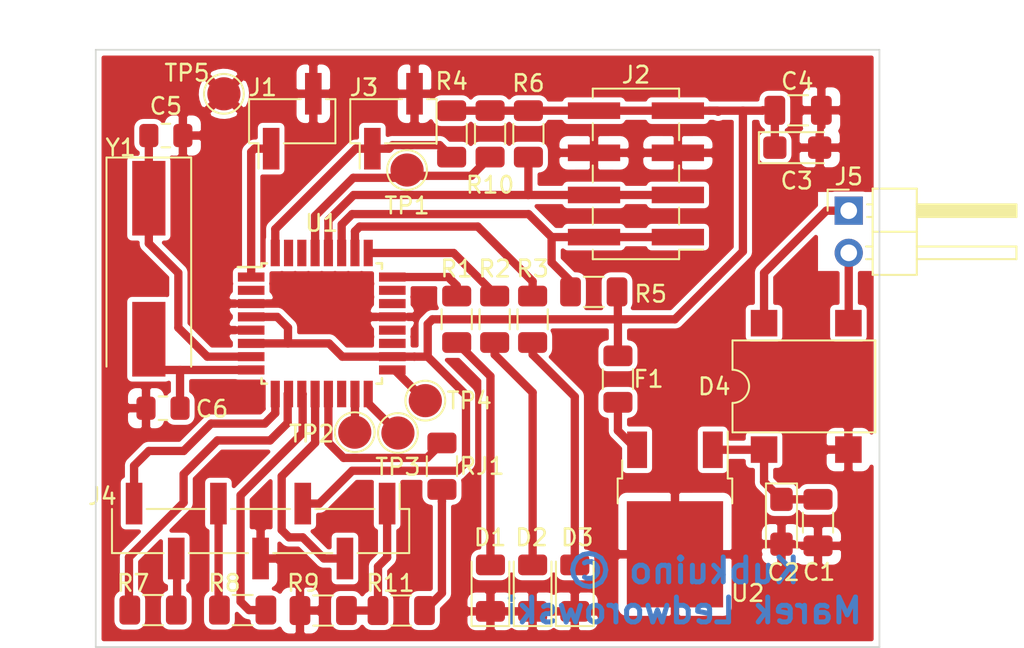
<source format=kicad_pcb>
(kicad_pcb (version 20171130) (host pcbnew "(5.1.2)-1")

  (general
    (thickness 1.6)
    (drawings 8)
    (tracks 180)
    (zones 0)
    (modules 36)
    (nets 32)
  )

  (page User 143.51 105.004)
  (title_block
    (title Kubkuino)
    (date 2019-04-30)
    (rev 2.00)
    (company @marecl)
  )

  (layers
    (0 F.Cu signal)
    (31 B.Cu signal)
    (32 B.Adhes user hide)
    (33 F.Adhes user hide)
    (34 B.Paste user hide)
    (35 F.Paste user hide)
    (36 B.SilkS user)
    (37 F.SilkS user)
    (38 B.Mask user)
    (39 F.Mask user)
    (40 Dwgs.User user hide)
    (41 Cmts.User user hide)
    (42 Eco1.User user)
    (43 Eco2.User user)
    (44 Edge.Cuts user)
    (45 Margin user)
    (46 B.CrtYd user hide)
    (47 F.CrtYd user hide)
    (48 B.Fab user hide)
    (49 F.Fab user hide)
  )

  (setup
    (last_trace_width 0.5)
    (trace_clearance 0.25)
    (zone_clearance 0.4)
    (zone_45_only yes)
    (trace_min 0.2)
    (via_size 1.2)
    (via_drill 0.6)
    (via_min_size 0.4)
    (via_min_drill 0.3)
    (uvia_size 0.78)
    (uvia_drill 0.45)
    (uvias_allowed no)
    (uvia_min_size 0.2)
    (uvia_min_drill 0.1)
    (edge_width 0.1)
    (segment_width 0.2)
    (pcb_text_width 0.3)
    (pcb_text_size 1.5 1.5)
    (mod_edge_width 0.15)
    (mod_text_size 1 1)
    (mod_text_width 0.15)
    (pad_size 1.6 1.6)
    (pad_drill 0)
    (pad_to_mask_clearance 0)
    (aux_axis_origin 57 57.6)
    (visible_elements 7FFDFE7F)
    (pcbplotparams
      (layerselection 0x00000_ffffffff)
      (usegerberextensions false)
      (usegerberattributes true)
      (usegerberadvancedattributes true)
      (creategerberjobfile true)
      (excludeedgelayer true)
      (linewidth 0.150000)
      (plotframeref true)
      (viasonmask false)
      (mode 1)
      (useauxorigin false)
      (hpglpennumber 1)
      (hpglpenspeed 20)
      (hpglpendiameter 15.000000)
      (psnegative false)
      (psa4output false)
      (plotreference true)
      (plotvalue true)
      (plotinvisibletext false)
      (padsonsilk false)
      (subtractmaskfromsilk false)
      (outputformat 1)
      (mirror false)
      (drillshape 0)
      (scaleselection 1)
      (outputdirectory "../"))
  )

  (net 0 "")
  (net 1 "Net-(C1-Pad1)")
  (net 2 GND)
  (net 3 5V)
  (net 4 xtal1)
  (net 5 xtal2)
  (net 6 "Net-(D1-Pad2)")
  (net 7 "Net-(D2-Pad2)")
  (net 8 "Net-(J1-Pad1)")
  (net 9 Reset)
  (net 10 SDA)
  (net 11 SCL)
  (net 12 Button)
  (net 13 Btx)
  (net 14 Brx)
  (net 15 "Net-(R1-Pad2)")
  (net 16 "Net-(R2-Pad2)")
  (net 17 "Net-(R3-Pad2)")
  (net 18 "Net-(D3-Pad2)")
  (net 19 BtConn)
  (net 20 BTkey)
  (net 21 BTen)
  (net 22 "Net-(R11-Pad1)")
  (net 23 "Net-(J4-Pad6)")
  (net 24 "Net-(J4-Pad5)")
  (net 25 "Net-(J4-Pad1)")
  (net 26 "Net-(D4-Pad3)")
  (net 27 "Net-(D4-Pad4)")
  (net 28 "Net-(F1-Pad2)")
  (net 29 /MOSI)
  (net 30 /MISO)
  (net 31 /SCK)

  (net_class Default "To jest domyślna klasa połączeń."
    (clearance 0.25)
    (trace_width 0.5)
    (via_dia 1.2)
    (via_drill 0.6)
    (uvia_dia 0.78)
    (uvia_drill 0.45)
    (add_net /MISO)
    (add_net /MOSI)
    (add_net /SCK)
    (add_net 5V)
    (add_net BTen)
    (add_net BTkey)
    (add_net Brx)
    (add_net BtConn)
    (add_net Btx)
    (add_net Button)
    (add_net GND)
    (add_net "Net-(C1-Pad1)")
    (add_net "Net-(D1-Pad2)")
    (add_net "Net-(D2-Pad2)")
    (add_net "Net-(D3-Pad2)")
    (add_net "Net-(D4-Pad3)")
    (add_net "Net-(D4-Pad4)")
    (add_net "Net-(F1-Pad2)")
    (add_net "Net-(J1-Pad1)")
    (add_net "Net-(J4-Pad1)")
    (add_net "Net-(J4-Pad5)")
    (add_net "Net-(J4-Pad6)")
    (add_net "Net-(R1-Pad2)")
    (add_net "Net-(R11-Pad1)")
    (add_net "Net-(R2-Pad2)")
    (add_net "Net-(R3-Pad2)")
    (add_net "Net-(U1-Pad14)")
    (add_net "Net-(U1-Pad19)")
    (add_net "Net-(U1-Pad2)")
    (add_net "Net-(U1-Pad20)")
    (add_net "Net-(U1-Pad22)")
    (add_net "Net-(U1-Pad23)")
    (add_net "Net-(U1-Pad30)")
    (add_net "Net-(U1-Pad31)")
    (add_net Reset)
    (add_net SCL)
    (add_net SDA)
    (add_net xtal1)
    (add_net xtal2)
  )

  (module Diode_THT:Diode_Bridge_DIP-4_W7.62mm_P5.08mm (layer F.Cu) (tedit 5CE6A64B) (tstamp 5CE72682)
    (at 97.25 45.7 90)
    (descr "4-lead dip package for diode bridges, row spacing 7.62 mm (300 mils), see http://cdn-reichelt.de/documents/datenblatt/A400/HDBL101G_20SERIES-TSC.pdf")
    (tags "DIL DIP PDIP 5.08mm 7.62mm 300mil")
    (path /5CE91520)
    (fp_text reference D4 (at 3.8 -3 180) (layer F.SilkS)
      (effects (font (size 1 1) (thickness 0.15)))
    )
    (fp_text value DF08M (at 3.8 7.8 90) (layer F.Fab)
      (effects (font (size 1 1) (thickness 0.15)))
    )
    (fp_arc (start 3.81 -1.9) (end 2.81 -1.9) (angle -180) (layer F.SilkS) (width 0.12))
    (fp_line (start 8.67 6.85) (end -1.05 6.85) (layer F.CrtYd) (width 0.05))
    (fp_line (start 8.67 6.85) (end 8.67 -2.05) (layer F.CrtYd) (width 0.05))
    (fp_line (start -1.05 -2.05) (end -1.05 6.85) (layer F.CrtYd) (width 0.05))
    (fp_line (start -1.05 -2.05) (end 8.67 -2.05) (layer F.CrtYd) (width 0.05))
    (fp_line (start 1.635 -1.8) (end 6.985 -1.8) (layer F.Fab) (width 0.1))
    (fp_line (start 6.985 -1.8) (end 6.985 6.6) (layer F.Fab) (width 0.1))
    (fp_line (start 6.985 6.6) (end 0.635 6.6) (layer F.Fab) (width 0.1))
    (fp_line (start 0.635 6.6) (end 0.635 -0.8) (layer F.Fab) (width 0.1))
    (fp_line (start 0.635 -0.8) (end 1.635 -1.8) (layer F.Fab) (width 0.1))
    (fp_line (start 2.81 -1.9) (end 1.04 -1.9) (layer F.SilkS) (width 0.12))
    (fp_line (start 1.04 -1.9) (end 1.04 6.7) (layer F.SilkS) (width 0.12))
    (fp_line (start 1.04 6.7) (end 6.58 6.7) (layer F.SilkS) (width 0.12))
    (fp_line (start 6.58 6.7) (end 6.58 -1.9) (layer F.SilkS) (width 0.12))
    (fp_line (start 6.58 -1.9) (end 4.81 -1.9) (layer F.SilkS) (width 0.12))
    (fp_text user %R (at 3.81 2.54 90) (layer F.Fab)
      (effects (font (size 1 1) (thickness 0.15)))
    )
    (pad 1 smd rect (at 0 0 90) (size 1.6 1.6) (layers F.Cu F.Paste F.Mask)
      (net 1 "Net-(C1-Pad1)"))
    (pad 3 smd rect (at 7.62 5.08 90) (size 1.6 1.6) (layers F.Cu F.Paste F.Mask)
      (net 26 "Net-(D4-Pad3)"))
    (pad 2 smd rect (at 0 5.08 90) (size 1.6 1.6) (layers F.Cu F.Paste F.Mask)
      (net 2 GND))
    (pad 4 smd rect (at 7.62 0 90) (size 1.6 1.6) (layers F.Cu F.Paste F.Mask)
      (net 27 "Net-(D4-Pad4)"))
    (model ${KISYS3DMOD}/Diode_THT.3dshapes/Diode_Bridge_DIP-4_W7.62mm_P5.08mm.wrl
      (at (xyz 0 0 0))
      (scale (xyz 1 1 1))
      (rotate (xyz 0 0 0))
    )
  )

  (module TestPoint:TestPoint_Pad_D2.0mm (layer F.Cu) (tedit 5A0F774F) (tstamp 5CE71062)
    (at 64.7192 24.257)
    (descr "SMD pad as test Point, diameter 2.0mm")
    (tags "test point SMD pad")
    (path /5CE7A6DD)
    (attr virtual)
    (fp_text reference TP5 (at -2.2192 -1.257) (layer F.SilkS)
      (effects (font (size 1 1) (thickness 0.15)))
    )
    (fp_text value GND (at 0 2.05) (layer F.Fab)
      (effects (font (size 1 1) (thickness 0.15)))
    )
    (fp_circle (center 0 0) (end 0 1.2) (layer F.SilkS) (width 0.12))
    (fp_circle (center 0 0) (end 1.5 0) (layer F.CrtYd) (width 0.05))
    (fp_text user %R (at 0 -2) (layer F.Fab)
      (effects (font (size 1 1) (thickness 0.15)))
    )
    (pad 1 smd circle (at 0 0) (size 2 2) (layers F.Cu F.Mask)
      (net 2 GND))
  )

  (module TestPoint:TestPoint_Pad_D2.0mm (layer F.Cu) (tedit 5A0F774F) (tstamp 5CE7104D)
    (at 76.85 42.75)
    (descr "SMD pad as test Point, diameter 2.0mm")
    (tags "test point SMD pad")
    (path /5CE6F9C8)
    (attr virtual)
    (fp_text reference TP4 (at 2.65 0) (layer F.SilkS)
      (effects (font (size 1 1) (thickness 0.15)))
    )
    (fp_text value SCK (at 0 2.05) (layer F.Fab)
      (effects (font (size 1 1) (thickness 0.15)))
    )
    (fp_circle (center 0 0) (end 0 1.2) (layer F.SilkS) (width 0.12))
    (fp_circle (center 0 0) (end 1.5 0) (layer F.CrtYd) (width 0.05))
    (fp_text user %R (at 0 -2) (layer F.Fab)
      (effects (font (size 1 1) (thickness 0.15)))
    )
    (pad 1 smd circle (at 0 0) (size 2 2) (layers F.Cu F.Mask)
      (net 31 /SCK))
  )

  (module TestPoint:TestPoint_Pad_D2.0mm (layer F.Cu) (tedit 5A0F774F) (tstamp 5CE71077)
    (at 75.2 44.7)
    (descr "SMD pad as test Point, diameter 2.0mm")
    (tags "test point SMD pad")
    (path /5CE6EA7C)
    (attr virtual)
    (fp_text reference TP3 (at 0 2.05) (layer F.SilkS)
      (effects (font (size 1 1) (thickness 0.15)))
    )
    (fp_text value MISO (at 0 2.05) (layer F.Fab)
      (effects (font (size 1 1) (thickness 0.15)))
    )
    (fp_circle (center 0 0) (end 0 1.2) (layer F.SilkS) (width 0.12))
    (fp_circle (center 0 0) (end 1.5 0) (layer F.CrtYd) (width 0.05))
    (fp_text user %R (at 0 -2) (layer F.Fab)
      (effects (font (size 1 1) (thickness 0.15)))
    )
    (pad 1 smd circle (at 0 0) (size 2 2) (layers F.Cu F.Mask)
      (net 30 /MISO))
  )

  (module TestPoint:TestPoint_Pad_D2.0mm (layer F.Cu) (tedit 5A0F774F) (tstamp 5CE71008)
    (at 72.6 44.65)
    (descr "SMD pad as test Point, diameter 2.0mm")
    (tags "test point SMD pad")
    (path /5CE6BBC3)
    (attr virtual)
    (fp_text reference TP2 (at -2.6 0.1) (layer F.SilkS)
      (effects (font (size 1 1) (thickness 0.15)))
    )
    (fp_text value MOSI (at 0 2.05) (layer F.Fab)
      (effects (font (size 1 1) (thickness 0.15)))
    )
    (fp_circle (center 0 0) (end 0 1.2) (layer F.SilkS) (width 0.12))
    (fp_circle (center 0 0) (end 1.5 0) (layer F.CrtYd) (width 0.05))
    (fp_text user %R (at 0 -2) (layer F.Fab)
      (effects (font (size 1 1) (thickness 0.15)))
    )
    (pad 1 smd circle (at 0 0) (size 2 2) (layers F.Cu F.Mask)
      (net 29 /MOSI))
  )

  (module TestPoint:TestPoint_Pad_D2.0mm (layer F.Cu) (tedit 5A0F774F) (tstamp 5CE7108C)
    (at 75.75 28.85)
    (descr "SMD pad as test Point, diameter 2.0mm")
    (tags "test point SMD pad")
    (path /5CE73984)
    (attr virtual)
    (fp_text reference TP1 (at 0 2.15) (layer F.SilkS)
      (effects (font (size 1 1) (thickness 0.15)))
    )
    (fp_text value RESET (at 0 2.05) (layer F.Fab)
      (effects (font (size 1 1) (thickness 0.15)))
    )
    (fp_circle (center 0 0) (end 0 1.2) (layer F.SilkS) (width 0.12))
    (fp_circle (center 0 0) (end 1.5 0) (layer F.CrtYd) (width 0.05))
    (fp_text user %R (at 0 -2) (layer F.Fab)
      (effects (font (size 1 1) (thickness 0.15)))
    )
    (pad 1 smd circle (at 0 0) (size 2 2) (layers F.Cu F.Mask)
      (net 9 Reset))
  )

  (module Resistor_SMD:R_1206_3216Metric (layer F.Cu) (tedit 5B301BBD) (tstamp 5CE71026)
    (at 80.75 26.66792 270)
    (descr "Resistor SMD 1206 (3216 Metric), square (rectangular) end terminal, IPC_7351 nominal, (Body size source: http://www.tortai-tech.com/upload/download/2011102023233369053.pdf), generated with kicad-footprint-generator")
    (tags resistor)
    (path /5CE74472)
    (attr smd)
    (fp_text reference R10 (at 3.08208 0) (layer F.SilkS)
      (effects (font (size 1 1) (thickness 0.15)))
    )
    (fp_text value 10k (at 0 1.82 90) (layer F.Fab)
      (effects (font (size 1 1) (thickness 0.15)))
    )
    (fp_text user %R (at 0 0 90) (layer F.Fab)
      (effects (font (size 0.8 0.8) (thickness 0.12)))
    )
    (fp_line (start 2.28 1.12) (end -2.28 1.12) (layer F.CrtYd) (width 0.05))
    (fp_line (start 2.28 -1.12) (end 2.28 1.12) (layer F.CrtYd) (width 0.05))
    (fp_line (start -2.28 -1.12) (end 2.28 -1.12) (layer F.CrtYd) (width 0.05))
    (fp_line (start -2.28 1.12) (end -2.28 -1.12) (layer F.CrtYd) (width 0.05))
    (fp_line (start -0.602064 0.91) (end 0.602064 0.91) (layer F.SilkS) (width 0.12))
    (fp_line (start -0.602064 -0.91) (end 0.602064 -0.91) (layer F.SilkS) (width 0.12))
    (fp_line (start 1.6 0.8) (end -1.6 0.8) (layer F.Fab) (width 0.1))
    (fp_line (start 1.6 -0.8) (end 1.6 0.8) (layer F.Fab) (width 0.1))
    (fp_line (start -1.6 -0.8) (end 1.6 -0.8) (layer F.Fab) (width 0.1))
    (fp_line (start -1.6 0.8) (end -1.6 -0.8) (layer F.Fab) (width 0.1))
    (pad 2 smd roundrect (at 1.4 0 270) (size 1.25 1.75) (layers F.Cu F.Paste F.Mask) (roundrect_rratio 0.2)
      (net 9 Reset))
    (pad 1 smd roundrect (at -1.4 0 270) (size 1.25 1.75) (layers F.Cu F.Paste F.Mask) (roundrect_rratio 0.2)
      (net 3 5V))
    (model ${KISYS3DMOD}/Resistor_SMD.3dshapes/R_1206_3216Metric.wrl
      (at (xyz 0 0 0))
      (scale (xyz 1 1 1))
      (rotate (xyz 0 0 0))
    )
  )

  (module LED_SMD:LED_1206_3216Metric (layer F.Cu) (tedit 5B301BBE) (tstamp 59B18171)
    (at 85.852 54.05 90)
    (descr "LED SMD 1206 (3216 Metric), square (rectangular) end terminal, IPC_7351 nominal, (Body size source: http://www.tortai-tech.com/upload/download/2011102023233369053.pdf), generated with kicad-footprint-generator")
    (tags diode)
    (path /5974ED0B)
    (attr smd)
    (fp_text reference D3 (at 3.05 0.148 180) (layer F.SilkS)
      (effects (font (size 1 1) (thickness 0.15)))
    )
    (fp_text value LED_B (at 0 1.82 90) (layer F.Fab)
      (effects (font (size 1 1) (thickness 0.15)))
    )
    (fp_text user %R (at 0 0 90) (layer F.Fab)
      (effects (font (size 0.8 0.8) (thickness 0.12)))
    )
    (fp_line (start 2.28 1.12) (end -2.28 1.12) (layer F.CrtYd) (width 0.05))
    (fp_line (start 2.28 -1.12) (end 2.28 1.12) (layer F.CrtYd) (width 0.05))
    (fp_line (start -2.28 -1.12) (end 2.28 -1.12) (layer F.CrtYd) (width 0.05))
    (fp_line (start -2.28 1.12) (end -2.28 -1.12) (layer F.CrtYd) (width 0.05))
    (fp_line (start -2.285 1.135) (end 1.6 1.135) (layer F.SilkS) (width 0.12))
    (fp_line (start -2.285 -1.135) (end -2.285 1.135) (layer F.SilkS) (width 0.12))
    (fp_line (start 1.6 -1.135) (end -2.285 -1.135) (layer F.SilkS) (width 0.12))
    (fp_line (start 1.6 0.8) (end 1.6 -0.8) (layer F.Fab) (width 0.1))
    (fp_line (start -1.6 0.8) (end 1.6 0.8) (layer F.Fab) (width 0.1))
    (fp_line (start -1.6 -0.4) (end -1.6 0.8) (layer F.Fab) (width 0.1))
    (fp_line (start -1.2 -0.8) (end -1.6 -0.4) (layer F.Fab) (width 0.1))
    (fp_line (start 1.6 -0.8) (end -1.2 -0.8) (layer F.Fab) (width 0.1))
    (pad 2 smd roundrect (at 1.4 0 90) (size 1.25 1.75) (layers F.Cu F.Paste F.Mask) (roundrect_rratio 0.2)
      (net 18 "Net-(D3-Pad2)"))
    (pad 1 smd roundrect (at -1.4 0 90) (size 1.25 1.75) (layers F.Cu F.Paste F.Mask) (roundrect_rratio 0.2)
      (net 2 GND))
    (model ${KISYS3DMOD}/LED_SMD.3dshapes/LED_1206_3216Metric.wrl
      (at (xyz 0 0 0))
      (scale (xyz 1 1 1))
      (rotate (xyz 0 0 0))
    )
  )

  (module LED_SMD:LED_1206_3216Metric (layer F.Cu) (tedit 5B301BBE) (tstamp 59B1816B)
    (at 83.312 54.05 90)
    (descr "LED SMD 1206 (3216 Metric), square (rectangular) end terminal, IPC_7351 nominal, (Body size source: http://www.tortai-tech.com/upload/download/2011102023233369053.pdf), generated with kicad-footprint-generator")
    (tags diode)
    (path /5974ECA2)
    (attr smd)
    (fp_text reference D2 (at 3.05 -0.062 180) (layer F.SilkS)
      (effects (font (size 1 1) (thickness 0.15)))
    )
    (fp_text value LED_G (at 0 1.82 90) (layer F.Fab)
      (effects (font (size 1 1) (thickness 0.15)))
    )
    (fp_text user %R (at 0 0 90) (layer F.Fab)
      (effects (font (size 0.8 0.8) (thickness 0.12)))
    )
    (fp_line (start 2.28 1.12) (end -2.28 1.12) (layer F.CrtYd) (width 0.05))
    (fp_line (start 2.28 -1.12) (end 2.28 1.12) (layer F.CrtYd) (width 0.05))
    (fp_line (start -2.28 -1.12) (end 2.28 -1.12) (layer F.CrtYd) (width 0.05))
    (fp_line (start -2.28 1.12) (end -2.28 -1.12) (layer F.CrtYd) (width 0.05))
    (fp_line (start -2.285 1.135) (end 1.6 1.135) (layer F.SilkS) (width 0.12))
    (fp_line (start -2.285 -1.135) (end -2.285 1.135) (layer F.SilkS) (width 0.12))
    (fp_line (start 1.6 -1.135) (end -2.285 -1.135) (layer F.SilkS) (width 0.12))
    (fp_line (start 1.6 0.8) (end 1.6 -0.8) (layer F.Fab) (width 0.1))
    (fp_line (start -1.6 0.8) (end 1.6 0.8) (layer F.Fab) (width 0.1))
    (fp_line (start -1.6 -0.4) (end -1.6 0.8) (layer F.Fab) (width 0.1))
    (fp_line (start -1.2 -0.8) (end -1.6 -0.4) (layer F.Fab) (width 0.1))
    (fp_line (start 1.6 -0.8) (end -1.2 -0.8) (layer F.Fab) (width 0.1))
    (pad 2 smd roundrect (at 1.4 0 90) (size 1.25 1.75) (layers F.Cu F.Paste F.Mask) (roundrect_rratio 0.2)
      (net 7 "Net-(D2-Pad2)"))
    (pad 1 smd roundrect (at -1.4 0 90) (size 1.25 1.75) (layers F.Cu F.Paste F.Mask) (roundrect_rratio 0.2)
      (net 2 GND))
    (model ${KISYS3DMOD}/LED_SMD.3dshapes/LED_1206_3216Metric.wrl
      (at (xyz 0 0 0))
      (scale (xyz 1 1 1))
      (rotate (xyz 0 0 0))
    )
  )

  (module LED_SMD:LED_1206_3216Metric (layer F.Cu) (tedit 5B301BBE) (tstamp 5CC8F1CD)
    (at 80.772 54.05 90)
    (descr "LED SMD 1206 (3216 Metric), square (rectangular) end terminal, IPC_7351 nominal, (Body size source: http://www.tortai-tech.com/upload/download/2011102023233369053.pdf), generated with kicad-footprint-generator")
    (tags diode)
    (path /5974EC39)
    (attr smd)
    (fp_text reference D1 (at 3.05 -0.022 180) (layer F.SilkS)
      (effects (font (size 1 1) (thickness 0.15)))
    )
    (fp_text value LED_R (at 0 1.82 90) (layer F.Fab)
      (effects (font (size 1 1) (thickness 0.15)))
    )
    (fp_text user %R (at 0 0 90) (layer F.Fab)
      (effects (font (size 0.8 0.8) (thickness 0.12)))
    )
    (fp_line (start 2.28 1.12) (end -2.28 1.12) (layer F.CrtYd) (width 0.05))
    (fp_line (start 2.28 -1.12) (end 2.28 1.12) (layer F.CrtYd) (width 0.05))
    (fp_line (start -2.28 -1.12) (end 2.28 -1.12) (layer F.CrtYd) (width 0.05))
    (fp_line (start -2.28 1.12) (end -2.28 -1.12) (layer F.CrtYd) (width 0.05))
    (fp_line (start -2.285 1.135) (end 1.6 1.135) (layer F.SilkS) (width 0.12))
    (fp_line (start -2.285 -1.135) (end -2.285 1.135) (layer F.SilkS) (width 0.12))
    (fp_line (start 1.6 -1.135) (end -2.285 -1.135) (layer F.SilkS) (width 0.12))
    (fp_line (start 1.6 0.8) (end 1.6 -0.8) (layer F.Fab) (width 0.1))
    (fp_line (start -1.6 0.8) (end 1.6 0.8) (layer F.Fab) (width 0.1))
    (fp_line (start -1.6 -0.4) (end -1.6 0.8) (layer F.Fab) (width 0.1))
    (fp_line (start -1.2 -0.8) (end -1.6 -0.4) (layer F.Fab) (width 0.1))
    (fp_line (start 1.6 -0.8) (end -1.2 -0.8) (layer F.Fab) (width 0.1))
    (pad 2 smd roundrect (at 1.4 0 90) (size 1.25 1.75) (layers F.Cu F.Paste F.Mask) (roundrect_rratio 0.2)
      (net 6 "Net-(D1-Pad2)"))
    (pad 1 smd roundrect (at -1.4 0 90) (size 1.25 1.75) (layers F.Cu F.Paste F.Mask) (roundrect_rratio 0.2)
      (net 2 GND))
    (model ${KISYS3DMOD}/LED_SMD.3dshapes/LED_1206_3216Metric.wrl
      (at (xyz 0 0 0))
      (scale (xyz 1 1 1))
      (rotate (xyz 0 0 0))
    )
  )

  (module Crystal:Crystal_SMD_HC49-SD (layer F.Cu) (tedit 5A1AD52C) (tstamp 5CE77F3B)
    (at 60.198 34.798 270)
    (descr "SMD Crystal HC-49-SD http://cdn-reichelt.de/documents/datenblatt/B400/xxx-HC49-SMD.pdf, 11.4x4.7mm^2 package")
    (tags "SMD SMT crystal")
    (path /5974B355)
    (attr smd)
    (fp_text reference Y1 (at -7.298 1.698 180) (layer F.SilkS)
      (effects (font (size 1 1) (thickness 0.15)))
    )
    (fp_text value Crystal (at 0 3.55 90) (layer F.Fab)
      (effects (font (size 1 1) (thickness 0.15)))
    )
    (fp_arc (start 3.015 0) (end 3.015 -2.115) (angle 180) (layer F.Fab) (width 0.1))
    (fp_arc (start -3.015 0) (end -3.015 -2.115) (angle -180) (layer F.Fab) (width 0.1))
    (fp_line (start 6.8 -2.6) (end -6.8 -2.6) (layer F.CrtYd) (width 0.05))
    (fp_line (start 6.8 2.6) (end 6.8 -2.6) (layer F.CrtYd) (width 0.05))
    (fp_line (start -6.8 2.6) (end 6.8 2.6) (layer F.CrtYd) (width 0.05))
    (fp_line (start -6.8 -2.6) (end -6.8 2.6) (layer F.CrtYd) (width 0.05))
    (fp_line (start -6.7 2.55) (end 5.9 2.55) (layer F.SilkS) (width 0.12))
    (fp_line (start -6.7 -2.55) (end -6.7 2.55) (layer F.SilkS) (width 0.12))
    (fp_line (start 5.9 -2.55) (end -6.7 -2.55) (layer F.SilkS) (width 0.12))
    (fp_line (start -3.015 2.115) (end 3.015 2.115) (layer F.Fab) (width 0.1))
    (fp_line (start -3.015 -2.115) (end 3.015 -2.115) (layer F.Fab) (width 0.1))
    (fp_line (start 5.7 -2.35) (end -5.7 -2.35) (layer F.Fab) (width 0.1))
    (fp_line (start 5.7 2.35) (end 5.7 -2.35) (layer F.Fab) (width 0.1))
    (fp_line (start -5.7 2.35) (end 5.7 2.35) (layer F.Fab) (width 0.1))
    (fp_line (start -5.7 -2.35) (end -5.7 2.35) (layer F.Fab) (width 0.1))
    (fp_text user %R (at 0 0 90) (layer F.Fab)
      (effects (font (size 1 1) (thickness 0.15)))
    )
    (pad 2 smd rect (at 4.25 0 270) (size 4.5 2) (layers F.Cu F.Paste F.Mask)
      (net 5 xtal2))
    (pad 1 smd rect (at -4.25 0 270) (size 4.5 2) (layers F.Cu F.Paste F.Mask)
      (net 4 xtal1))
    (model ${KISYS3DMOD}/Crystal.3dshapes/Crystal_SMD_HC49-SD.wrl
      (at (xyz 0 0 0))
      (scale (xyz 1 1 1))
      (rotate (xyz 0 0 0))
    )
  )

  (module Package_TO_SOT_SMD:TO-252-2 (layer F.Cu) (tedit 5A70A390) (tstamp 5A011708)
    (at 91.8845 49.911 270)
    (descr "TO-252 / DPAK SMD package, http://www.infineon.com/cms/en/product/packages/PG-TO252/PG-TO252-3-1/")
    (tags "DPAK TO-252 DPAK-3 TO-252-3 SOT-428")
    (path /597487DF)
    (attr smd)
    (fp_text reference U2 (at 4.445 -4.3815 180) (layer F.SilkS)
      (effects (font (size 1 1) (thickness 0.15)))
    )
    (fp_text value LM7805_TO220 (at 0 4.5 90) (layer F.Fab)
      (effects (font (size 1 1) (thickness 0.15)))
    )
    (fp_text user %R (at 0 0 90) (layer F.Fab)
      (effects (font (size 1 1) (thickness 0.15)))
    )
    (fp_line (start 5.55 -3.5) (end -5.55 -3.5) (layer F.CrtYd) (width 0.05))
    (fp_line (start 5.55 3.5) (end 5.55 -3.5) (layer F.CrtYd) (width 0.05))
    (fp_line (start -5.55 3.5) (end 5.55 3.5) (layer F.CrtYd) (width 0.05))
    (fp_line (start -5.55 -3.5) (end -5.55 3.5) (layer F.CrtYd) (width 0.05))
    (fp_line (start -2.47 3.18) (end -3.57 3.18) (layer F.SilkS) (width 0.12))
    (fp_line (start -2.47 3.45) (end -2.47 3.18) (layer F.SilkS) (width 0.12))
    (fp_line (start -0.97 3.45) (end -2.47 3.45) (layer F.SilkS) (width 0.12))
    (fp_line (start -2.47 -3.18) (end -5.3 -3.18) (layer F.SilkS) (width 0.12))
    (fp_line (start -2.47 -3.45) (end -2.47 -3.18) (layer F.SilkS) (width 0.12))
    (fp_line (start -0.97 -3.45) (end -2.47 -3.45) (layer F.SilkS) (width 0.12))
    (fp_line (start -4.97 2.655) (end -2.27 2.655) (layer F.Fab) (width 0.1))
    (fp_line (start -4.97 1.905) (end -4.97 2.655) (layer F.Fab) (width 0.1))
    (fp_line (start -2.27 1.905) (end -4.97 1.905) (layer F.Fab) (width 0.1))
    (fp_line (start -4.97 -1.905) (end -2.27 -1.905) (layer F.Fab) (width 0.1))
    (fp_line (start -4.97 -2.655) (end -4.97 -1.905) (layer F.Fab) (width 0.1))
    (fp_line (start -1.865 -2.655) (end -4.97 -2.655) (layer F.Fab) (width 0.1))
    (fp_line (start -1.27 -3.25) (end 3.95 -3.25) (layer F.Fab) (width 0.1))
    (fp_line (start -2.27 -2.25) (end -1.27 -3.25) (layer F.Fab) (width 0.1))
    (fp_line (start -2.27 3.25) (end -2.27 -2.25) (layer F.Fab) (width 0.1))
    (fp_line (start 3.95 3.25) (end -2.27 3.25) (layer F.Fab) (width 0.1))
    (fp_line (start 3.95 -3.25) (end 3.95 3.25) (layer F.Fab) (width 0.1))
    (fp_line (start 4.95 2.7) (end 3.95 2.7) (layer F.Fab) (width 0.1))
    (fp_line (start 4.95 -2.7) (end 4.95 2.7) (layer F.Fab) (width 0.1))
    (fp_line (start 3.95 -2.7) (end 4.95 -2.7) (layer F.Fab) (width 0.1))
    (pad "" smd rect (at 0.425 1.525 270) (size 3.05 2.75) (layers F.Paste))
    (pad "" smd rect (at 3.775 -1.525 270) (size 3.05 2.75) (layers F.Paste))
    (pad "" smd rect (at 0.425 -1.525 270) (size 3.05 2.75) (layers F.Paste))
    (pad "" smd rect (at 3.775 1.525 270) (size 3.05 2.75) (layers F.Paste))
    (pad 2 smd rect (at 2.1 0 270) (size 6.4 5.8) (layers F.Cu F.Mask)
      (net 2 GND))
    (pad 3 smd rect (at -4.2 2.28 270) (size 2.2 1.2) (layers F.Cu F.Paste F.Mask)
      (net 28 "Net-(F1-Pad2)"))
    (pad 1 smd rect (at -4.2 -2.28 270) (size 2.2 1.2) (layers F.Cu F.Paste F.Mask)
      (net 1 "Net-(C1-Pad1)"))
    (model ${KISYS3DMOD}/Package_TO_SOT_SMD.3dshapes/TO-252-2.wrl
      (at (xyz 0 0 0))
      (scale (xyz 1 1 1))
      (rotate (xyz 0 0 0))
    )
  )

  (module Package_QFP:TQFP-32_7x7mm_P0.8mm (layer F.Cu) (tedit 5A02F146) (tstamp 5CC8EFB0)
    (at 70.612 38.1)
    (descr "32-Lead Plastic Thin Quad Flatpack (PT) - 7x7x1.0 mm Body, 2.00 mm [TQFP] (see Microchip Packaging Specification 00000049BS.pdf)")
    (tags "QFP 0.8")
    (path /5CC89B9E)
    (attr smd)
    (fp_text reference U1 (at 0 -6.05) (layer F.SilkS)
      (effects (font (size 1 1) (thickness 0.15)))
    )
    (fp_text value ATmega328P-AU (at 0 6.05) (layer F.Fab)
      (effects (font (size 1 1) (thickness 0.15)))
    )
    (fp_line (start -3.625 -3.4) (end -5.05 -3.4) (layer F.SilkS) (width 0.15))
    (fp_line (start 3.625 -3.625) (end 3.3 -3.625) (layer F.SilkS) (width 0.15))
    (fp_line (start 3.625 3.625) (end 3.3 3.625) (layer F.SilkS) (width 0.15))
    (fp_line (start -3.625 3.625) (end -3.3 3.625) (layer F.SilkS) (width 0.15))
    (fp_line (start -3.625 -3.625) (end -3.3 -3.625) (layer F.SilkS) (width 0.15))
    (fp_line (start -3.625 3.625) (end -3.625 3.3) (layer F.SilkS) (width 0.15))
    (fp_line (start 3.625 3.625) (end 3.625 3.3) (layer F.SilkS) (width 0.15))
    (fp_line (start 3.625 -3.625) (end 3.625 -3.3) (layer F.SilkS) (width 0.15))
    (fp_line (start -3.625 -3.625) (end -3.625 -3.4) (layer F.SilkS) (width 0.15))
    (fp_line (start -5.3 5.3) (end 5.3 5.3) (layer F.CrtYd) (width 0.05))
    (fp_line (start -5.3 -5.3) (end 5.3 -5.3) (layer F.CrtYd) (width 0.05))
    (fp_line (start 5.3 -5.3) (end 5.3 5.3) (layer F.CrtYd) (width 0.05))
    (fp_line (start -5.3 -5.3) (end -5.3 5.3) (layer F.CrtYd) (width 0.05))
    (fp_line (start -3.5 -2.5) (end -2.5 -3.5) (layer F.Fab) (width 0.15))
    (fp_line (start -3.5 3.5) (end -3.5 -2.5) (layer F.Fab) (width 0.15))
    (fp_line (start 3.5 3.5) (end -3.5 3.5) (layer F.Fab) (width 0.15))
    (fp_line (start 3.5 -3.5) (end 3.5 3.5) (layer F.Fab) (width 0.15))
    (fp_line (start -2.5 -3.5) (end 3.5 -3.5) (layer F.Fab) (width 0.15))
    (fp_text user %R (at 0 0) (layer F.Fab)
      (effects (font (size 1 1) (thickness 0.15)))
    )
    (pad 32 smd rect (at -2.8 -4.25 90) (size 1.6 0.55) (layers F.Cu F.Paste F.Mask)
      (net 12 Button))
    (pad 31 smd rect (at -2 -4.25 90) (size 1.6 0.55) (layers F.Cu F.Paste F.Mask))
    (pad 30 smd rect (at -1.2 -4.25 90) (size 1.6 0.55) (layers F.Cu F.Paste F.Mask))
    (pad 29 smd rect (at -0.4 -4.25 90) (size 1.6 0.55) (layers F.Cu F.Paste F.Mask)
      (net 9 Reset))
    (pad 28 smd rect (at 0.4 -4.25 90) (size 1.6 0.55) (layers F.Cu F.Paste F.Mask)
      (net 11 SCL))
    (pad 27 smd rect (at 1.2 -4.25 90) (size 1.6 0.55) (layers F.Cu F.Paste F.Mask)
      (net 10 SDA))
    (pad 26 smd rect (at 2 -4.25 90) (size 1.6 0.55) (layers F.Cu F.Paste F.Mask)
      (net 17 "Net-(R3-Pad2)"))
    (pad 25 smd rect (at 2.8 -4.25 90) (size 1.6 0.55) (layers F.Cu F.Paste F.Mask)
      (net 16 "Net-(R2-Pad2)"))
    (pad 24 smd rect (at 4.25 -2.8) (size 1.6 0.55) (layers F.Cu F.Paste F.Mask)
      (net 15 "Net-(R1-Pad2)"))
    (pad 23 smd rect (at 4.25 -2) (size 1.6 0.55) (layers F.Cu F.Paste F.Mask))
    (pad 22 smd rect (at 4.25 -1.2) (size 1.6 0.55) (layers F.Cu F.Paste F.Mask))
    (pad 21 smd rect (at 4.25 -0.4) (size 1.6 0.55) (layers F.Cu F.Paste F.Mask)
      (net 2 GND))
    (pad 20 smd rect (at 4.25 0.4) (size 1.6 0.55) (layers F.Cu F.Paste F.Mask))
    (pad 19 smd rect (at 4.25 1.2) (size 1.6 0.55) (layers F.Cu F.Paste F.Mask))
    (pad 18 smd rect (at 4.25 2) (size 1.6 0.55) (layers F.Cu F.Paste F.Mask)
      (net 3 5V))
    (pad 17 smd rect (at 4.25 2.8) (size 1.6 0.55) (layers F.Cu F.Paste F.Mask)
      (net 31 /SCK))
    (pad 16 smd rect (at 2.8 4.25 90) (size 1.6 0.55) (layers F.Cu F.Paste F.Mask)
      (net 30 /MISO))
    (pad 15 smd rect (at 2 4.25 90) (size 1.6 0.55) (layers F.Cu F.Paste F.Mask)
      (net 29 /MOSI))
    (pad 14 smd rect (at 1.2 4.25 90) (size 1.6 0.55) (layers F.Cu F.Paste F.Mask))
    (pad 13 smd rect (at 0.4 4.25 90) (size 1.6 0.55) (layers F.Cu F.Paste F.Mask)
      (net 20 BTkey))
    (pad 12 smd rect (at -0.4 4.25 90) (size 1.6 0.55) (layers F.Cu F.Paste F.Mask)
      (net 21 BTen))
    (pad 11 smd rect (at -1.2 4.25 90) (size 1.6 0.55) (layers F.Cu F.Paste F.Mask)
      (net 13 Btx))
    (pad 10 smd rect (at -2 4.25 90) (size 1.6 0.55) (layers F.Cu F.Paste F.Mask)
      (net 14 Brx))
    (pad 9 smd rect (at -2.8 4.25 90) (size 1.6 0.55) (layers F.Cu F.Paste F.Mask)
      (net 19 BtConn))
    (pad 8 smd rect (at -4.25 2.8) (size 1.6 0.55) (layers F.Cu F.Paste F.Mask)
      (net 5 xtal2))
    (pad 7 smd rect (at -4.25 2) (size 1.6 0.55) (layers F.Cu F.Paste F.Mask)
      (net 4 xtal1))
    (pad 6 smd rect (at -4.25 1.2) (size 1.6 0.55) (layers F.Cu F.Paste F.Mask)
      (net 3 5V))
    (pad 5 smd rect (at -4.25 0.4) (size 1.6 0.55) (layers F.Cu F.Paste F.Mask)
      (net 2 GND))
    (pad 4 smd rect (at -4.25 -0.4) (size 1.6 0.55) (layers F.Cu F.Paste F.Mask)
      (net 3 5V))
    (pad 3 smd rect (at -4.25 -1.2) (size 1.6 0.55) (layers F.Cu F.Paste F.Mask)
      (net 2 GND))
    (pad 2 smd rect (at -4.25 -2) (size 1.6 0.55) (layers F.Cu F.Paste F.Mask))
    (pad 1 smd rect (at -4.25 -2.8) (size 1.6 0.55) (layers F.Cu F.Paste F.Mask)
      (net 8 "Net-(J1-Pad1)"))
    (model ${KISYS3DMOD}/Package_QFP.3dshapes/TQFP-32_7x7mm_P0.8mm.wrl
      (at (xyz 0 0 0))
      (scale (xyz 1 1 1))
      (rotate (xyz 0 0 0))
    )
  )

  (module Resistor_SMD:R_1206_3216Metric (layer F.Cu) (tedit 5B301BBD) (tstamp 5A05CAAC)
    (at 77.85 46.7 270)
    (descr "Resistor SMD 1206 (3216 Metric), square (rectangular) end terminal, IPC_7351 nominal, (Body size source: http://www.tortai-tech.com/upload/download/2011102023233369053.pdf), generated with kicad-footprint-generator")
    (tags resistor)
    (path /5A04D77F)
    (attr smd)
    (fp_text reference RJ1 (at 0 -2.413 180) (layer F.SilkS)
      (effects (font (size 1 1) (thickness 0.15)))
    )
    (fp_text value 0 (at 0 1.82 90) (layer F.Fab)
      (effects (font (size 1 1) (thickness 0.15)))
    )
    (fp_text user %R (at 0 0 90) (layer F.Fab)
      (effects (font (size 0.8 0.8) (thickness 0.12)))
    )
    (fp_line (start 2.28 1.12) (end -2.28 1.12) (layer F.CrtYd) (width 0.05))
    (fp_line (start 2.28 -1.12) (end 2.28 1.12) (layer F.CrtYd) (width 0.05))
    (fp_line (start -2.28 -1.12) (end 2.28 -1.12) (layer F.CrtYd) (width 0.05))
    (fp_line (start -2.28 1.12) (end -2.28 -1.12) (layer F.CrtYd) (width 0.05))
    (fp_line (start -0.602064 0.91) (end 0.602064 0.91) (layer F.SilkS) (width 0.12))
    (fp_line (start -0.602064 -0.91) (end 0.602064 -0.91) (layer F.SilkS) (width 0.12))
    (fp_line (start 1.6 0.8) (end -1.6 0.8) (layer F.Fab) (width 0.1))
    (fp_line (start 1.6 -0.8) (end 1.6 0.8) (layer F.Fab) (width 0.1))
    (fp_line (start -1.6 -0.8) (end 1.6 -0.8) (layer F.Fab) (width 0.1))
    (fp_line (start -1.6 0.8) (end -1.6 -0.8) (layer F.Fab) (width 0.1))
    (pad 2 smd roundrect (at 1.4 0 270) (size 1.25 1.75) (layers F.Cu F.Paste F.Mask) (roundrect_rratio 0.2)
      (net 22 "Net-(R11-Pad1)"))
    (pad 1 smd roundrect (at -1.4 0 270) (size 1.25 1.75) (layers F.Cu F.Paste F.Mask) (roundrect_rratio 0.2)
      (net 20 BTkey))
    (model ${KISYS3DMOD}/Resistor_SMD.3dshapes/R_1206_3216Metric.wrl
      (at (xyz 0 0 0))
      (scale (xyz 1 1 1))
      (rotate (xyz 0 0 0))
    )
  )

  (module Resistor_SMD:R_1206_3216Metric (layer F.Cu) (tedit 5B301BBD) (tstamp 5A057991)
    (at 75.4 55.4 180)
    (descr "Resistor SMD 1206 (3216 Metric), square (rectangular) end terminal, IPC_7351 nominal, (Body size source: http://www.tortai-tech.com/upload/download/2011102023233369053.pdf), generated with kicad-footprint-generator")
    (tags resistor)
    (path /5A04BE79)
    (attr smd)
    (fp_text reference R11 (at 0.65 1.65) (layer F.SilkS)
      (effects (font (size 1 1) (thickness 0.15)))
    )
    (fp_text value 4k7 (at 0 1.82) (layer F.Fab)
      (effects (font (size 1 1) (thickness 0.15)))
    )
    (fp_text user %R (at 0 0) (layer F.Fab)
      (effects (font (size 0.8 0.8) (thickness 0.12)))
    )
    (fp_line (start 2.28 1.12) (end -2.28 1.12) (layer F.CrtYd) (width 0.05))
    (fp_line (start 2.28 -1.12) (end 2.28 1.12) (layer F.CrtYd) (width 0.05))
    (fp_line (start -2.28 -1.12) (end 2.28 -1.12) (layer F.CrtYd) (width 0.05))
    (fp_line (start -2.28 1.12) (end -2.28 -1.12) (layer F.CrtYd) (width 0.05))
    (fp_line (start -0.602064 0.91) (end 0.602064 0.91) (layer F.SilkS) (width 0.12))
    (fp_line (start -0.602064 -0.91) (end 0.602064 -0.91) (layer F.SilkS) (width 0.12))
    (fp_line (start 1.6 0.8) (end -1.6 0.8) (layer F.Fab) (width 0.1))
    (fp_line (start 1.6 -0.8) (end 1.6 0.8) (layer F.Fab) (width 0.1))
    (fp_line (start -1.6 -0.8) (end 1.6 -0.8) (layer F.Fab) (width 0.1))
    (fp_line (start -1.6 0.8) (end -1.6 -0.8) (layer F.Fab) (width 0.1))
    (pad 2 smd roundrect (at 1.4 0 180) (size 1.25 1.75) (layers F.Cu F.Paste F.Mask) (roundrect_rratio 0.2)
      (net 25 "Net-(J4-Pad1)"))
    (pad 1 smd roundrect (at -1.4 0 180) (size 1.25 1.75) (layers F.Cu F.Paste F.Mask) (roundrect_rratio 0.2)
      (net 22 "Net-(R11-Pad1)"))
    (model ${KISYS3DMOD}/Resistor_SMD.3dshapes/R_1206_3216Metric.wrl
      (at (xyz 0 0 0))
      (scale (xyz 1 1 1))
      (rotate (xyz 0 0 0))
    )
  )

  (module Resistor_SMD:R_1206_3216Metric (layer F.Cu) (tedit 5B301BBD) (tstamp 5A05796F)
    (at 70.7 55.4)
    (descr "Resistor SMD 1206 (3216 Metric), square (rectangular) end terminal, IPC_7351 nominal, (Body size source: http://www.tortai-tech.com/upload/download/2011102023233369053.pdf), generated with kicad-footprint-generator")
    (tags resistor)
    (path /5A04C569)
    (attr smd)
    (fp_text reference R9 (at -1.2 -1.65) (layer F.SilkS)
      (effects (font (size 1 1) (thickness 0.15)))
    )
    (fp_text value 10k (at 0 1.82) (layer F.Fab)
      (effects (font (size 1 1) (thickness 0.15)))
    )
    (fp_text user %R (at 0 0) (layer F.Fab)
      (effects (font (size 0.8 0.8) (thickness 0.12)))
    )
    (fp_line (start 2.28 1.12) (end -2.28 1.12) (layer F.CrtYd) (width 0.05))
    (fp_line (start 2.28 -1.12) (end 2.28 1.12) (layer F.CrtYd) (width 0.05))
    (fp_line (start -2.28 -1.12) (end 2.28 -1.12) (layer F.CrtYd) (width 0.05))
    (fp_line (start -2.28 1.12) (end -2.28 -1.12) (layer F.CrtYd) (width 0.05))
    (fp_line (start -0.602064 0.91) (end 0.602064 0.91) (layer F.SilkS) (width 0.12))
    (fp_line (start -0.602064 -0.91) (end 0.602064 -0.91) (layer F.SilkS) (width 0.12))
    (fp_line (start 1.6 0.8) (end -1.6 0.8) (layer F.Fab) (width 0.1))
    (fp_line (start 1.6 -0.8) (end 1.6 0.8) (layer F.Fab) (width 0.1))
    (fp_line (start -1.6 -0.8) (end 1.6 -0.8) (layer F.Fab) (width 0.1))
    (fp_line (start -1.6 0.8) (end -1.6 -0.8) (layer F.Fab) (width 0.1))
    (pad 2 smd roundrect (at 1.4 0) (size 1.25 1.75) (layers F.Cu F.Paste F.Mask) (roundrect_rratio 0.2)
      (net 25 "Net-(J4-Pad1)"))
    (pad 1 smd roundrect (at -1.4 0) (size 1.25 1.75) (layers F.Cu F.Paste F.Mask) (roundrect_rratio 0.2)
      (net 2 GND))
    (model ${KISYS3DMOD}/Resistor_SMD.3dshapes/R_1206_3216Metric.wrl
      (at (xyz 0 0 0))
      (scale (xyz 1 1 1))
      (rotate (xyz 0 0 0))
    )
  )

  (module Resistor_SMD:R_1206_3216Metric (layer F.Cu) (tedit 5B301BBD) (tstamp 5A05331B)
    (at 65.8495 55.372)
    (descr "Resistor SMD 1206 (3216 Metric), square (rectangular) end terminal, IPC_7351 nominal, (Body size source: http://www.tortai-tech.com/upload/download/2011102023233369053.pdf), generated with kicad-footprint-generator")
    (tags resistor)
    (path /5A04A6EB)
    (attr smd)
    (fp_text reference R8 (at -1.0995 -1.622) (layer F.SilkS)
      (effects (font (size 1 1) (thickness 0.15)))
    )
    (fp_text value 4k7 (at 0 1.82) (layer F.Fab)
      (effects (font (size 1 1) (thickness 0.15)))
    )
    (fp_text user %R (at 0 0) (layer F.Fab)
      (effects (font (size 0.8 0.8) (thickness 0.12)))
    )
    (fp_line (start 2.28 1.12) (end -2.28 1.12) (layer F.CrtYd) (width 0.05))
    (fp_line (start 2.28 -1.12) (end 2.28 1.12) (layer F.CrtYd) (width 0.05))
    (fp_line (start -2.28 -1.12) (end 2.28 -1.12) (layer F.CrtYd) (width 0.05))
    (fp_line (start -2.28 1.12) (end -2.28 -1.12) (layer F.CrtYd) (width 0.05))
    (fp_line (start -0.602064 0.91) (end 0.602064 0.91) (layer F.SilkS) (width 0.12))
    (fp_line (start -0.602064 -0.91) (end 0.602064 -0.91) (layer F.SilkS) (width 0.12))
    (fp_line (start 1.6 0.8) (end -1.6 0.8) (layer F.Fab) (width 0.1))
    (fp_line (start 1.6 -0.8) (end 1.6 0.8) (layer F.Fab) (width 0.1))
    (fp_line (start -1.6 -0.8) (end 1.6 -0.8) (layer F.Fab) (width 0.1))
    (fp_line (start -1.6 0.8) (end -1.6 -0.8) (layer F.Fab) (width 0.1))
    (pad 2 smd roundrect (at 1.4 0) (size 1.25 1.75) (layers F.Cu F.Paste F.Mask) (roundrect_rratio 0.2)
      (net 13 Btx))
    (pad 1 smd roundrect (at -1.4 0) (size 1.25 1.75) (layers F.Cu F.Paste F.Mask) (roundrect_rratio 0.2)
      (net 24 "Net-(J4-Pad5)"))
    (model ${KISYS3DMOD}/Resistor_SMD.3dshapes/R_1206_3216Metric.wrl
      (at (xyz 0 0 0))
      (scale (xyz 1 1 1))
      (rotate (xyz 0 0 0))
    )
  )

  (module Resistor_SMD:R_1206_3216Metric (layer F.Cu) (tedit 5B301BBD) (tstamp 5A05330A)
    (at 60.452 55.372 180)
    (descr "Resistor SMD 1206 (3216 Metric), square (rectangular) end terminal, IPC_7351 nominal, (Body size source: http://www.tortai-tech.com/upload/download/2011102023233369053.pdf), generated with kicad-footprint-generator")
    (tags resistor)
    (path /5A04A4D2)
    (attr smd)
    (fp_text reference R7 (at 1.202 1.622) (layer F.SilkS)
      (effects (font (size 1 1) (thickness 0.15)))
    )
    (fp_text value 4k7 (at 0 1.82) (layer F.Fab)
      (effects (font (size 1 1) (thickness 0.15)))
    )
    (fp_text user %R (at 0 0) (layer F.Fab)
      (effects (font (size 0.8 0.8) (thickness 0.12)))
    )
    (fp_line (start 2.28 1.12) (end -2.28 1.12) (layer F.CrtYd) (width 0.05))
    (fp_line (start 2.28 -1.12) (end 2.28 1.12) (layer F.CrtYd) (width 0.05))
    (fp_line (start -2.28 -1.12) (end 2.28 -1.12) (layer F.CrtYd) (width 0.05))
    (fp_line (start -2.28 1.12) (end -2.28 -1.12) (layer F.CrtYd) (width 0.05))
    (fp_line (start -0.602064 0.91) (end 0.602064 0.91) (layer F.SilkS) (width 0.12))
    (fp_line (start -0.602064 -0.91) (end 0.602064 -0.91) (layer F.SilkS) (width 0.12))
    (fp_line (start 1.6 0.8) (end -1.6 0.8) (layer F.Fab) (width 0.1))
    (fp_line (start 1.6 -0.8) (end 1.6 0.8) (layer F.Fab) (width 0.1))
    (fp_line (start -1.6 -0.8) (end 1.6 -0.8) (layer F.Fab) (width 0.1))
    (fp_line (start -1.6 0.8) (end -1.6 -0.8) (layer F.Fab) (width 0.1))
    (pad 2 smd roundrect (at 1.4 0 180) (size 1.25 1.75) (layers F.Cu F.Paste F.Mask) (roundrect_rratio 0.2)
      (net 14 Brx))
    (pad 1 smd roundrect (at -1.4 0 180) (size 1.25 1.75) (layers F.Cu F.Paste F.Mask) (roundrect_rratio 0.2)
      (net 23 "Net-(J4-Pad6)"))
    (model ${KISYS3DMOD}/Resistor_SMD.3dshapes/R_1206_3216Metric.wrl
      (at (xyz 0 0 0))
      (scale (xyz 1 1 1))
      (rotate (xyz 0 0 0))
    )
  )

  (module Resistor_SMD:R_1206_3216Metric (layer F.Cu) (tedit 5B301BBD) (tstamp 59B181D8)
    (at 83.058 26.67 90)
    (descr "Resistor SMD 1206 (3216 Metric), square (rectangular) end terminal, IPC_7351 nominal, (Body size source: http://www.tortai-tech.com/upload/download/2011102023233369053.pdf), generated with kicad-footprint-generator")
    (tags resistor)
    (path /5974B7E8)
    (attr smd)
    (fp_text reference R6 (at 3.048 0 180) (layer F.SilkS)
      (effects (font (size 1 1) (thickness 0.15)))
    )
    (fp_text value 4k7 (at 0 1.82 90) (layer F.Fab)
      (effects (font (size 1 1) (thickness 0.15)))
    )
    (fp_text user %R (at 0 0 90) (layer F.Fab)
      (effects (font (size 0.8 0.8) (thickness 0.12)))
    )
    (fp_line (start 2.28 1.12) (end -2.28 1.12) (layer F.CrtYd) (width 0.05))
    (fp_line (start 2.28 -1.12) (end 2.28 1.12) (layer F.CrtYd) (width 0.05))
    (fp_line (start -2.28 -1.12) (end 2.28 -1.12) (layer F.CrtYd) (width 0.05))
    (fp_line (start -2.28 1.12) (end -2.28 -1.12) (layer F.CrtYd) (width 0.05))
    (fp_line (start -0.602064 0.91) (end 0.602064 0.91) (layer F.SilkS) (width 0.12))
    (fp_line (start -0.602064 -0.91) (end 0.602064 -0.91) (layer F.SilkS) (width 0.12))
    (fp_line (start 1.6 0.8) (end -1.6 0.8) (layer F.Fab) (width 0.1))
    (fp_line (start 1.6 -0.8) (end 1.6 0.8) (layer F.Fab) (width 0.1))
    (fp_line (start -1.6 -0.8) (end 1.6 -0.8) (layer F.Fab) (width 0.1))
    (fp_line (start -1.6 0.8) (end -1.6 -0.8) (layer F.Fab) (width 0.1))
    (pad 2 smd roundrect (at 1.4 0 90) (size 1.25 1.75) (layers F.Cu F.Paste F.Mask) (roundrect_rratio 0.2)
      (net 3 5V))
    (pad 1 smd roundrect (at -1.4 0 90) (size 1.25 1.75) (layers F.Cu F.Paste F.Mask) (roundrect_rratio 0.2)
      (net 11 SCL))
    (model ${KISYS3DMOD}/Resistor_SMD.3dshapes/R_1206_3216Metric.wrl
      (at (xyz 0 0 0))
      (scale (xyz 1 1 1))
      (rotate (xyz 0 0 0))
    )
  )

  (module Resistor_SMD:R_1206_3216Metric (layer F.Cu) (tedit 5B301BBD) (tstamp 59B181D2)
    (at 86.995 36.195)
    (descr "Resistor SMD 1206 (3216 Metric), square (rectangular) end terminal, IPC_7351 nominal, (Body size source: http://www.tortai-tech.com/upload/download/2011102023233369053.pdf), generated with kicad-footprint-generator")
    (tags resistor)
    (path /5974B76C)
    (attr smd)
    (fp_text reference R5 (at 3.429 0.127) (layer F.SilkS)
      (effects (font (size 1 1) (thickness 0.15)))
    )
    (fp_text value 4k7 (at 0 1.82) (layer F.Fab)
      (effects (font (size 1 1) (thickness 0.15)))
    )
    (fp_text user %R (at 0 0) (layer F.Fab)
      (effects (font (size 0.8 0.8) (thickness 0.12)))
    )
    (fp_line (start 2.28 1.12) (end -2.28 1.12) (layer F.CrtYd) (width 0.05))
    (fp_line (start 2.28 -1.12) (end 2.28 1.12) (layer F.CrtYd) (width 0.05))
    (fp_line (start -2.28 -1.12) (end 2.28 -1.12) (layer F.CrtYd) (width 0.05))
    (fp_line (start -2.28 1.12) (end -2.28 -1.12) (layer F.CrtYd) (width 0.05))
    (fp_line (start -0.602064 0.91) (end 0.602064 0.91) (layer F.SilkS) (width 0.12))
    (fp_line (start -0.602064 -0.91) (end 0.602064 -0.91) (layer F.SilkS) (width 0.12))
    (fp_line (start 1.6 0.8) (end -1.6 0.8) (layer F.Fab) (width 0.1))
    (fp_line (start 1.6 -0.8) (end 1.6 0.8) (layer F.Fab) (width 0.1))
    (fp_line (start -1.6 -0.8) (end 1.6 -0.8) (layer F.Fab) (width 0.1))
    (fp_line (start -1.6 0.8) (end -1.6 -0.8) (layer F.Fab) (width 0.1))
    (pad 2 smd roundrect (at 1.4 0) (size 1.25 1.75) (layers F.Cu F.Paste F.Mask) (roundrect_rratio 0.2)
      (net 3 5V))
    (pad 1 smd roundrect (at -1.4 0) (size 1.25 1.75) (layers F.Cu F.Paste F.Mask) (roundrect_rratio 0.2)
      (net 10 SDA))
    (model ${KISYS3DMOD}/Resistor_SMD.3dshapes/R_1206_3216Metric.wrl
      (at (xyz 0 0 0))
      (scale (xyz 1 1 1))
      (rotate (xyz 0 0 0))
    )
  )

  (module Resistor_SMD:R_1206_3216Metric (layer F.Cu) (tedit 5B301BBD) (tstamp 59B181C6)
    (at 78.4352 26.673 270)
    (descr "Resistor SMD 1206 (3216 Metric), square (rectangular) end terminal, IPC_7351 nominal, (Body size source: http://www.tortai-tech.com/upload/download/2011102023233369053.pdf), generated with kicad-footprint-generator")
    (tags resistor)
    (path /5974B002)
    (attr smd)
    (fp_text reference R4 (at -3.173 0 180) (layer F.SilkS)
      (effects (font (size 1 1) (thickness 0.15)))
    )
    (fp_text value 1k (at 0 1.82 90) (layer F.Fab)
      (effects (font (size 1 1) (thickness 0.15)))
    )
    (fp_text user %R (at 0 0 90) (layer F.Fab)
      (effects (font (size 0.8 0.8) (thickness 0.12)))
    )
    (fp_line (start 2.28 1.12) (end -2.28 1.12) (layer F.CrtYd) (width 0.05))
    (fp_line (start 2.28 -1.12) (end 2.28 1.12) (layer F.CrtYd) (width 0.05))
    (fp_line (start -2.28 -1.12) (end 2.28 -1.12) (layer F.CrtYd) (width 0.05))
    (fp_line (start -2.28 1.12) (end -2.28 -1.12) (layer F.CrtYd) (width 0.05))
    (fp_line (start -0.602064 0.91) (end 0.602064 0.91) (layer F.SilkS) (width 0.12))
    (fp_line (start -0.602064 -0.91) (end 0.602064 -0.91) (layer F.SilkS) (width 0.12))
    (fp_line (start 1.6 0.8) (end -1.6 0.8) (layer F.Fab) (width 0.1))
    (fp_line (start 1.6 -0.8) (end 1.6 0.8) (layer F.Fab) (width 0.1))
    (fp_line (start -1.6 -0.8) (end 1.6 -0.8) (layer F.Fab) (width 0.1))
    (fp_line (start -1.6 0.8) (end -1.6 -0.8) (layer F.Fab) (width 0.1))
    (pad 2 smd roundrect (at 1.4 0 270) (size 1.25 1.75) (layers F.Cu F.Paste F.Mask) (roundrect_rratio 0.2)
      (net 12 Button))
    (pad 1 smd roundrect (at -1.4 0 270) (size 1.25 1.75) (layers F.Cu F.Paste F.Mask) (roundrect_rratio 0.2)
      (net 3 5V))
    (model ${KISYS3DMOD}/Resistor_SMD.3dshapes/R_1206_3216Metric.wrl
      (at (xyz 0 0 0))
      (scale (xyz 1 1 1))
      (rotate (xyz 0 0 0))
    )
  )

  (module Resistor_SMD:R_1206_3216Metric (layer F.Cu) (tedit 5B301BBD) (tstamp 59B181C0)
    (at 83.312 37.846 90)
    (descr "Resistor SMD 1206 (3216 Metric), square (rectangular) end terminal, IPC_7351 nominal, (Body size source: http://www.tortai-tech.com/upload/download/2011102023233369053.pdf), generated with kicad-footprint-generator")
    (tags resistor)
    (path /5974E941)
    (attr smd)
    (fp_text reference R3 (at 3.048 0 180) (layer F.SilkS)
      (effects (font (size 1 1) (thickness 0.15)))
    )
    (fp_text value 220 (at 0 1.82 90) (layer F.Fab)
      (effects (font (size 1 1) (thickness 0.15)))
    )
    (fp_text user %R (at 0 0 90) (layer F.Fab)
      (effects (font (size 0.8 0.8) (thickness 0.12)))
    )
    (fp_line (start 2.28 1.12) (end -2.28 1.12) (layer F.CrtYd) (width 0.05))
    (fp_line (start 2.28 -1.12) (end 2.28 1.12) (layer F.CrtYd) (width 0.05))
    (fp_line (start -2.28 -1.12) (end 2.28 -1.12) (layer F.CrtYd) (width 0.05))
    (fp_line (start -2.28 1.12) (end -2.28 -1.12) (layer F.CrtYd) (width 0.05))
    (fp_line (start -0.602064 0.91) (end 0.602064 0.91) (layer F.SilkS) (width 0.12))
    (fp_line (start -0.602064 -0.91) (end 0.602064 -0.91) (layer F.SilkS) (width 0.12))
    (fp_line (start 1.6 0.8) (end -1.6 0.8) (layer F.Fab) (width 0.1))
    (fp_line (start 1.6 -0.8) (end 1.6 0.8) (layer F.Fab) (width 0.1))
    (fp_line (start -1.6 -0.8) (end 1.6 -0.8) (layer F.Fab) (width 0.1))
    (fp_line (start -1.6 0.8) (end -1.6 -0.8) (layer F.Fab) (width 0.1))
    (pad 2 smd roundrect (at 1.4 0 90) (size 1.25 1.75) (layers F.Cu F.Paste F.Mask) (roundrect_rratio 0.2)
      (net 17 "Net-(R3-Pad2)"))
    (pad 1 smd roundrect (at -1.4 0 90) (size 1.25 1.75) (layers F.Cu F.Paste F.Mask) (roundrect_rratio 0.2)
      (net 18 "Net-(D3-Pad2)"))
    (model ${KISYS3DMOD}/Resistor_SMD.3dshapes/R_1206_3216Metric.wrl
      (at (xyz 0 0 0))
      (scale (xyz 1 1 1))
      (rotate (xyz 0 0 0))
    )
  )

  (module Resistor_SMD:R_1206_3216Metric (layer F.Cu) (tedit 5B301BBD) (tstamp 59B181BA)
    (at 81.026 37.846 90)
    (descr "Resistor SMD 1206 (3216 Metric), square (rectangular) end terminal, IPC_7351 nominal, (Body size source: http://www.tortai-tech.com/upload/download/2011102023233369053.pdf), generated with kicad-footprint-generator")
    (tags resistor)
    (path /5974EA9A)
    (attr smd)
    (fp_text reference R2 (at 3.048 0 180) (layer F.SilkS)
      (effects (font (size 1 1) (thickness 0.15)))
    )
    (fp_text value 220 (at 0 1.82 90) (layer F.Fab)
      (effects (font (size 1 1) (thickness 0.15)))
    )
    (fp_text user %R (at 0 0 90) (layer F.Fab)
      (effects (font (size 0.8 0.8) (thickness 0.12)))
    )
    (fp_line (start 2.28 1.12) (end -2.28 1.12) (layer F.CrtYd) (width 0.05))
    (fp_line (start 2.28 -1.12) (end 2.28 1.12) (layer F.CrtYd) (width 0.05))
    (fp_line (start -2.28 -1.12) (end 2.28 -1.12) (layer F.CrtYd) (width 0.05))
    (fp_line (start -2.28 1.12) (end -2.28 -1.12) (layer F.CrtYd) (width 0.05))
    (fp_line (start -0.602064 0.91) (end 0.602064 0.91) (layer F.SilkS) (width 0.12))
    (fp_line (start -0.602064 -0.91) (end 0.602064 -0.91) (layer F.SilkS) (width 0.12))
    (fp_line (start 1.6 0.8) (end -1.6 0.8) (layer F.Fab) (width 0.1))
    (fp_line (start 1.6 -0.8) (end 1.6 0.8) (layer F.Fab) (width 0.1))
    (fp_line (start -1.6 -0.8) (end 1.6 -0.8) (layer F.Fab) (width 0.1))
    (fp_line (start -1.6 0.8) (end -1.6 -0.8) (layer F.Fab) (width 0.1))
    (pad 2 smd roundrect (at 1.4 0 90) (size 1.25 1.75) (layers F.Cu F.Paste F.Mask) (roundrect_rratio 0.2)
      (net 16 "Net-(R2-Pad2)"))
    (pad 1 smd roundrect (at -1.4 0 90) (size 1.25 1.75) (layers F.Cu F.Paste F.Mask) (roundrect_rratio 0.2)
      (net 7 "Net-(D2-Pad2)"))
    (model ${KISYS3DMOD}/Resistor_SMD.3dshapes/R_1206_3216Metric.wrl
      (at (xyz 0 0 0))
      (scale (xyz 1 1 1))
      (rotate (xyz 0 0 0))
    )
  )

  (module Resistor_SMD:R_1206_3216Metric (layer F.Cu) (tedit 5B301BBD) (tstamp 59B181B4)
    (at 78.74 37.846 90)
    (descr "Resistor SMD 1206 (3216 Metric), square (rectangular) end terminal, IPC_7351 nominal, (Body size source: http://www.tortai-tech.com/upload/download/2011102023233369053.pdf), generated with kicad-footprint-generator")
    (tags resistor)
    (path /5974EA3E)
    (attr smd)
    (fp_text reference R1 (at 3.048 0 180) (layer F.SilkS)
      (effects (font (size 1 1) (thickness 0.15)))
    )
    (fp_text value 220 (at 0 1.82 90) (layer F.Fab)
      (effects (font (size 1 1) (thickness 0.15)))
    )
    (fp_text user %R (at 0 0 90) (layer F.Fab)
      (effects (font (size 0.8 0.8) (thickness 0.12)))
    )
    (fp_line (start 2.28 1.12) (end -2.28 1.12) (layer F.CrtYd) (width 0.05))
    (fp_line (start 2.28 -1.12) (end 2.28 1.12) (layer F.CrtYd) (width 0.05))
    (fp_line (start -2.28 -1.12) (end 2.28 -1.12) (layer F.CrtYd) (width 0.05))
    (fp_line (start -2.28 1.12) (end -2.28 -1.12) (layer F.CrtYd) (width 0.05))
    (fp_line (start -0.602064 0.91) (end 0.602064 0.91) (layer F.SilkS) (width 0.12))
    (fp_line (start -0.602064 -0.91) (end 0.602064 -0.91) (layer F.SilkS) (width 0.12))
    (fp_line (start 1.6 0.8) (end -1.6 0.8) (layer F.Fab) (width 0.1))
    (fp_line (start 1.6 -0.8) (end 1.6 0.8) (layer F.Fab) (width 0.1))
    (fp_line (start -1.6 -0.8) (end 1.6 -0.8) (layer F.Fab) (width 0.1))
    (fp_line (start -1.6 0.8) (end -1.6 -0.8) (layer F.Fab) (width 0.1))
    (pad 2 smd roundrect (at 1.4 0 90) (size 1.25 1.75) (layers F.Cu F.Paste F.Mask) (roundrect_rratio 0.2)
      (net 15 "Net-(R1-Pad2)"))
    (pad 1 smd roundrect (at -1.4 0 90) (size 1.25 1.75) (layers F.Cu F.Paste F.Mask) (roundrect_rratio 0.2)
      (net 6 "Net-(D1-Pad2)"))
    (model ${KISYS3DMOD}/Resistor_SMD.3dshapes/R_1206_3216Metric.wrl
      (at (xyz 0 0 0))
      (scale (xyz 1 1 1))
      (rotate (xyz 0 0 0))
    )
  )

  (module Connector_PinHeader_2.54mm:PinHeader_1x02_P2.54mm_Vertical_SMD_Pin1Left (layer F.Cu) (tedit 59FED5CC) (tstamp 5CC88E5E)
    (at 74.93 25.908 90)
    (descr "surface-mounted straight pin header, 1x02, 2.54mm pitch, single row, style 1 (pin 1 left)")
    (tags "Surface mounted pin header SMD 1x02 2.54mm single row style1 pin1 left")
    (path /5974CCBA)
    (attr smd)
    (fp_text reference J3 (at 2.032 -1.778 180) (layer F.SilkS)
      (effects (font (size 1 1) (thickness 0.15)))
    )
    (fp_text value Button (at 0 3.6 90) (layer F.Fab)
      (effects (font (size 1 1) (thickness 0.15)))
    )
    (fp_text user %R (at 0 0) (layer F.Fab)
      (effects (font (size 1 1) (thickness 0.15)))
    )
    (fp_line (start 3.45 -3.05) (end -3.45 -3.05) (layer F.CrtYd) (width 0.05))
    (fp_line (start 3.45 3.05) (end 3.45 -3.05) (layer F.CrtYd) (width 0.05))
    (fp_line (start -3.45 3.05) (end 3.45 3.05) (layer F.CrtYd) (width 0.05))
    (fp_line (start -3.45 -3.05) (end -3.45 3.05) (layer F.CrtYd) (width 0.05))
    (fp_line (start -1.33 -0.51) (end -1.33 2.6) (layer F.SilkS) (width 0.12))
    (fp_line (start 1.33 2.03) (end 1.33 2.6) (layer F.SilkS) (width 0.12))
    (fp_line (start -1.33 -2.6) (end -1.33 -2.03) (layer F.SilkS) (width 0.12))
    (fp_line (start -1.33 -2.03) (end -2.85 -2.03) (layer F.SilkS) (width 0.12))
    (fp_line (start 1.33 -2.6) (end 1.33 0.51) (layer F.SilkS) (width 0.12))
    (fp_line (start -1.33 2.6) (end 1.33 2.6) (layer F.SilkS) (width 0.12))
    (fp_line (start -1.33 -2.6) (end 1.33 -2.6) (layer F.SilkS) (width 0.12))
    (fp_line (start 2.54 1.59) (end 1.27 1.59) (layer F.Fab) (width 0.1))
    (fp_line (start 2.54 0.95) (end 2.54 1.59) (layer F.Fab) (width 0.1))
    (fp_line (start 1.27 0.95) (end 2.54 0.95) (layer F.Fab) (width 0.1))
    (fp_line (start -2.54 -0.95) (end -1.27 -0.95) (layer F.Fab) (width 0.1))
    (fp_line (start -2.54 -1.59) (end -2.54 -0.95) (layer F.Fab) (width 0.1))
    (fp_line (start -1.27 -1.59) (end -2.54 -1.59) (layer F.Fab) (width 0.1))
    (fp_line (start 1.27 -2.54) (end 1.27 2.54) (layer F.Fab) (width 0.1))
    (fp_line (start -1.27 -1.59) (end -0.32 -2.54) (layer F.Fab) (width 0.1))
    (fp_line (start -1.27 2.54) (end -1.27 -1.59) (layer F.Fab) (width 0.1))
    (fp_line (start -0.32 -2.54) (end 1.27 -2.54) (layer F.Fab) (width 0.1))
    (fp_line (start 1.27 2.54) (end -1.27 2.54) (layer F.Fab) (width 0.1))
    (pad 2 smd rect (at 1.655 1.27 90) (size 2.51 1) (layers F.Cu F.Paste F.Mask)
      (net 2 GND))
    (pad 1 smd rect (at -1.655 -1.27 90) (size 2.51 1) (layers F.Cu F.Paste F.Mask)
      (net 12 Button))
    (model ${KISYS3DMOD}/Connector_PinHeader_2.54mm.3dshapes/PinHeader_1x02_P2.54mm_Vertical_SMD_Pin1Left.wrl
      (at (xyz 0 0 0))
      (scale (xyz 1 1 1))
      (rotate (xyz 0 0 0))
    )
  )

  (module Connector_PinHeader_2.54mm:PinHeader_1x07_P2.54mm_Vertical_SMD_Pin1Left (layer F.Cu) (tedit 59FED5CC) (tstamp 5A0532C5)
    (at 66.929 50.6095 270)
    (descr "surface-mounted straight pin header, 1x07, 2.54mm pitch, single row, style 1 (pin 1 left)")
    (tags "Surface mounted pin header SMD 1x07 2.54mm single row style1 pin1 left")
    (path /5A0496ED)
    (attr smd)
    (fp_text reference J4 (at -2.0955 9.525 180) (layer F.SilkS)
      (effects (font (size 1 1) (thickness 0.15)))
    )
    (fp_text value Bluetooth (at 0 9.95 90) (layer F.Fab)
      (effects (font (size 1 1) (thickness 0.15)))
    )
    (fp_text user %R (at 0 0) (layer F.Fab)
      (effects (font (size 1 1) (thickness 0.15)))
    )
    (fp_line (start 3.45 -9.4) (end -3.45 -9.4) (layer F.CrtYd) (width 0.05))
    (fp_line (start 3.45 9.4) (end 3.45 -9.4) (layer F.CrtYd) (width 0.05))
    (fp_line (start -3.45 9.4) (end 3.45 9.4) (layer F.CrtYd) (width 0.05))
    (fp_line (start -3.45 -9.4) (end -3.45 9.4) (layer F.CrtYd) (width 0.05))
    (fp_line (start -1.33 3.3) (end -1.33 6.86) (layer F.SilkS) (width 0.12))
    (fp_line (start -1.33 -1.78) (end -1.33 1.78) (layer F.SilkS) (width 0.12))
    (fp_line (start -1.33 -6.86) (end -1.33 -3.3) (layer F.SilkS) (width 0.12))
    (fp_line (start 1.33 5.84) (end 1.33 8.95) (layer F.SilkS) (width 0.12))
    (fp_line (start 1.33 0.76) (end 1.33 4.32) (layer F.SilkS) (width 0.12))
    (fp_line (start 1.33 -4.32) (end 1.33 -0.76) (layer F.SilkS) (width 0.12))
    (fp_line (start 1.33 8.38) (end 1.33 8.95) (layer F.SilkS) (width 0.12))
    (fp_line (start -1.33 -8.95) (end -1.33 -8.38) (layer F.SilkS) (width 0.12))
    (fp_line (start -1.33 -8.38) (end -2.85 -8.38) (layer F.SilkS) (width 0.12))
    (fp_line (start 1.33 -8.95) (end 1.33 -5.84) (layer F.SilkS) (width 0.12))
    (fp_line (start -1.33 8.95) (end 1.33 8.95) (layer F.SilkS) (width 0.12))
    (fp_line (start -1.33 -8.95) (end 1.33 -8.95) (layer F.SilkS) (width 0.12))
    (fp_line (start 2.54 5.4) (end 1.27 5.4) (layer F.Fab) (width 0.1))
    (fp_line (start 2.54 4.76) (end 2.54 5.4) (layer F.Fab) (width 0.1))
    (fp_line (start 1.27 4.76) (end 2.54 4.76) (layer F.Fab) (width 0.1))
    (fp_line (start 2.54 0.32) (end 1.27 0.32) (layer F.Fab) (width 0.1))
    (fp_line (start 2.54 -0.32) (end 2.54 0.32) (layer F.Fab) (width 0.1))
    (fp_line (start 1.27 -0.32) (end 2.54 -0.32) (layer F.Fab) (width 0.1))
    (fp_line (start 2.54 -4.76) (end 1.27 -4.76) (layer F.Fab) (width 0.1))
    (fp_line (start 2.54 -5.4) (end 2.54 -4.76) (layer F.Fab) (width 0.1))
    (fp_line (start 1.27 -5.4) (end 2.54 -5.4) (layer F.Fab) (width 0.1))
    (fp_line (start -2.54 7.94) (end -1.27 7.94) (layer F.Fab) (width 0.1))
    (fp_line (start -2.54 7.3) (end -2.54 7.94) (layer F.Fab) (width 0.1))
    (fp_line (start -1.27 7.3) (end -2.54 7.3) (layer F.Fab) (width 0.1))
    (fp_line (start -2.54 2.86) (end -1.27 2.86) (layer F.Fab) (width 0.1))
    (fp_line (start -2.54 2.22) (end -2.54 2.86) (layer F.Fab) (width 0.1))
    (fp_line (start -1.27 2.22) (end -2.54 2.22) (layer F.Fab) (width 0.1))
    (fp_line (start -2.54 -2.22) (end -1.27 -2.22) (layer F.Fab) (width 0.1))
    (fp_line (start -2.54 -2.86) (end -2.54 -2.22) (layer F.Fab) (width 0.1))
    (fp_line (start -1.27 -2.86) (end -2.54 -2.86) (layer F.Fab) (width 0.1))
    (fp_line (start -2.54 -7.3) (end -1.27 -7.3) (layer F.Fab) (width 0.1))
    (fp_line (start -2.54 -7.94) (end -2.54 -7.3) (layer F.Fab) (width 0.1))
    (fp_line (start -1.27 -7.94) (end -2.54 -7.94) (layer F.Fab) (width 0.1))
    (fp_line (start 1.27 -8.89) (end 1.27 8.89) (layer F.Fab) (width 0.1))
    (fp_line (start -1.27 -7.94) (end -0.32 -8.89) (layer F.Fab) (width 0.1))
    (fp_line (start -1.27 8.89) (end -1.27 -7.94) (layer F.Fab) (width 0.1))
    (fp_line (start -0.32 -8.89) (end 1.27 -8.89) (layer F.Fab) (width 0.1))
    (fp_line (start 1.27 8.89) (end -1.27 8.89) (layer F.Fab) (width 0.1))
    (pad 6 smd rect (at 1.655 5.08 270) (size 2.51 1) (layers F.Cu F.Paste F.Mask)
      (net 23 "Net-(J4-Pad6)"))
    (pad 4 smd rect (at 1.655 0 270) (size 2.51 1) (layers F.Cu F.Paste F.Mask)
      (net 2 GND))
    (pad 2 smd rect (at 1.655 -5.08 270) (size 2.51 1) (layers F.Cu F.Paste F.Mask)
      (net 21 BTen))
    (pad 7 smd rect (at -1.655 7.62 270) (size 2.51 1) (layers F.Cu F.Paste F.Mask)
      (net 19 BtConn))
    (pad 5 smd rect (at -1.655 2.54 270) (size 2.51 1) (layers F.Cu F.Paste F.Mask)
      (net 24 "Net-(J4-Pad5)"))
    (pad 3 smd rect (at -1.655 -2.54 270) (size 2.51 1) (layers F.Cu F.Paste F.Mask)
      (net 3 5V))
    (pad 1 smd rect (at -1.655 -7.62 270) (size 2.51 1) (layers F.Cu F.Paste F.Mask)
      (net 25 "Net-(J4-Pad1)"))
    (model ${KISYS3DMOD}/Connector_PinHeader_2.54mm.3dshapes/PinHeader_1x07_P2.54mm_Vertical_SMD_Pin1Left.wrl
      (at (xyz 0 0 0))
      (scale (xyz 1 1 1))
      (rotate (xyz 0 0 0))
    )
  )

  (module Connector_PinHeader_2.54mm:PinHeader_1x02_P2.54mm_Horizontal (layer F.Cu) (tedit 59FED5CB) (tstamp 59DFEFCE)
    (at 102.35 31.3)
    (descr "Through hole angled pin header, 1x02, 2.54mm pitch, 6mm pin length, single row")
    (tags "Through hole angled pin header THT 1x02 2.54mm single row")
    (path /59749B16)
    (fp_text reference J5 (at 0 -2.05) (layer F.SilkS)
      (effects (font (size 1 1) (thickness 0.15)))
    )
    (fp_text value "AC/DC In (12V)" (at 4.385 4.81) (layer F.Fab)
      (effects (font (size 1 1) (thickness 0.15)))
    )
    (fp_text user %R (at 2.77 1.27 90) (layer F.Fab)
      (effects (font (size 1 1) (thickness 0.15)))
    )
    (fp_line (start 10.55 -1.8) (end -1.8 -1.8) (layer F.CrtYd) (width 0.05))
    (fp_line (start 10.55 4.35) (end 10.55 -1.8) (layer F.CrtYd) (width 0.05))
    (fp_line (start -1.8 4.35) (end 10.55 4.35) (layer F.CrtYd) (width 0.05))
    (fp_line (start -1.8 -1.8) (end -1.8 4.35) (layer F.CrtYd) (width 0.05))
    (fp_line (start -1.27 -1.27) (end 0 -1.27) (layer F.SilkS) (width 0.12))
    (fp_line (start -1.27 0) (end -1.27 -1.27) (layer F.SilkS) (width 0.12))
    (fp_line (start 1.042929 2.92) (end 1.44 2.92) (layer F.SilkS) (width 0.12))
    (fp_line (start 1.042929 2.16) (end 1.44 2.16) (layer F.SilkS) (width 0.12))
    (fp_line (start 10.1 2.92) (end 4.1 2.92) (layer F.SilkS) (width 0.12))
    (fp_line (start 10.1 2.16) (end 10.1 2.92) (layer F.SilkS) (width 0.12))
    (fp_line (start 4.1 2.16) (end 10.1 2.16) (layer F.SilkS) (width 0.12))
    (fp_line (start 1.44 1.27) (end 4.1 1.27) (layer F.SilkS) (width 0.12))
    (fp_line (start 1.11 0.38) (end 1.44 0.38) (layer F.SilkS) (width 0.12))
    (fp_line (start 1.11 -0.38) (end 1.44 -0.38) (layer F.SilkS) (width 0.12))
    (fp_line (start 4.1 0.28) (end 10.1 0.28) (layer F.SilkS) (width 0.12))
    (fp_line (start 4.1 0.16) (end 10.1 0.16) (layer F.SilkS) (width 0.12))
    (fp_line (start 4.1 0.04) (end 10.1 0.04) (layer F.SilkS) (width 0.12))
    (fp_line (start 4.1 -0.08) (end 10.1 -0.08) (layer F.SilkS) (width 0.12))
    (fp_line (start 4.1 -0.2) (end 10.1 -0.2) (layer F.SilkS) (width 0.12))
    (fp_line (start 4.1 -0.32) (end 10.1 -0.32) (layer F.SilkS) (width 0.12))
    (fp_line (start 10.1 0.38) (end 4.1 0.38) (layer F.SilkS) (width 0.12))
    (fp_line (start 10.1 -0.38) (end 10.1 0.38) (layer F.SilkS) (width 0.12))
    (fp_line (start 4.1 -0.38) (end 10.1 -0.38) (layer F.SilkS) (width 0.12))
    (fp_line (start 4.1 -1.33) (end 1.44 -1.33) (layer F.SilkS) (width 0.12))
    (fp_line (start 4.1 3.87) (end 4.1 -1.33) (layer F.SilkS) (width 0.12))
    (fp_line (start 1.44 3.87) (end 4.1 3.87) (layer F.SilkS) (width 0.12))
    (fp_line (start 1.44 -1.33) (end 1.44 3.87) (layer F.SilkS) (width 0.12))
    (fp_line (start 4.04 2.86) (end 10.04 2.86) (layer F.Fab) (width 0.1))
    (fp_line (start 10.04 2.22) (end 10.04 2.86) (layer F.Fab) (width 0.1))
    (fp_line (start 4.04 2.22) (end 10.04 2.22) (layer F.Fab) (width 0.1))
    (fp_line (start -0.32 2.86) (end 1.5 2.86) (layer F.Fab) (width 0.1))
    (fp_line (start -0.32 2.22) (end -0.32 2.86) (layer F.Fab) (width 0.1))
    (fp_line (start -0.32 2.22) (end 1.5 2.22) (layer F.Fab) (width 0.1))
    (fp_line (start 4.04 0.32) (end 10.04 0.32) (layer F.Fab) (width 0.1))
    (fp_line (start 10.04 -0.32) (end 10.04 0.32) (layer F.Fab) (width 0.1))
    (fp_line (start 4.04 -0.32) (end 10.04 -0.32) (layer F.Fab) (width 0.1))
    (fp_line (start -0.32 0.32) (end 1.5 0.32) (layer F.Fab) (width 0.1))
    (fp_line (start -0.32 -0.32) (end -0.32 0.32) (layer F.Fab) (width 0.1))
    (fp_line (start -0.32 -0.32) (end 1.5 -0.32) (layer F.Fab) (width 0.1))
    (fp_line (start 1.5 -0.635) (end 2.135 -1.27) (layer F.Fab) (width 0.1))
    (fp_line (start 1.5 3.81) (end 1.5 -0.635) (layer F.Fab) (width 0.1))
    (fp_line (start 4.04 3.81) (end 1.5 3.81) (layer F.Fab) (width 0.1))
    (fp_line (start 4.04 -1.27) (end 4.04 3.81) (layer F.Fab) (width 0.1))
    (fp_line (start 2.135 -1.27) (end 4.04 -1.27) (layer F.Fab) (width 0.1))
    (pad 2 thru_hole oval (at 0 2.54) (size 1.7 1.7) (drill 1) (layers *.Cu *.Mask)
      (net 26 "Net-(D4-Pad3)"))
    (pad 1 thru_hole rect (at 0 0) (size 1.7 1.7) (drill 1) (layers *.Cu *.Mask)
      (net 27 "Net-(D4-Pad4)"))
    (model ${KISYS3DMOD}/Connector_PinHeader_2.54mm.3dshapes/PinHeader_1x02_P2.54mm_Horizontal.wrl
      (at (xyz 0 0 0))
      (scale (xyz 1 1 1))
      (rotate (xyz 0 0 0))
    )
  )

  (module Connector_PinHeader_2.54mm:PinHeader_2x04_P2.54mm_Vertical_SMD (layer F.Cu) (tedit 59FED5CC) (tstamp 59F59EF9)
    (at 89.535 29.083 180)
    (descr "surface-mounted straight pin header, 2x04, 2.54mm pitch, double rows")
    (tags "Surface mounted pin header SMD 2x04 2.54mm double row")
    (path /59F4A6D7)
    (attr smd)
    (fp_text reference J2 (at 0 5.969) (layer F.SilkS)
      (effects (font (size 1 1) (thickness 0.15)))
    )
    (fp_text value I2C (at 0 6.14) (layer F.Fab)
      (effects (font (size 1 1) (thickness 0.15)))
    )
    (fp_text user %R (at 0 0 90) (layer F.Fab)
      (effects (font (size 1 1) (thickness 0.15)))
    )
    (fp_line (start 5.9 -5.6) (end -5.9 -5.6) (layer F.CrtYd) (width 0.05))
    (fp_line (start 5.9 5.6) (end 5.9 -5.6) (layer F.CrtYd) (width 0.05))
    (fp_line (start -5.9 5.6) (end 5.9 5.6) (layer F.CrtYd) (width 0.05))
    (fp_line (start -5.9 -5.6) (end -5.9 5.6) (layer F.CrtYd) (width 0.05))
    (fp_line (start 2.6 2.03) (end 2.6 3.05) (layer F.SilkS) (width 0.12))
    (fp_line (start -2.6 2.03) (end -2.6 3.05) (layer F.SilkS) (width 0.12))
    (fp_line (start 2.6 -0.51) (end 2.6 0.51) (layer F.SilkS) (width 0.12))
    (fp_line (start -2.6 -0.51) (end -2.6 0.51) (layer F.SilkS) (width 0.12))
    (fp_line (start 2.6 -3.05) (end 2.6 -2.03) (layer F.SilkS) (width 0.12))
    (fp_line (start -2.6 -3.05) (end -2.6 -2.03) (layer F.SilkS) (width 0.12))
    (fp_line (start 2.6 4.57) (end 2.6 5.14) (layer F.SilkS) (width 0.12))
    (fp_line (start -2.6 4.57) (end -2.6 5.14) (layer F.SilkS) (width 0.12))
    (fp_line (start 2.6 -5.14) (end 2.6 -4.57) (layer F.SilkS) (width 0.12))
    (fp_line (start -2.6 -5.14) (end -2.6 -4.57) (layer F.SilkS) (width 0.12))
    (fp_line (start -4.04 -4.57) (end -2.6 -4.57) (layer F.SilkS) (width 0.12))
    (fp_line (start -2.6 5.14) (end 2.6 5.14) (layer F.SilkS) (width 0.12))
    (fp_line (start -2.6 -5.14) (end 2.6 -5.14) (layer F.SilkS) (width 0.12))
    (fp_line (start 3.6 4.13) (end 2.54 4.13) (layer F.Fab) (width 0.1))
    (fp_line (start 3.6 3.49) (end 3.6 4.13) (layer F.Fab) (width 0.1))
    (fp_line (start 2.54 3.49) (end 3.6 3.49) (layer F.Fab) (width 0.1))
    (fp_line (start -3.6 4.13) (end -2.54 4.13) (layer F.Fab) (width 0.1))
    (fp_line (start -3.6 3.49) (end -3.6 4.13) (layer F.Fab) (width 0.1))
    (fp_line (start -2.54 3.49) (end -3.6 3.49) (layer F.Fab) (width 0.1))
    (fp_line (start 3.6 1.59) (end 2.54 1.59) (layer F.Fab) (width 0.1))
    (fp_line (start 3.6 0.95) (end 3.6 1.59) (layer F.Fab) (width 0.1))
    (fp_line (start 2.54 0.95) (end 3.6 0.95) (layer F.Fab) (width 0.1))
    (fp_line (start -3.6 1.59) (end -2.54 1.59) (layer F.Fab) (width 0.1))
    (fp_line (start -3.6 0.95) (end -3.6 1.59) (layer F.Fab) (width 0.1))
    (fp_line (start -2.54 0.95) (end -3.6 0.95) (layer F.Fab) (width 0.1))
    (fp_line (start 3.6 -0.95) (end 2.54 -0.95) (layer F.Fab) (width 0.1))
    (fp_line (start 3.6 -1.59) (end 3.6 -0.95) (layer F.Fab) (width 0.1))
    (fp_line (start 2.54 -1.59) (end 3.6 -1.59) (layer F.Fab) (width 0.1))
    (fp_line (start -3.6 -0.95) (end -2.54 -0.95) (layer F.Fab) (width 0.1))
    (fp_line (start -3.6 -1.59) (end -3.6 -0.95) (layer F.Fab) (width 0.1))
    (fp_line (start -2.54 -1.59) (end -3.6 -1.59) (layer F.Fab) (width 0.1))
    (fp_line (start 3.6 -3.49) (end 2.54 -3.49) (layer F.Fab) (width 0.1))
    (fp_line (start 3.6 -4.13) (end 3.6 -3.49) (layer F.Fab) (width 0.1))
    (fp_line (start 2.54 -4.13) (end 3.6 -4.13) (layer F.Fab) (width 0.1))
    (fp_line (start -3.6 -3.49) (end -2.54 -3.49) (layer F.Fab) (width 0.1))
    (fp_line (start -3.6 -4.13) (end -3.6 -3.49) (layer F.Fab) (width 0.1))
    (fp_line (start -2.54 -4.13) (end -3.6 -4.13) (layer F.Fab) (width 0.1))
    (fp_line (start 2.54 -5.08) (end 2.54 5.08) (layer F.Fab) (width 0.1))
    (fp_line (start -2.54 -4.13) (end -1.59 -5.08) (layer F.Fab) (width 0.1))
    (fp_line (start -2.54 5.08) (end -2.54 -4.13) (layer F.Fab) (width 0.1))
    (fp_line (start -1.59 -5.08) (end 2.54 -5.08) (layer F.Fab) (width 0.1))
    (fp_line (start 2.54 5.08) (end -2.54 5.08) (layer F.Fab) (width 0.1))
    (pad 8 smd rect (at 2.525 3.81 180) (size 3.15 1) (layers F.Cu F.Paste F.Mask)
      (net 3 5V))
    (pad 7 smd rect (at -2.525 3.81 180) (size 3.15 1) (layers F.Cu F.Paste F.Mask)
      (net 3 5V))
    (pad 6 smd rect (at 2.525 1.27 180) (size 3.15 1) (layers F.Cu F.Paste F.Mask)
      (net 2 GND))
    (pad 5 smd rect (at -2.525 1.27 180) (size 3.15 1) (layers F.Cu F.Paste F.Mask)
      (net 2 GND))
    (pad 4 smd rect (at 2.525 -1.27 180) (size 3.15 1) (layers F.Cu F.Paste F.Mask)
      (net 11 SCL))
    (pad 3 smd rect (at -2.525 -1.27 180) (size 3.15 1) (layers F.Cu F.Paste F.Mask)
      (net 11 SCL))
    (pad 2 smd rect (at 2.525 -3.81 180) (size 3.15 1) (layers F.Cu F.Paste F.Mask)
      (net 10 SDA))
    (pad 1 smd rect (at -2.525 -3.81 180) (size 3.15 1) (layers F.Cu F.Paste F.Mask)
      (net 10 SDA))
    (model ${KISYS3DMOD}/Connector_PinHeader_2.54mm.3dshapes/PinHeader_2x04_P2.54mm_Vertical_SMD.wrl
      (at (xyz 0 0 0))
      (scale (xyz 1 1 1))
      (rotate (xyz 0 0 0))
    )
  )

  (module Connector_PinHeader_2.54mm:PinHeader_1x02_P2.54mm_Vertical_SMD_Pin1Left (layer F.Cu) (tedit 59FED5CC) (tstamp 59B18177)
    (at 68.834 25.908 90)
    (descr "surface-mounted straight pin header, 1x02, 2.54mm pitch, single row, style 1 (pin 1 left)")
    (tags "Surface mounted pin header SMD 1x02 2.54mm single row style1 pin1 left")
    (path /59750D8D)
    (attr smd)
    (fp_text reference J1 (at 2.032 -1.778 180) (layer F.SilkS)
      (effects (font (size 1 1) (thickness 0.15)))
    )
    (fp_text value Piezo (at 0 3.6 90) (layer F.Fab)
      (effects (font (size 1 1) (thickness 0.15)))
    )
    (fp_text user %R (at 0 0) (layer F.Fab)
      (effects (font (size 1 1) (thickness 0.15)))
    )
    (fp_line (start 3.45 -3.05) (end -3.45 -3.05) (layer F.CrtYd) (width 0.05))
    (fp_line (start 3.45 3.05) (end 3.45 -3.05) (layer F.CrtYd) (width 0.05))
    (fp_line (start -3.45 3.05) (end 3.45 3.05) (layer F.CrtYd) (width 0.05))
    (fp_line (start -3.45 -3.05) (end -3.45 3.05) (layer F.CrtYd) (width 0.05))
    (fp_line (start -1.33 -0.51) (end -1.33 2.6) (layer F.SilkS) (width 0.12))
    (fp_line (start 1.33 2.03) (end 1.33 2.6) (layer F.SilkS) (width 0.12))
    (fp_line (start -1.33 -2.6) (end -1.33 -2.03) (layer F.SilkS) (width 0.12))
    (fp_line (start -1.33 -2.03) (end -2.85 -2.03) (layer F.SilkS) (width 0.12))
    (fp_line (start 1.33 -2.6) (end 1.33 0.51) (layer F.SilkS) (width 0.12))
    (fp_line (start -1.33 2.6) (end 1.33 2.6) (layer F.SilkS) (width 0.12))
    (fp_line (start -1.33 -2.6) (end 1.33 -2.6) (layer F.SilkS) (width 0.12))
    (fp_line (start 2.54 1.59) (end 1.27 1.59) (layer F.Fab) (width 0.1))
    (fp_line (start 2.54 0.95) (end 2.54 1.59) (layer F.Fab) (width 0.1))
    (fp_line (start 1.27 0.95) (end 2.54 0.95) (layer F.Fab) (width 0.1))
    (fp_line (start -2.54 -0.95) (end -1.27 -0.95) (layer F.Fab) (width 0.1))
    (fp_line (start -2.54 -1.59) (end -2.54 -0.95) (layer F.Fab) (width 0.1))
    (fp_line (start -1.27 -1.59) (end -2.54 -1.59) (layer F.Fab) (width 0.1))
    (fp_line (start 1.27 -2.54) (end 1.27 2.54) (layer F.Fab) (width 0.1))
    (fp_line (start -1.27 -1.59) (end -0.32 -2.54) (layer F.Fab) (width 0.1))
    (fp_line (start -1.27 2.54) (end -1.27 -1.59) (layer F.Fab) (width 0.1))
    (fp_line (start -0.32 -2.54) (end 1.27 -2.54) (layer F.Fab) (width 0.1))
    (fp_line (start 1.27 2.54) (end -1.27 2.54) (layer F.Fab) (width 0.1))
    (pad 2 smd rect (at 1.655 1.27 90) (size 2.51 1) (layers F.Cu F.Paste F.Mask)
      (net 2 GND))
    (pad 1 smd rect (at -1.655 -1.27 90) (size 2.51 1) (layers F.Cu F.Paste F.Mask)
      (net 8 "Net-(J1-Pad1)"))
    (model ${KISYS3DMOD}/Connector_PinHeader_2.54mm.3dshapes/PinHeader_1x02_P2.54mm_Vertical_SMD_Pin1Left.wrl
      (at (xyz 0 0 0))
      (scale (xyz 1 1 1))
      (rotate (xyz 0 0 0))
    )
  )

  (module Resistor_SMD:R_1206_3216Metric (layer F.Cu) (tedit 5B301BBD) (tstamp 59E01770)
    (at 88.45 41.45 270)
    (descr "Resistor SMD 1206 (3216 Metric), square (rectangular) end terminal, IPC_7351 nominal, (Body size source: http://www.tortai-tech.com/upload/download/2011102023233369053.pdf), generated with kicad-footprint-generator")
    (tags resistor)
    (path /59DFAB33)
    (attr smd)
    (fp_text reference F1 (at 0 -1.8415 180) (layer F.SilkS)
      (effects (font (size 1 1) (thickness 0.15)))
    )
    (fp_text value "500mA 6V" (at 0 1.82 90) (layer F.Fab)
      (effects (font (size 1 1) (thickness 0.15)))
    )
    (fp_text user %R (at 0 0 90) (layer F.Fab)
      (effects (font (size 0.8 0.8) (thickness 0.12)))
    )
    (fp_line (start 2.28 1.12) (end -2.28 1.12) (layer F.CrtYd) (width 0.05))
    (fp_line (start 2.28 -1.12) (end 2.28 1.12) (layer F.CrtYd) (width 0.05))
    (fp_line (start -2.28 -1.12) (end 2.28 -1.12) (layer F.CrtYd) (width 0.05))
    (fp_line (start -2.28 1.12) (end -2.28 -1.12) (layer F.CrtYd) (width 0.05))
    (fp_line (start -0.602064 0.91) (end 0.602064 0.91) (layer F.SilkS) (width 0.12))
    (fp_line (start -0.602064 -0.91) (end 0.602064 -0.91) (layer F.SilkS) (width 0.12))
    (fp_line (start 1.6 0.8) (end -1.6 0.8) (layer F.Fab) (width 0.1))
    (fp_line (start 1.6 -0.8) (end 1.6 0.8) (layer F.Fab) (width 0.1))
    (fp_line (start -1.6 -0.8) (end 1.6 -0.8) (layer F.Fab) (width 0.1))
    (fp_line (start -1.6 0.8) (end -1.6 -0.8) (layer F.Fab) (width 0.1))
    (pad 2 smd roundrect (at 1.4 0 270) (size 1.25 1.75) (layers F.Cu F.Paste F.Mask) (roundrect_rratio 0.2)
      (net 28 "Net-(F1-Pad2)"))
    (pad 1 smd roundrect (at -1.4 0 270) (size 1.25 1.75) (layers F.Cu F.Paste F.Mask) (roundrect_rratio 0.2)
      (net 3 5V))
    (model ${KISYS3DMOD}/Resistor_SMD.3dshapes/R_1206_3216Metric.wrl
      (at (xyz 0 0 0))
      (scale (xyz 1 1 1))
      (rotate (xyz 0 0 0))
    )
  )

  (module Capacitor_SMD:C_0805_2012Metric_Pad1.15x1.40mm_HandSolder (layer F.Cu) (tedit 5B36C52B) (tstamp 59B18147)
    (at 61.0526 43.2054 180)
    (descr "Capacitor SMD 0805 (2012 Metric), square (rectangular) end terminal, IPC_7351 nominal with elongated pad for handsoldering. (Body size source: https://docs.google.com/spreadsheets/d/1BsfQQcO9C6DZCsRaXUlFlo91Tg2WpOkGARC1WS5S8t0/edit?usp=sharing), generated with kicad-footprint-generator")
    (tags "capacitor handsolder")
    (path /5974BB78)
    (attr smd)
    (fp_text reference C6 (at -2.9474 -0.0446) (layer F.SilkS)
      (effects (font (size 1 1) (thickness 0.15)))
    )
    (fp_text value 22pF (at 0 1.65) (layer F.Fab)
      (effects (font (size 1 1) (thickness 0.15)))
    )
    (fp_text user %R (at 0 0) (layer F.Fab)
      (effects (font (size 0.5 0.5) (thickness 0.08)))
    )
    (fp_line (start 1.85 0.95) (end -1.85 0.95) (layer F.CrtYd) (width 0.05))
    (fp_line (start 1.85 -0.95) (end 1.85 0.95) (layer F.CrtYd) (width 0.05))
    (fp_line (start -1.85 -0.95) (end 1.85 -0.95) (layer F.CrtYd) (width 0.05))
    (fp_line (start -1.85 0.95) (end -1.85 -0.95) (layer F.CrtYd) (width 0.05))
    (fp_line (start -0.261252 0.71) (end 0.261252 0.71) (layer F.SilkS) (width 0.12))
    (fp_line (start -0.261252 -0.71) (end 0.261252 -0.71) (layer F.SilkS) (width 0.12))
    (fp_line (start 1 0.6) (end -1 0.6) (layer F.Fab) (width 0.1))
    (fp_line (start 1 -0.6) (end 1 0.6) (layer F.Fab) (width 0.1))
    (fp_line (start -1 -0.6) (end 1 -0.6) (layer F.Fab) (width 0.1))
    (fp_line (start -1 0.6) (end -1 -0.6) (layer F.Fab) (width 0.1))
    (pad 2 smd roundrect (at 1.025 0 180) (size 1.15 1.4) (layers F.Cu F.Paste F.Mask) (roundrect_rratio 0.217391)
      (net 2 GND))
    (pad 1 smd roundrect (at -1.025 0 180) (size 1.15 1.4) (layers F.Cu F.Paste F.Mask) (roundrect_rratio 0.217391)
      (net 5 xtal2))
    (model ${KISYS3DMOD}/Capacitor_SMD.3dshapes/C_0805_2012Metric.wrl
      (at (xyz 0 0 0))
      (scale (xyz 1 1 1))
      (rotate (xyz 0 0 0))
    )
  )

  (module Capacitor_SMD:C_0805_2012Metric_Pad1.15x1.40mm_HandSolder (layer F.Cu) (tedit 5B36C52B) (tstamp 59B18141)
    (at 61.223 26.7716)
    (descr "Capacitor SMD 0805 (2012 Metric), square (rectangular) end terminal, IPC_7351 nominal with elongated pad for handsoldering. (Body size source: https://docs.google.com/spreadsheets/d/1BsfQQcO9C6DZCsRaXUlFlo91Tg2WpOkGARC1WS5S8t0/edit?usp=sharing), generated with kicad-footprint-generator")
    (tags "capacitor handsolder")
    (path /5974BB10)
    (attr smd)
    (fp_text reference C5 (at 0 -1.7716) (layer F.SilkS)
      (effects (font (size 1 1) (thickness 0.15)))
    )
    (fp_text value 22pF (at 0 1.65) (layer F.Fab)
      (effects (font (size 1 1) (thickness 0.15)))
    )
    (fp_text user %R (at 0 0) (layer F.Fab)
      (effects (font (size 0.5 0.5) (thickness 0.08)))
    )
    (fp_line (start 1.85 0.95) (end -1.85 0.95) (layer F.CrtYd) (width 0.05))
    (fp_line (start 1.85 -0.95) (end 1.85 0.95) (layer F.CrtYd) (width 0.05))
    (fp_line (start -1.85 -0.95) (end 1.85 -0.95) (layer F.CrtYd) (width 0.05))
    (fp_line (start -1.85 0.95) (end -1.85 -0.95) (layer F.CrtYd) (width 0.05))
    (fp_line (start -0.261252 0.71) (end 0.261252 0.71) (layer F.SilkS) (width 0.12))
    (fp_line (start -0.261252 -0.71) (end 0.261252 -0.71) (layer F.SilkS) (width 0.12))
    (fp_line (start 1 0.6) (end -1 0.6) (layer F.Fab) (width 0.1))
    (fp_line (start 1 -0.6) (end 1 0.6) (layer F.Fab) (width 0.1))
    (fp_line (start -1 -0.6) (end 1 -0.6) (layer F.Fab) (width 0.1))
    (fp_line (start -1 0.6) (end -1 -0.6) (layer F.Fab) (width 0.1))
    (pad 2 smd roundrect (at 1.025 0) (size 1.15 1.4) (layers F.Cu F.Paste F.Mask) (roundrect_rratio 0.217391)
      (net 2 GND))
    (pad 1 smd roundrect (at -1.025 0) (size 1.15 1.4) (layers F.Cu F.Paste F.Mask) (roundrect_rratio 0.217391)
      (net 4 xtal1))
    (model ${KISYS3DMOD}/Capacitor_SMD.3dshapes/C_0805_2012Metric.wrl
      (at (xyz 0 0 0))
      (scale (xyz 1 1 1))
      (rotate (xyz 0 0 0))
    )
  )

  (module Capacitor_SMD:C_1206_3216Metric (layer F.Cu) (tedit 5B301BBE) (tstamp 59B1813B)
    (at 99.3 25.25)
    (descr "Capacitor SMD 1206 (3216 Metric), square (rectangular) end terminal, IPC_7351 nominal, (Body size source: http://www.tortai-tech.com/upload/download/2011102023233369053.pdf), generated with kicad-footprint-generator")
    (tags capacitor)
    (path /59748D16)
    (attr smd)
    (fp_text reference C4 (at -0.05 -1.75) (layer F.SilkS)
      (effects (font (size 1 1) (thickness 0.15)))
    )
    (fp_text value 100nF (at 0 1.82) (layer F.Fab)
      (effects (font (size 1 1) (thickness 0.15)))
    )
    (fp_text user %R (at 0 0) (layer F.Fab)
      (effects (font (size 0.8 0.8) (thickness 0.12)))
    )
    (fp_line (start 2.28 1.12) (end -2.28 1.12) (layer F.CrtYd) (width 0.05))
    (fp_line (start 2.28 -1.12) (end 2.28 1.12) (layer F.CrtYd) (width 0.05))
    (fp_line (start -2.28 -1.12) (end 2.28 -1.12) (layer F.CrtYd) (width 0.05))
    (fp_line (start -2.28 1.12) (end -2.28 -1.12) (layer F.CrtYd) (width 0.05))
    (fp_line (start -0.602064 0.91) (end 0.602064 0.91) (layer F.SilkS) (width 0.12))
    (fp_line (start -0.602064 -0.91) (end 0.602064 -0.91) (layer F.SilkS) (width 0.12))
    (fp_line (start 1.6 0.8) (end -1.6 0.8) (layer F.Fab) (width 0.1))
    (fp_line (start 1.6 -0.8) (end 1.6 0.8) (layer F.Fab) (width 0.1))
    (fp_line (start -1.6 -0.8) (end 1.6 -0.8) (layer F.Fab) (width 0.1))
    (fp_line (start -1.6 0.8) (end -1.6 -0.8) (layer F.Fab) (width 0.1))
    (pad 2 smd roundrect (at 1.4 0) (size 1.25 1.75) (layers F.Cu F.Paste F.Mask) (roundrect_rratio 0.2)
      (net 2 GND))
    (pad 1 smd roundrect (at -1.4 0) (size 1.25 1.75) (layers F.Cu F.Paste F.Mask) (roundrect_rratio 0.2)
      (net 3 5V))
    (model ${KISYS3DMOD}/Capacitor_SMD.3dshapes/C_1206_3216Metric.wrl
      (at (xyz 0 0 0))
      (scale (xyz 1 1 1))
      (rotate (xyz 0 0 0))
    )
  )

  (module Capacitor_Tantalum_SMD:CP_EIA-3216-18_Kemet-A (layer F.Cu) (tedit 5B301BBE) (tstamp 59B18135)
    (at 99.25 27.5)
    (descr "Tantalum Capacitor SMD Kemet-A (3216-18 Metric), IPC_7351 nominal, (Body size from: http://www.kemet.com/Lists/ProductCatalog/Attachments/253/KEM_TC101_STD.pdf), generated with kicad-footprint-generator")
    (tags "capacitor tantalum")
    (path /59748CEB)
    (attr smd)
    (fp_text reference C3 (at -0.0315 2) (layer F.SilkS)
      (effects (font (size 1 1) (thickness 0.15)))
    )
    (fp_text value 1uF (at 0 1.75) (layer F.Fab)
      (effects (font (size 1 1) (thickness 0.15)))
    )
    (fp_text user %R (at 0 0) (layer F.Fab)
      (effects (font (size 0.8 0.8) (thickness 0.12)))
    )
    (fp_line (start 2.3 1.05) (end -2.3 1.05) (layer F.CrtYd) (width 0.05))
    (fp_line (start 2.3 -1.05) (end 2.3 1.05) (layer F.CrtYd) (width 0.05))
    (fp_line (start -2.3 -1.05) (end 2.3 -1.05) (layer F.CrtYd) (width 0.05))
    (fp_line (start -2.3 1.05) (end -2.3 -1.05) (layer F.CrtYd) (width 0.05))
    (fp_line (start -2.31 0.935) (end 1.6 0.935) (layer F.SilkS) (width 0.12))
    (fp_line (start -2.31 -0.935) (end -2.31 0.935) (layer F.SilkS) (width 0.12))
    (fp_line (start 1.6 -0.935) (end -2.31 -0.935) (layer F.SilkS) (width 0.12))
    (fp_line (start 1.6 0.8) (end 1.6 -0.8) (layer F.Fab) (width 0.1))
    (fp_line (start -1.6 0.8) (end 1.6 0.8) (layer F.Fab) (width 0.1))
    (fp_line (start -1.6 -0.4) (end -1.6 0.8) (layer F.Fab) (width 0.1))
    (fp_line (start -1.2 -0.8) (end -1.6 -0.4) (layer F.Fab) (width 0.1))
    (fp_line (start 1.6 -0.8) (end -1.2 -0.8) (layer F.Fab) (width 0.1))
    (pad 2 smd roundrect (at 1.35 0) (size 1.4 1.35) (layers F.Cu F.Paste F.Mask) (roundrect_rratio 0.185185)
      (net 2 GND))
    (pad 1 smd roundrect (at -1.35 0) (size 1.4 1.35) (layers F.Cu F.Paste F.Mask) (roundrect_rratio 0.185185)
      (net 3 5V))
    (model ${KISYS3DMOD}/Capacitor_Tantalum_SMD.3dshapes/CP_EIA-3216-18_Kemet-A.wrl
      (at (xyz 0 0 0))
      (scale (xyz 1 1 1))
      (rotate (xyz 0 0 0))
    )
  )

  (module Capacitor_Tantalum_SMD:CP_EIA-3216-18_Kemet-A (layer F.Cu) (tedit 5B301BBE) (tstamp 59B1812F)
    (at 98.3 50.05 270)
    (descr "Tantalum Capacitor SMD Kemet-A (3216-18 Metric), IPC_7351 nominal, (Body size from: http://www.kemet.com/Lists/ProductCatalog/Attachments/253/KEM_TC101_STD.pdf), generated with kicad-footprint-generator")
    (tags "capacitor tantalum")
    (path /59749089)
    (attr smd)
    (fp_text reference C2 (at 3.048 -0.127 180) (layer F.SilkS)
      (effects (font (size 1 1) (thickness 0.15)))
    )
    (fp_text value 1uF (at 0 1.75 90) (layer F.Fab)
      (effects (font (size 1 1) (thickness 0.15)))
    )
    (fp_text user %R (at 0 0 90) (layer F.Fab)
      (effects (font (size 0.8 0.8) (thickness 0.12)))
    )
    (fp_line (start 2.3 1.05) (end -2.3 1.05) (layer F.CrtYd) (width 0.05))
    (fp_line (start 2.3 -1.05) (end 2.3 1.05) (layer F.CrtYd) (width 0.05))
    (fp_line (start -2.3 -1.05) (end 2.3 -1.05) (layer F.CrtYd) (width 0.05))
    (fp_line (start -2.3 1.05) (end -2.3 -1.05) (layer F.CrtYd) (width 0.05))
    (fp_line (start -2.31 0.935) (end 1.6 0.935) (layer F.SilkS) (width 0.12))
    (fp_line (start -2.31 -0.935) (end -2.31 0.935) (layer F.SilkS) (width 0.12))
    (fp_line (start 1.6 -0.935) (end -2.31 -0.935) (layer F.SilkS) (width 0.12))
    (fp_line (start 1.6 0.8) (end 1.6 -0.8) (layer F.Fab) (width 0.1))
    (fp_line (start -1.6 0.8) (end 1.6 0.8) (layer F.Fab) (width 0.1))
    (fp_line (start -1.6 -0.4) (end -1.6 0.8) (layer F.Fab) (width 0.1))
    (fp_line (start -1.2 -0.8) (end -1.6 -0.4) (layer F.Fab) (width 0.1))
    (fp_line (start 1.6 -0.8) (end -1.2 -0.8) (layer F.Fab) (width 0.1))
    (pad 2 smd roundrect (at 1.35 0 270) (size 1.4 1.35) (layers F.Cu F.Paste F.Mask) (roundrect_rratio 0.185185)
      (net 2 GND))
    (pad 1 smd roundrect (at -1.35 0 270) (size 1.4 1.35) (layers F.Cu F.Paste F.Mask) (roundrect_rratio 0.185185)
      (net 1 "Net-(C1-Pad1)"))
    (model ${KISYS3DMOD}/Capacitor_Tantalum_SMD.3dshapes/CP_EIA-3216-18_Kemet-A.wrl
      (at (xyz 0 0 0))
      (scale (xyz 1 1 1))
      (rotate (xyz 0 0 0))
    )
  )

  (module Capacitor_SMD:C_1206_3216Metric (layer F.Cu) (tedit 5B301BBE) (tstamp 59B18129)
    (at 100.5 50.1 270)
    (descr "Capacitor SMD 1206 (3216 Metric), square (rectangular) end terminal, IPC_7351 nominal, (Body size source: http://www.tortai-tech.com/upload/download/2011102023233369053.pdf), generated with kicad-footprint-generator")
    (tags capacitor)
    (path /5974914D)
    (attr smd)
    (fp_text reference C1 (at 2.9845 -0.0635 180) (layer F.SilkS)
      (effects (font (size 1 1) (thickness 0.15)))
    )
    (fp_text value 100nF (at 0 1.82 90) (layer F.Fab)
      (effects (font (size 1 1) (thickness 0.15)))
    )
    (fp_text user %R (at 0 0 90) (layer F.Fab)
      (effects (font (size 0.8 0.8) (thickness 0.12)))
    )
    (fp_line (start 2.28 1.12) (end -2.28 1.12) (layer F.CrtYd) (width 0.05))
    (fp_line (start 2.28 -1.12) (end 2.28 1.12) (layer F.CrtYd) (width 0.05))
    (fp_line (start -2.28 -1.12) (end 2.28 -1.12) (layer F.CrtYd) (width 0.05))
    (fp_line (start -2.28 1.12) (end -2.28 -1.12) (layer F.CrtYd) (width 0.05))
    (fp_line (start -0.602064 0.91) (end 0.602064 0.91) (layer F.SilkS) (width 0.12))
    (fp_line (start -0.602064 -0.91) (end 0.602064 -0.91) (layer F.SilkS) (width 0.12))
    (fp_line (start 1.6 0.8) (end -1.6 0.8) (layer F.Fab) (width 0.1))
    (fp_line (start 1.6 -0.8) (end 1.6 0.8) (layer F.Fab) (width 0.1))
    (fp_line (start -1.6 -0.8) (end 1.6 -0.8) (layer F.Fab) (width 0.1))
    (fp_line (start -1.6 0.8) (end -1.6 -0.8) (layer F.Fab) (width 0.1))
    (pad 2 smd roundrect (at 1.4 0 270) (size 1.25 1.75) (layers F.Cu F.Paste F.Mask) (roundrect_rratio 0.2)
      (net 2 GND))
    (pad 1 smd roundrect (at -1.4 0 270) (size 1.25 1.75) (layers F.Cu F.Paste F.Mask) (roundrect_rratio 0.2)
      (net 1 "Net-(C1-Pad1)"))
    (model ${KISYS3DMOD}/Capacitor_SMD.3dshapes/C_1206_3216Metric.wrl
      (at (xyz 0 0 0))
      (scale (xyz 1 1 1))
      (rotate (xyz 0 0 0))
    )
  )

  (dimension 36 (width 0.15) (layer Eco1.User)
    (gr_text "36,000 mm" (at 54.9 39.6 270) (layer Eco1.User)
      (effects (font (size 1 1) (thickness 0.15)))
    )
    (feature1 (pts (xy 57 57.6) (xy 55.613579 57.6)))
    (feature2 (pts (xy 57 21.6) (xy 55.613579 21.6)))
    (crossbar (pts (xy 56.2 21.6) (xy 56.2 57.6)))
    (arrow1a (pts (xy 56.2 57.6) (xy 55.613579 56.473496)))
    (arrow1b (pts (xy 56.2 57.6) (xy 56.786421 56.473496)))
    (arrow2a (pts (xy 56.2 21.6) (xy 55.613579 22.726504)))
    (arrow2b (pts (xy 56.2 21.6) (xy 56.786421 22.726504)))
  )
  (dimension 47.2 (width 0.15) (layer Eco1.User)
    (gr_text "47,200 mm" (at 80.6 19.3) (layer Eco1.User)
      (effects (font (size 1 1) (thickness 0.15)))
    )
    (feature1 (pts (xy 104.2 21.6) (xy 104.2 20.013579)))
    (feature2 (pts (xy 57 21.6) (xy 57 20.013579)))
    (crossbar (pts (xy 57 20.6) (xy 104.2 20.6)))
    (arrow1a (pts (xy 104.2 20.6) (xy 103.073496 21.186421)))
    (arrow1b (pts (xy 104.2 20.6) (xy 103.073496 20.013579)))
    (arrow2a (pts (xy 57 20.6) (xy 58.126504 21.186421)))
    (arrow2b (pts (xy 57 20.6) (xy 58.126504 20.013579)))
  )
  (gr_line (start 57 21.6) (end 104.2 21.6) (layer Edge.Cuts) (width 0.1) (tstamp 5CE786C0))
  (gr_line (start 57 57.6) (end 57 21.6) (layer Edge.Cuts) (width 0.1))
  (gr_line (start 104.2 57.6) (end 57 57.6) (layer Edge.Cuts) (width 0.1))
  (gr_line (start 104.2 21.6) (end 104.2 57.6) (layer Edge.Cuts) (width 0.1))
  (gr_text "Kubkuino ©\nMarek Ledworowski" (at 92.4 54.2) (layer B.Cu) (tstamp 5CE77A29)
    (effects (font (size 1.5 1.5) (thickness 0.3)) (justify mirror))
  )
  (gr_text D1-D4 (at 105.537 42.926) (layer F.Fab)
    (effects (font (size 1 1) (thickness 0.15)))
  )

  (segment (start 97.239 45.711) (end 97.25 45.7) (width 0.5) (layer F.Cu) (net 1) (status 30))
  (segment (start 94.1645 45.711) (end 97.239 45.711) (width 0.5) (layer F.Cu) (net 1) (status 30))
  (segment (start 97.25 47.65) (end 98.3 48.7) (width 0.5) (layer F.Cu) (net 1) (status 20))
  (segment (start 97.25 45.7) (end 97.25 47.65) (width 0.5) (layer F.Cu) (net 1) (status 10))
  (segment (start 100.5 48.7) (end 98.3 48.7) (width 0.5) (layer F.Cu) (net 1) (status 30))
  (segment (start 91.439 52.4565) (end 91.8845 52.011) (width 0.5) (layer F.Cu) (net 2) (tstamp 5A05EEC6) (status C00030))
  (segment (start 66.362 36.9) (end 70.301 36.9) (width 0.5) (layer F.Cu) (net 2) (status 400010))
  (segment (start 71.101 37.7) (end 74.862 37.7) (width 0.5) (layer F.Cu) (net 2) (tstamp 59DFABF6) (status 800020))
  (segment (start 70.301 36.9) (end 71.101 37.7) (width 0.5) (layer F.Cu) (net 2) (tstamp 59DFABF5))
  (segment (start 91.8845 52.011) (end 96.8965 52.011) (width 0.5) (layer F.Cu) (net 2) (status 10))
  (segment (start 96.8965 52.011) (end 96.901 52.0065) (width 0.5) (layer F.Cu) (net 2))
  (segment (start 88.4845 52.011) (end 88.48 52.0065) (width 0.5) (layer F.Cu) (net 2))
  (segment (start 91.8845 52.011) (end 88.4845 52.011) (width 0.5) (layer F.Cu) (net 2) (status 10))
  (segment (start 69.469 48.9545) (end 69.469 48.4505) (width 0.5) (layer F.Cu) (net 3) (status C00030))
  (segment (start 88.445 36.195) (end 88.445 37.846) (width 0.5) (layer F.Cu) (net 3) (status 400010))
  (segment (start 88.4555 37.8355) (end 88.4555 37.846) (width 0.5) (layer F.Cu) (net 3) (tstamp 5A088AFB))
  (segment (start 88.445 37.846) (end 88.4555 37.8355) (width 0.5) (layer F.Cu) (net 3) (tstamp 5A088AF9))
  (segment (start 77.2795 37.846) (end 88.4555 37.846) (width 0.5) (layer F.Cu) (net 3))
  (segment (start 76.2 40.1) (end 76.994 40.1) (width 0.5) (layer F.Cu) (net 3) (tstamp 5A05CA98))
  (segment (start 87.015 25.273) (end 83.111 25.273) (width 0.5) (layer F.Cu) (net 3) (status C00030))
  (segment (start 83.111 25.273) (end 83.058 25.22) (width 0.5) (layer F.Cu) (net 3) (tstamp 59F5E411) (status C00030))
  (segment (start 87.015 25.273) (end 92.055 25.273) (width 0.5) (layer F.Cu) (net 3) (status C00030))
  (segment (start 74.862 40.1) (end 76.2 40.1) (width 0.5) (layer F.Cu) (net 3) (status 10))
  (segment (start 76.2 40.1) (end 76.168 40.1) (width 0.5) (layer F.Cu) (net 3) (tstamp 5A04831F))
  (segment (start 68.58 39.3) (end 68.58 38.354) (width 0.5) (layer F.Cu) (net 3))
  (segment (start 67.926 37.7) (end 66.362 37.7) (width 0.5) (layer F.Cu) (net 3) (tstamp 59B18C44) (status 20))
  (segment (start 68.58 38.354) (end 67.926 37.7) (width 0.5) (layer F.Cu) (net 3) (tstamp 59B18C43))
  (segment (start 66.362 39.3) (end 68.58 39.3) (width 0.5) (layer F.Cu) (net 3) (status 10))
  (segment (start 68.58 39.3) (end 71.05 39.3) (width 0.5) (layer F.Cu) (net 3) (tstamp 59B18C41))
  (segment (start 71.85 40.1) (end 74.862 40.1) (width 0.5) (layer F.Cu) (net 3) (tstamp 59B18C27) (status 20))
  (segment (start 71.05 39.3) (end 71.85 40.1) (width 0.5) (layer F.Cu) (net 3) (tstamp 59B18C26))
  (segment (start 76.994 38.1315) (end 77.2795 37.846) (width 0.5) (layer F.Cu) (net 3))
  (segment (start 76.994 40.1) (end 76.994 38.1315) (width 0.5) (layer F.Cu) (net 3))
  (segment (start 92.06 25.273) (end 93.135 25.273) (width 0.5) (layer F.Cu) (net 3) (status 30))
  (segment (start 70.469 48.9545) (end 69.469 48.9545) (width 0.5) (layer F.Cu) (net 3) (status 20))
  (segment (start 72.44851 46.97499) (end 70.469 48.9545) (width 0.5) (layer F.Cu) (net 3))
  (segment (start 78.785668 46.97499) (end 72.44851 46.97499) (width 0.5) (layer F.Cu) (net 3))
  (segment (start 79.3 46.460658) (end 78.785668 46.97499) (width 0.5) (layer F.Cu) (net 3))
  (segment (start 79.3 42.406) (end 79.3 46.460658) (width 0.5) (layer F.Cu) (net 3))
  (segment (start 76.994 40.1) (end 79.3 42.406) (width 0.5) (layer F.Cu) (net 3))
  (segment (start 88.45 37.8515) (end 88.4555 37.846) (width 0.5) (layer F.Cu) (net 3))
  (segment (start 88.45 40.05) (end 88.45 37.8515) (width 0.5) (layer F.Cu) (net 3) (status 10))
  (segment (start 94.488 25.338) (end 94.423 25.273) (width 0.5) (layer F.Cu) (net 3))
  (segment (start 88.4555 37.846) (end 91.8845 37.846) (width 0.5) (layer F.Cu) (net 3))
  (segment (start 97.175 25.25) (end 97.152 25.273) (width 0.5) (layer F.Cu) (net 3))
  (segment (start 97.9 25.25) (end 97.175 25.25) (width 0.5) (layer F.Cu) (net 3) (status 10))
  (segment (start 94.423 25.273) (end 93.973 25.273) (width 0.5) (layer F.Cu) (net 3))
  (segment (start 93.973 25.273) (end 92.06 25.273) (width 0.5) (layer F.Cu) (net 3) (status 20))
  (segment (start 97.9 25.25) (end 97.9 27.5) (width 0.5) (layer F.Cu) (net 3) (status 30))
  (segment (start 95.977 33.7535) (end 93.86525 35.86525) (width 0.5) (layer F.Cu) (net 3))
  (segment (start 95.977 25.273) (end 95.977 33.7535) (width 0.5) (layer F.Cu) (net 3))
  (segment (start 93.86525 35.86525) (end 94.488 35.2425) (width 0.5) (layer F.Cu) (net 3))
  (segment (start 91.8845 37.846) (end 93.86525 35.86525) (width 0.5) (layer F.Cu) (net 3))
  (segment (start 95.977 25.273) (end 93.973 25.273) (width 0.5) (layer F.Cu) (net 3))
  (segment (start 97.152 25.273) (end 95.977 25.273) (width 0.5) (layer F.Cu) (net 3))
  (segment (start 83.055 25.273) (end 83.058 25.27) (width 0.5) (layer F.Cu) (net 3) (status 30))
  (segment (start 78.4352 25.273) (end 83.055 25.273) (width 0.5) (layer F.Cu) (net 3) (status 30))
  (segment (start 66.362 40.1) (end 63.722 40.1) (width 0.5) (layer F.Cu) (net 4) (status 10))
  (segment (start 60.198 33.274) (end 60.198 28.8605) (width 0.5) (layer F.Cu) (net 4) (tstamp 59B2D7F0) (status 20))
  (segment (start 61.976 35.052) (end 60.198 33.274) (width 0.5) (layer F.Cu) (net 4) (tstamp 59B2D7EF))
  (segment (start 61.976 38.354) (end 61.976 35.052) (width 0.5) (layer F.Cu) (net 4) (tstamp 59B2D7EE))
  (segment (start 63.722 40.1) (end 61.976 38.354) (width 0.5) (layer F.Cu) (net 4) (tstamp 59B2D7ED))
  (segment (start 60.198 26.7716) (end 60.198 30.548) (width 0.5) (layer F.Cu) (net 4) (status 30))
  (segment (start 60.3625 40.9) (end 60.198 40.7355) (width 0.5) (layer F.Cu) (net 5) (tstamp 59B2BBC0) (status 30))
  (segment (start 60.198 40.7355) (end 60.198 39.878) (width 0.5) (layer F.Cu) (net 5) (status 30))
  (segment (start 62.0716 40.9) (end 60.3625 40.9) (width 0.5) (layer F.Cu) (net 5) (status 20))
  (segment (start 66.362 40.9) (end 62.0716 40.9) (width 0.5) (layer F.Cu) (net 5) (status 10))
  (segment (start 62.0776 40.906) (end 62.0776 43.2054) (width 0.5) (layer F.Cu) (net 5) (status 20))
  (segment (start 62.0716 40.9) (end 62.0776 40.906) (width 0.5) (layer F.Cu) (net 5))
  (segment (start 78.74 39.246) (end 80.772 41.278) (width 0.5) (layer F.Cu) (net 6) (status 10))
  (segment (start 80.772 41.278) (end 80.772 52.65) (width 0.5) (layer F.Cu) (net 6) (status 20))
  (segment (start 81.026 39.296) (end 81.026 39.37) (width 0.5) (layer F.Cu) (net 7) (status 30))
  (segment (start 83.312 42.257) (end 83.312 52.65) (width 0.5) (layer F.Cu) (net 7) (status 20))
  (segment (start 81.026 39.971) (end 83.312 42.257) (width 0.5) (layer F.Cu) (net 7))
  (segment (start 81.026 39.246) (end 81.026 39.971) (width 0.5) (layer F.Cu) (net 7) (status 10))
  (segment (start 66.564 27.563) (end 67.564 27.563) (width 0.5) (layer F.Cu) (net 8) (status 20))
  (segment (start 66.362 27.765) (end 66.564 27.563) (width 0.5) (layer F.Cu) (net 8))
  (segment (start 66.362 35.3) (end 66.362 27.765) (width 0.5) (layer F.Cu) (net 8) (status 10))
  (segment (start 79.61991 29.19801) (end 80.75 28.06792) (width 0.5) (layer F.Cu) (net 9) (status 20))
  (segment (start 76.16261 29.19801) (end 79.61991 29.19801) (width 0.5) (layer F.Cu) (net 9) (status 10))
  (segment (start 75.8146 28.85) (end 76.16261 29.19801) (width 0.5) (layer F.Cu) (net 9) (status 30))
  (segment (start 75.75 28.85) (end 75.8146 28.85) (width 0.5) (layer F.Cu) (net 9) (status 30))
  (segment (start 75.281999 29.318001) (end 75.75 28.85) (width 0.5) (layer F.Cu) (net 9) (status 30))
  (segment (start 72.510651 29.318001) (end 75.281999 29.318001) (width 0.5) (layer F.Cu) (net 9) (status 20))
  (segment (start 70.212 31.616652) (end 72.510651 29.318001) (width 0.5) (layer F.Cu) (net 9))
  (segment (start 70.212 33.85) (end 70.212 31.616652) (width 0.5) (layer F.Cu) (net 9) (status 10))
  (segment (start 85.545 36.195) (end 85.545 35.507) (width 0.5) (layer F.Cu) (net 10) (status C00030))
  (segment (start 85.545 35.507) (end 84.455 34.417) (width 0.5) (layer F.Cu) (net 10) (tstamp 5A088AF5) (status 400010))
  (segment (start 84.455 34.417) (end 84.455 32.893) (width 0.5) (layer F.Cu) (net 10) (tstamp 5A088AF6))
  (segment (start 84.455 32.893) (end 87.015 32.893) (width 0.5) (layer F.Cu) (net 10) (tstamp 59F5E5F2) (status 800020))
  (segment (start 92.055 32.893) (end 87.015 32.893) (width 0.5) (layer F.Cu) (net 10) (status C00030))
  (segment (start 83.06999 31.50799) (end 84.455 32.893) (width 0.5) (layer F.Cu) (net 10))
  (segment (start 72.44201 31.50799) (end 83.06999 31.50799) (width 0.5) (layer F.Cu) (net 10))
  (segment (start 71.812 32.138) (end 72.44201 31.50799) (width 0.5) (layer F.Cu) (net 10))
  (segment (start 71.812 33.85) (end 71.812 32.138) (width 0.5) (layer F.Cu) (net 10) (status 10))
  (segment (start 87.015 30.353) (end 92.055 30.353) (width 0.5) (layer F.Cu) (net 11) (status C00030))
  (segment (start 83.047 30.353) (end 87.01 30.353) (width 0.5) (layer F.Cu) (net 11) (status 20))
  (segment (start 71.012 31.877326) (end 72.536326 30.353) (width 0.5) (layer F.Cu) (net 11))
  (segment (start 71.012 33.85) (end 71.012 31.877326) (width 0.5) (layer F.Cu) (net 11) (status 10))
  (segment (start 72.536326 30.353) (end 83.047 30.353) (width 0.5) (layer F.Cu) (net 11))
  (segment (start 83.058 30.342) (end 83.047 30.353) (width 0.5) (layer F.Cu) (net 11))
  (segment (start 83.058 28.07) (end 83.058 30.342) (width 0.5) (layer F.Cu) (net 11) (status 10))
  (segment (start 67.812 32.411) (end 67.812 33.85) (width 0.5) (layer F.Cu) (net 12) (status 20))
  (segment (start 72.66 27.563) (end 67.812 32.411) (width 0.5) (layer F.Cu) (net 12))
  (segment (start 73.66 27.563) (end 72.66 27.563) (width 0.5) (layer F.Cu) (net 12) (status 10))
  (segment (start 77.712199 27.349999) (end 78.4352 28.073) (width 0.5) (layer F.Cu) (net 12) (status 20))
  (segment (start 74.873001 27.349999) (end 77.712199 27.349999) (width 0.5) (layer F.Cu) (net 12))
  (segment (start 74.66 27.563) (end 74.873001 27.349999) (width 0.5) (layer F.Cu) (net 12))
  (segment (start 73.66 27.563) (end 74.66 27.563) (width 0.5) (layer F.Cu) (net 12) (status 10))
  (segment (start 65.7225 54.864) (end 65.7225 48.4505) (width 0.5) (layer F.Cu) (net 13))
  (segment (start 66.2305 55.372) (end 65.7225 54.864) (width 0.5) (layer F.Cu) (net 13) (tstamp 5A059935))
  (segment (start 67.2995 55.372) (end 66.2305 55.372) (width 0.5) (layer F.Cu) (net 13) (status 400010))
  (segment (start 69.461998 44.711002) (end 69.461998 42.35) (width 0.5) (layer F.Cu) (net 13) (tstamp 5A05CA87) (status 800020))
  (segment (start 65.7225 48.4505) (end 69.461998 44.711002) (width 0.5) (layer F.Cu) (net 13) (tstamp 5A05CA86))
  (segment (start 69.461998 42.35) (end 69.412 42.35) (width 0.5) (layer F.Cu) (net 13) (tstamp 5A05CA8A) (status C00030))
  (segment (start 59.002 55.372) (end 59.002 52.1865) (width 0.5) (layer F.Cu) (net 14) (status 400010))
  (segment (start 68.562002 44.086998) (end 68.562002 42.35) (width 0.5) (layer F.Cu) (net 14) (tstamp 5A059932) (status 800020))
  (segment (start 67.5005 45.1485) (end 68.562002 44.086998) (width 0.5) (layer F.Cu) (net 14) (tstamp 5A059931))
  (segment (start 64.3255 45.1485) (end 67.5005 45.1485) (width 0.5) (layer F.Cu) (net 14) (tstamp 5A059930))
  (segment (start 62.2935 47.1805) (end 64.3255 45.1485) (width 0.5) (layer F.Cu) (net 14) (tstamp 5A05992F))
  (segment (start 62.2935 48.895) (end 62.2935 47.1805) (width 0.5) (layer F.Cu) (net 14) (tstamp 5A05992E))
  (segment (start 59.002 52.1865) (end 62.2935 48.895) (width 0.5) (layer F.Cu) (net 14) (tstamp 5A05992D))
  (segment (start 68.562002 42.35) (end 68.612 42.35) (width 0.5) (layer F.Cu) (net 14) (tstamp 5A059934) (status C00030))
  (segment (start 74.862 35.3) (end 78.226 35.3) (width 0.5) (layer F.Cu) (net 15) (status 10))
  (segment (start 78.74 35.814) (end 78.74 36.396) (width 0.5) (layer F.Cu) (net 15) (tstamp 59B2BEEC) (status 20))
  (segment (start 78.226 35.3) (end 78.74 35.814) (width 0.5) (layer F.Cu) (net 15) (tstamp 59B2BEEB))
  (segment (start 73.412 33.85) (end 78.554 33.85) (width 0.5) (layer F.Cu) (net 16) (status 10))
  (segment (start 78.554 33.85) (end 81.026 36.322) (width 0.5) (layer F.Cu) (net 16) (tstamp 59B2DAD6) (status 20))
  (segment (start 81.026 36.322) (end 81.026 36.396) (width 0.5) (layer F.Cu) (net 16) (tstamp 59B2DAD7) (status 30))
  (segment (start 72.898 32.258) (end 80.01 32.258) (width 0.5) (layer F.Cu) (net 17))
  (segment (start 72.612 33.85) (end 72.612 32.544) (width 0.5) (layer F.Cu) (net 17) (status 10))
  (segment (start 72.612 32.544) (end 72.898 32.258) (width 0.5) (layer F.Cu) (net 17) (tstamp 59B2DADB))
  (segment (start 83.312 35.56) (end 83.312 36.396) (width 0.5) (layer F.Cu) (net 17) (tstamp 59F5E5EC) (status 800020))
  (segment (start 80.01 32.258) (end 83.312 35.56) (width 0.5) (layer F.Cu) (net 17) (tstamp 59F5E5EB))
  (segment (start 85.852 42.511) (end 85.852 52.65) (width 0.5) (layer F.Cu) (net 18) (status 20))
  (segment (start 83.312 39.971) (end 85.852 42.511) (width 0.5) (layer F.Cu) (net 18))
  (segment (start 83.312 39.246) (end 83.312 39.971) (width 0.5) (layer F.Cu) (net 18) (status 10))
  (segment (start 59.309 48.9545) (end 59.309 46.6725) (width 0.5) (layer F.Cu) (net 19) (status 400010))
  (segment (start 67.812 43.5035) (end 67.812 42.35) (width 0.5) (layer F.Cu) (net 19) (tstamp 5A059924) (status 800020))
  (segment (start 67.183 44.1325) (end 67.812 43.5035) (width 0.5) (layer F.Cu) (net 19) (tstamp 5A059923))
  (segment (start 63.9445 44.1325) (end 67.183 44.1325) (width 0.5) (layer F.Cu) (net 19) (tstamp 5A059922))
  (segment (start 62.2935 45.7835) (end 63.9445 44.1325) (width 0.5) (layer F.Cu) (net 19) (tstamp 5A059921))
  (segment (start 60.198 45.7835) (end 62.2935 45.7835) (width 0.5) (layer F.Cu) (net 19) (tstamp 5A059920))
  (segment (start 59.309 46.6725) (end 60.198 45.7835) (width 0.5) (layer F.Cu) (net 19) (tstamp 5A05991F))
  (segment (start 76.949999 46.200001) (end 77.85 45.3) (width 0.5) (layer F.Cu) (net 20) (status 20))
  (segment (start 71.929999 46.200001) (end 76.949999 46.200001) (width 0.5) (layer F.Cu) (net 20))
  (segment (start 71.012 45.282002) (end 71.929999 46.200001) (width 0.5) (layer F.Cu) (net 20))
  (segment (start 71.012 42.35) (end 71.012 45.282002) (width 0.5) (layer F.Cu) (net 20) (status 10))
  (segment (start 72.009 52.2645) (end 70.743 52.2645) (width 0.5) (layer F.Cu) (net 21) (status 400010))
  (segment (start 70.212 45.2945) (end 70.212 42.35) (width 0.5) (layer F.Cu) (net 21) (tstamp 5A05CA83) (status 800020))
  (segment (start 68.199 47.3075) (end 70.212 45.2945) (width 0.5) (layer F.Cu) (net 21) (tstamp 5A05CA82))
  (segment (start 68.199 50.546) (end 68.199 47.3075) (width 0.5) (layer F.Cu) (net 21) (tstamp 5A05CA81))
  (segment (start 68.6435 50.9905) (end 68.199 50.546) (width 0.5) (layer F.Cu) (net 21) (tstamp 5A05CA80))
  (segment (start 69.469 50.9905) (end 68.6435 50.9905) (width 0.5) (layer F.Cu) (net 21) (tstamp 5A05CA7F))
  (segment (start 70.743 52.2645) (end 69.469 50.9905) (width 0.5) (layer F.Cu) (net 21) (tstamp 5A05CA7E))
  (segment (start 77.851 54.349) (end 76.8 55.4) (width 0.5) (layer F.Cu) (net 22) (status 20))
  (segment (start 77.851 48.826) (end 77.851 54.349) (width 0.5) (layer F.Cu) (net 22))
  (segment (start 77.85 48.825) (end 77.851 48.826) (width 0.5) (layer F.Cu) (net 22))
  (segment (start 77.85 48.1) (end 77.85 48.825) (width 0.5) (layer F.Cu) (net 22) (status 10))
  (segment (start 61.902 55.372) (end 61.902 52.3175) (width 0.5) (layer F.Cu) (net 23) (status C00030))
  (segment (start 61.902 52.3175) (end 61.849 52.2645) (width 0.5) (layer F.Cu) (net 23) (tstamp 5A059927) (status C00030))
  (segment (start 64.3995 55.372) (end 64.3995 48.965) (width 0.5) (layer F.Cu) (net 24) (status C00030))
  (segment (start 64.3995 48.965) (end 64.389 48.9545) (width 0.5) (layer F.Cu) (net 24) (tstamp 5A05992A) (status C00030))
  (segment (start 72.1 55.4) (end 74 55.4) (width 0.5) (layer F.Cu) (net 25) (status 30))
  (segment (start 74 55.4) (end 74 52.75) (width 0.5) (layer F.Cu) (net 25) (status 10))
  (segment (start 74.549 52.201) (end 74.549 48.9545) (width 0.5) (layer F.Cu) (net 25) (status 20))
  (segment (start 74 52.75) (end 74.549 52.201) (width 0.5) (layer F.Cu) (net 25))
  (segment (start 102.35 38.06) (end 102.33 38.08) (width 0.5) (layer F.Cu) (net 26) (status 30))
  (segment (start 102.35 33.84) (end 102.35 38.06) (width 0.5) (layer F.Cu) (net 26) (status 30))
  (segment (start 101 31.3) (end 102.35 31.3) (width 0.5) (layer F.Cu) (net 27) (status 20))
  (segment (start 97.25 35.05) (end 101 31.3) (width 0.5) (layer F.Cu) (net 27))
  (segment (start 97.25 38.08) (end 97.25 35.05) (width 0.5) (layer F.Cu) (net 27) (status 10))
  (segment (start 88.45 44.5565) (end 89.6045 45.711) (width 0.5) (layer F.Cu) (net 28) (status 20))
  (segment (start 88.45 42.85) (end 88.45 44.5565) (width 0.5) (layer F.Cu) (net 28) (status 10))
  (segment (start 72.612 44.638) (end 72.6 44.65) (width 0.5) (layer F.Cu) (net 29) (status 30))
  (segment (start 72.612 42.35) (end 72.612 44.638) (width 0.5) (layer F.Cu) (net 29) (status 30))
  (segment (start 73.412 42.912) (end 75.2 44.7) (width 0.5) (layer F.Cu) (net 30) (status 30))
  (segment (start 73.412 42.35) (end 73.412 42.912) (width 0.5) (layer F.Cu) (net 30) (status 30))
  (segment (start 75 40.9) (end 76.85 42.75) (width 0.5) (layer F.Cu) (net 31) (status 30))
  (segment (start 74.862 40.9) (end 75 40.9) (width 0.5) (layer F.Cu) (net 31) (status 30))

  (zone (net 0) (net_name "") (layer F.Cu) (tstamp 5A088BA6) (hatch edge 0.508)
    (connect_pads (clearance 0.4))
    (min_thickness 0.1)
    (keepout (tracks allowed) (vias allowed) (copperpour not_allowed))
    (fill (arc_segments 16) (thermal_gap 0.508) (thermal_bridge_width 0.508))
    (polygon
      (pts
        (xy 100.5 30.172692) (xy 103.9925 30.172692) (xy 103.9925 34.935192) (xy 100.5 34.935192) (xy 100.5 34.744692)
      )
    )
  )
  (zone (net 2) (net_name GND) (layer F.Cu) (tstamp 0) (hatch edge 0.508)
    (connect_pads (clearance 0.3))
    (min_thickness 0.254)
    (fill yes (arc_segments 32) (thermal_gap 0.508) (thermal_bridge_width 0.508) (smoothing fillet))
    (polygon
      (pts
        (xy 104.2 21.6) (xy 104.2 57.6) (xy 57 57.6) (xy 57 21.6)
      )
    )
    (filled_polygon
      (pts
        (xy 103.723 30.045692) (xy 103.338144 30.045692) (xy 103.283707 30.029178) (xy 103.2 30.020934) (xy 101.5 30.020934)
        (xy 101.416293 30.029178) (xy 101.361856 30.045692) (xy 100.5 30.045692) (xy 100.475224 30.048132) (xy 100.451399 30.055359)
        (xy 100.429443 30.067095) (xy 100.410197 30.082889) (xy 100.394403 30.102135) (xy 100.382667 30.124091) (xy 100.37544 30.147916)
        (xy 100.373 30.172692) (xy 100.373 30.969577) (xy 96.7948 34.547778) (xy 96.768974 34.568973) (xy 96.747779 34.594799)
        (xy 96.747776 34.594802) (xy 96.684372 34.67206) (xy 96.621508 34.789671) (xy 96.582796 34.917286) (xy 96.569726 35.05)
        (xy 96.573001 35.083254) (xy 96.573 36.850934) (xy 96.45 36.850934) (xy 96.366293 36.859178) (xy 96.285804 36.883595)
        (xy 96.211624 36.923245) (xy 96.146605 36.976605) (xy 96.093245 37.041624) (xy 96.053595 37.115804) (xy 96.029178 37.196293)
        (xy 96.020934 37.28) (xy 96.020934 38.88) (xy 96.029178 38.963707) (xy 96.053595 39.044196) (xy 96.093245 39.118376)
        (xy 96.146605 39.183395) (xy 96.211624 39.236755) (xy 96.285804 39.276405) (xy 96.366293 39.300822) (xy 96.45 39.309066)
        (xy 98.05 39.309066) (xy 98.133707 39.300822) (xy 98.214196 39.276405) (xy 98.288376 39.236755) (xy 98.353395 39.183395)
        (xy 98.406755 39.118376) (xy 98.446405 39.044196) (xy 98.470822 38.963707) (xy 98.479066 38.88) (xy 98.479066 37.28)
        (xy 98.470822 37.196293) (xy 98.446405 37.115804) (xy 98.406755 37.041624) (xy 98.353395 36.976605) (xy 98.288376 36.923245)
        (xy 98.214196 36.883595) (xy 98.133707 36.859178) (xy 98.05 36.850934) (xy 97.927 36.850934) (xy 97.927 35.330422)
        (xy 100.373 32.884423) (xy 100.373 34.935192) (xy 100.37544 34.959968) (xy 100.382667 34.983793) (xy 100.394403 35.005749)
        (xy 100.410197 35.024995) (xy 100.429443 35.040789) (xy 100.451399 35.052525) (xy 100.475224 35.059752) (xy 100.5 35.062192)
        (xy 101.673 35.062192) (xy 101.673001 36.850934) (xy 101.53 36.850934) (xy 101.446293 36.859178) (xy 101.365804 36.883595)
        (xy 101.291624 36.923245) (xy 101.226605 36.976605) (xy 101.173245 37.041624) (xy 101.133595 37.115804) (xy 101.109178 37.196293)
        (xy 101.100934 37.28) (xy 101.100934 38.88) (xy 101.109178 38.963707) (xy 101.133595 39.044196) (xy 101.173245 39.118376)
        (xy 101.226605 39.183395) (xy 101.291624 39.236755) (xy 101.365804 39.276405) (xy 101.446293 39.300822) (xy 101.53 39.309066)
        (xy 103.13 39.309066) (xy 103.213707 39.300822) (xy 103.294196 39.276405) (xy 103.368376 39.236755) (xy 103.433395 39.183395)
        (xy 103.486755 39.118376) (xy 103.526405 39.044196) (xy 103.550822 38.963707) (xy 103.559066 38.88) (xy 103.559066 37.28)
        (xy 103.550822 37.196293) (xy 103.526405 37.115804) (xy 103.486755 37.041624) (xy 103.433395 36.976605) (xy 103.368376 36.923245)
        (xy 103.294196 36.883595) (xy 103.213707 36.859178) (xy 103.13 36.850934) (xy 103.027 36.850934) (xy 103.027 35.062192)
        (xy 103.723 35.062192) (xy 103.723001 44.667353) (xy 103.719502 44.65582) (xy 103.660537 44.545506) (xy 103.581185 44.448815)
        (xy 103.484494 44.369463) (xy 103.37418 44.310498) (xy 103.254482 44.274188) (xy 103.13 44.261928) (xy 102.61575 44.265)
        (xy 102.457 44.42375) (xy 102.457 45.573) (xy 102.477 45.573) (xy 102.477 45.827) (xy 102.457 45.827)
        (xy 102.457 46.97625) (xy 102.61575 47.135) (xy 103.13 47.138072) (xy 103.254482 47.125812) (xy 103.37418 47.089502)
        (xy 103.484494 47.030537) (xy 103.581185 46.951185) (xy 103.660537 46.854494) (xy 103.719502 46.74418) (xy 103.723001 46.732646)
        (xy 103.723001 57.123) (xy 57.477 57.123) (xy 57.477 54.747) (xy 57.997934 54.747) (xy 57.997934 55.997)
        (xy 58.010982 56.129479) (xy 58.049625 56.256867) (xy 58.112377 56.374269) (xy 58.196828 56.477172) (xy 58.299731 56.561623)
        (xy 58.417133 56.624375) (xy 58.544521 56.663018) (xy 58.677 56.676066) (xy 59.427 56.676066) (xy 59.559479 56.663018)
        (xy 59.686867 56.624375) (xy 59.804269 56.561623) (xy 59.907172 56.477172) (xy 59.991623 56.374269) (xy 60.054375 56.256867)
        (xy 60.093018 56.129479) (xy 60.106066 55.997) (xy 60.106066 54.747) (xy 60.093018 54.614521) (xy 60.054375 54.487133)
        (xy 59.991623 54.369731) (xy 59.907172 54.266828) (xy 59.804269 54.182377) (xy 59.686867 54.119625) (xy 59.679 54.117239)
        (xy 59.679 52.466922) (xy 60.919934 51.225988) (xy 60.919934 53.5195) (xy 60.928178 53.603207) (xy 60.952595 53.683696)
        (xy 60.992245 53.757876) (xy 61.045605 53.822895) (xy 61.110624 53.876255) (xy 61.184804 53.915905) (xy 61.225 53.928099)
        (xy 61.225 54.117238) (xy 61.217133 54.119625) (xy 61.099731 54.182377) (xy 60.996828 54.266828) (xy 60.912377 54.369731)
        (xy 60.849625 54.487133) (xy 60.810982 54.614521) (xy 60.797934 54.747) (xy 60.797934 55.997) (xy 60.810982 56.129479)
        (xy 60.849625 56.256867) (xy 60.912377 56.374269) (xy 60.996828 56.477172) (xy 61.099731 56.561623) (xy 61.217133 56.624375)
        (xy 61.344521 56.663018) (xy 61.477 56.676066) (xy 62.227 56.676066) (xy 62.359479 56.663018) (xy 62.486867 56.624375)
        (xy 62.604269 56.561623) (xy 62.707172 56.477172) (xy 62.791623 56.374269) (xy 62.854375 56.256867) (xy 62.893018 56.129479)
        (xy 62.906066 55.997) (xy 62.906066 54.747) (xy 62.893018 54.614521) (xy 62.854375 54.487133) (xy 62.791623 54.369731)
        (xy 62.707172 54.266828) (xy 62.604269 54.182377) (xy 62.579 54.168871) (xy 62.579 53.880732) (xy 62.587376 53.876255)
        (xy 62.652395 53.822895) (xy 62.705755 53.757876) (xy 62.745405 53.683696) (xy 62.769822 53.603207) (xy 62.778066 53.5195)
        (xy 62.778066 51.0095) (xy 62.769822 50.925793) (xy 62.745405 50.845304) (xy 62.705755 50.771124) (xy 62.652395 50.706105)
        (xy 62.587376 50.652745) (xy 62.513196 50.613095) (xy 62.432707 50.588678) (xy 62.349 50.580434) (xy 61.565489 50.580434)
        (xy 62.748706 49.397217) (xy 62.774526 49.376027) (xy 62.795718 49.350205) (xy 62.795724 49.350199) (xy 62.859128 49.272941)
        (xy 62.921992 49.15533) (xy 62.960704 49.027715) (xy 62.96464 48.987751) (xy 62.9705 48.928252) (xy 62.9705 48.928245)
        (xy 62.973774 48.895) (xy 62.9705 48.861755) (xy 62.9705 47.460922) (xy 64.605923 45.8255) (xy 67.390077 45.8255)
        (xy 65.318066 47.897512) (xy 65.318066 47.6995) (xy 65.309822 47.615793) (xy 65.285405 47.535304) (xy 65.245755 47.461124)
        (xy 65.192395 47.396105) (xy 65.127376 47.342745) (xy 65.053196 47.303095) (xy 64.972707 47.278678) (xy 64.889 47.270434)
        (xy 63.889 47.270434) (xy 63.805293 47.278678) (xy 63.724804 47.303095) (xy 63.650624 47.342745) (xy 63.585605 47.396105)
        (xy 63.532245 47.461124) (xy 63.492595 47.535304) (xy 63.468178 47.615793) (xy 63.459934 47.6995) (xy 63.459934 50.2095)
        (xy 63.468178 50.293207) (xy 63.492595 50.373696) (xy 63.532245 50.447876) (xy 63.585605 50.512895) (xy 63.650624 50.566255)
        (xy 63.722501 50.604674) (xy 63.7225 54.16887) (xy 63.697231 54.182377) (xy 63.594328 54.266828) (xy 63.509877 54.369731)
        (xy 63.447125 54.487133) (xy 63.408482 54.614521) (xy 63.395434 54.747) (xy 63.395434 55.997) (xy 63.408482 56.129479)
        (xy 63.447125 56.256867) (xy 63.509877 56.374269) (xy 63.594328 56.477172) (xy 63.697231 56.561623) (xy 63.814633 56.624375)
        (xy 63.942021 56.663018) (xy 64.0745 56.676066) (xy 64.8245 56.676066) (xy 64.956979 56.663018) (xy 65.084367 56.624375)
        (xy 65.201769 56.561623) (xy 65.304672 56.477172) (xy 65.389123 56.374269) (xy 65.451875 56.256867) (xy 65.490518 56.129479)
        (xy 65.503566 55.997) (xy 65.503566 55.602488) (xy 65.728274 55.827196) (xy 65.749473 55.853027) (xy 65.852559 55.937628)
        (xy 65.97017 56.000492) (xy 66.097785 56.039204) (xy 66.197248 56.049) (xy 66.197257 56.049) (xy 66.200588 56.049328)
        (xy 66.208482 56.129479) (xy 66.247125 56.256867) (xy 66.309877 56.374269) (xy 66.394328 56.477172) (xy 66.497231 56.561623)
        (xy 66.614633 56.624375) (xy 66.742021 56.663018) (xy 66.8745 56.676066) (xy 67.6245 56.676066) (xy 67.756979 56.663018)
        (xy 67.884367 56.624375) (xy 68.001769 56.561623) (xy 68.079117 56.498145) (xy 68.085498 56.51918) (xy 68.144463 56.629494)
        (xy 68.223815 56.726185) (xy 68.320506 56.805537) (xy 68.43082 56.864502) (xy 68.550518 56.900812) (xy 68.675 56.913072)
        (xy 69.01425 56.91) (xy 69.173 56.75125) (xy 69.173 55.527) (xy 69.427 55.527) (xy 69.427 56.75125)
        (xy 69.58575 56.91) (xy 69.925 56.913072) (xy 70.049482 56.900812) (xy 70.16918 56.864502) (xy 70.279494 56.805537)
        (xy 70.376185 56.726185) (xy 70.455537 56.629494) (xy 70.514502 56.51918) (xy 70.550812 56.399482) (xy 70.563072 56.275)
        (xy 70.56 55.68575) (xy 70.40125 55.527) (xy 69.427 55.527) (xy 69.173 55.527) (xy 69.153 55.527)
        (xy 69.153 55.273) (xy 69.173 55.273) (xy 69.173 54.04875) (xy 69.427 54.04875) (xy 69.427 55.273)
        (xy 70.40125 55.273) (xy 70.56 55.11425) (xy 70.563072 54.525) (xy 70.550812 54.400518) (xy 70.514502 54.28082)
        (xy 70.455537 54.170506) (xy 70.376185 54.073815) (xy 70.279494 53.994463) (xy 70.16918 53.935498) (xy 70.049482 53.899188)
        (xy 69.925 53.886928) (xy 69.58575 53.89) (xy 69.427 54.04875) (xy 69.173 54.04875) (xy 69.01425 53.89)
        (xy 68.675 53.886928) (xy 68.550518 53.899188) (xy 68.43082 53.935498) (xy 68.320506 53.994463) (xy 68.223815 54.073815)
        (xy 68.144463 54.170506) (xy 68.096543 54.260157) (xy 68.001769 54.182377) (xy 67.884367 54.119625) (xy 67.756979 54.080982)
        (xy 67.730483 54.078372) (xy 67.783494 54.050037) (xy 67.880185 53.970685) (xy 67.959537 53.873994) (xy 68.018502 53.76368)
        (xy 68.054812 53.643982) (xy 68.067072 53.5195) (xy 68.064 52.55025) (xy 67.90525 52.3915) (xy 67.056 52.3915)
        (xy 67.056 52.4115) (xy 66.802 52.4115) (xy 66.802 52.3915) (xy 66.782 52.3915) (xy 66.782 52.1375)
        (xy 66.802 52.1375) (xy 66.802 50.53325) (xy 66.64325 50.3745) (xy 66.429 50.371428) (xy 66.3995 50.374333)
        (xy 66.3995 48.730922) (xy 67.522001 47.608421) (xy 67.522 50.380587) (xy 67.429 50.371428) (xy 67.21475 50.3745)
        (xy 67.056 50.53325) (xy 67.056 52.1375) (xy 67.90525 52.1375) (xy 68.064 51.97875) (xy 68.065928 51.37035)
        (xy 68.141274 51.445696) (xy 68.162473 51.471527) (xy 68.265559 51.556128) (xy 68.38317 51.618992) (xy 68.510785 51.657704)
        (xy 68.610248 51.6675) (xy 68.610255 51.6675) (xy 68.6435 51.670774) (xy 68.676745 51.6675) (xy 69.188578 51.6675)
        (xy 70.240774 52.719696) (xy 70.261973 52.745527) (xy 70.365059 52.830128) (xy 70.48267 52.892992) (xy 70.610285 52.931704)
        (xy 70.709748 52.9415) (xy 70.709757 52.9415) (xy 70.742999 52.944774) (xy 70.776241 52.9415) (xy 71.079934 52.9415)
        (xy 71.079934 53.5195) (xy 71.088178 53.603207) (xy 71.112595 53.683696) (xy 71.152245 53.757876) (xy 71.205605 53.822895)
        (xy 71.270624 53.876255) (xy 71.344804 53.915905) (xy 71.425293 53.940322) (xy 71.509 53.948566) (xy 72.509 53.948566)
        (xy 72.592707 53.940322) (xy 72.673196 53.915905) (xy 72.747376 53.876255) (xy 72.812395 53.822895) (xy 72.865755 53.757876)
        (xy 72.905405 53.683696) (xy 72.929822 53.603207) (xy 72.938066 53.5195) (xy 72.938066 51.0095) (xy 72.929822 50.925793)
        (xy 72.905405 50.845304) (xy 72.865755 50.771124) (xy 72.812395 50.706105) (xy 72.747376 50.652745) (xy 72.673196 50.613095)
        (xy 72.592707 50.588678) (xy 72.509 50.580434) (xy 71.509 50.580434) (xy 71.425293 50.588678) (xy 71.344804 50.613095)
        (xy 71.270624 50.652745) (xy 71.205605 50.706105) (xy 71.152245 50.771124) (xy 71.112595 50.845304) (xy 71.088178 50.925793)
        (xy 71.079934 51.0095) (xy 71.079934 51.5875) (xy 71.023422 51.5875) (xy 70.063093 50.627171) (xy 70.133196 50.605905)
        (xy 70.207376 50.566255) (xy 70.272395 50.512895) (xy 70.325755 50.447876) (xy 70.365405 50.373696) (xy 70.389822 50.293207)
        (xy 70.398066 50.2095) (xy 70.398066 49.6315) (xy 70.435755 49.6315) (xy 70.469 49.634774) (xy 70.502245 49.6315)
        (xy 70.502252 49.6315) (xy 70.601715 49.621704) (xy 70.72933 49.582992) (xy 70.846941 49.520128) (xy 70.950027 49.435527)
        (xy 70.971226 49.409696) (xy 72.728933 47.65199) (xy 73.624613 47.65199) (xy 73.619934 47.6995) (xy 73.619934 50.2095)
        (xy 73.628178 50.293207) (xy 73.652595 50.373696) (xy 73.692245 50.447876) (xy 73.745605 50.512895) (xy 73.810624 50.566255)
        (xy 73.872 50.599061) (xy 73.872 51.920578) (xy 73.5448 52.247778) (xy 73.518974 52.268973) (xy 73.497779 52.294799)
        (xy 73.497776 52.294802) (xy 73.434372 52.37206) (xy 73.371508 52.489671) (xy 73.332796 52.617286) (xy 73.319726 52.75)
        (xy 73.323001 52.783254) (xy 73.323 54.170145) (xy 73.247731 54.210377) (xy 73.144828 54.294828) (xy 73.060377 54.397731)
        (xy 73.05 54.417145) (xy 73.039623 54.397731) (xy 72.955172 54.294828) (xy 72.852269 54.210377) (xy 72.734867 54.147625)
        (xy 72.607479 54.108982) (xy 72.475 54.095934) (xy 71.725 54.095934) (xy 71.592521 54.108982) (xy 71.465133 54.147625)
        (xy 71.347731 54.210377) (xy 71.244828 54.294828) (xy 71.160377 54.397731) (xy 71.097625 54.515133) (xy 71.058982 54.642521)
        (xy 71.045934 54.775) (xy 71.045934 56.025) (xy 71.058982 56.157479) (xy 71.097625 56.284867) (xy 71.160377 56.402269)
        (xy 71.244828 56.505172) (xy 71.347731 56.589623) (xy 71.465133 56.652375) (xy 71.592521 56.691018) (xy 71.725 56.704066)
        (xy 72.475 56.704066) (xy 72.607479 56.691018) (xy 72.734867 56.652375) (xy 72.852269 56.589623) (xy 72.955172 56.505172)
        (xy 73.039623 56.402269) (xy 73.05 56.382855) (xy 73.060377 56.402269) (xy 73.144828 56.505172) (xy 73.247731 56.589623)
        (xy 73.365133 56.652375) (xy 73.492521 56.691018) (xy 73.625 56.704066) (xy 74.375 56.704066) (xy 74.507479 56.691018)
        (xy 74.634867 56.652375) (xy 74.752269 56.589623) (xy 74.855172 56.505172) (xy 74.939623 56.402269) (xy 75.002375 56.284867)
        (xy 75.041018 56.157479) (xy 75.054066 56.025) (xy 75.054066 54.775) (xy 75.041018 54.642521) (xy 75.002375 54.515133)
        (xy 74.939623 54.397731) (xy 74.855172 54.294828) (xy 74.752269 54.210377) (xy 74.677 54.170145) (xy 74.677 53.030422)
        (xy 75.0042 52.703222) (xy 75.030026 52.682027) (xy 75.114628 52.578941) (xy 75.177492 52.46133) (xy 75.216204 52.333715)
        (xy 75.226 52.234252) (xy 75.226 52.234243) (xy 75.229274 52.201001) (xy 75.226 52.167759) (xy 75.226 50.599061)
        (xy 75.287376 50.566255) (xy 75.352395 50.512895) (xy 75.405755 50.447876) (xy 75.445405 50.373696) (xy 75.469822 50.293207)
        (xy 75.478066 50.2095) (xy 75.478066 47.6995) (xy 75.473387 47.65199) (xy 76.553125 47.65199) (xy 76.545934 47.725)
        (xy 76.545934 48.475) (xy 76.558982 48.607479) (xy 76.597625 48.734867) (xy 76.660377 48.852269) (xy 76.744828 48.955172)
        (xy 76.847731 49.039623) (xy 76.965133 49.102375) (xy 77.092521 49.141018) (xy 77.174 49.149043) (xy 77.174001 54.068577)
        (xy 77.146644 54.095934) (xy 76.425 54.095934) (xy 76.292521 54.108982) (xy 76.165133 54.147625) (xy 76.047731 54.210377)
        (xy 75.944828 54.294828) (xy 75.860377 54.397731) (xy 75.797625 54.515133) (xy 75.758982 54.642521) (xy 75.745934 54.775)
        (xy 75.745934 56.025) (xy 75.758982 56.157479) (xy 75.797625 56.284867) (xy 75.860377 56.402269) (xy 75.944828 56.505172)
        (xy 76.047731 56.589623) (xy 76.165133 56.652375) (xy 76.292521 56.691018) (xy 76.425 56.704066) (xy 77.175 56.704066)
        (xy 77.307479 56.691018) (xy 77.434867 56.652375) (xy 77.552269 56.589623) (xy 77.655172 56.505172) (xy 77.739623 56.402269)
        (xy 77.802375 56.284867) (xy 77.841018 56.157479) (xy 77.849141 56.075) (xy 79.258928 56.075) (xy 79.271188 56.199482)
        (xy 79.307498 56.31918) (xy 79.366463 56.429494) (xy 79.445815 56.526185) (xy 79.542506 56.605537) (xy 79.65282 56.664502)
        (xy 79.772518 56.700812) (xy 79.897 56.713072) (xy 80.48625 56.71) (xy 80.645 56.55125) (xy 80.645 55.577)
        (xy 80.899 55.577) (xy 80.899 56.55125) (xy 81.05775 56.71) (xy 81.647 56.713072) (xy 81.771482 56.700812)
        (xy 81.89118 56.664502) (xy 82.001494 56.605537) (xy 82.042 56.572295) (xy 82.082506 56.605537) (xy 82.19282 56.664502)
        (xy 82.312518 56.700812) (xy 82.437 56.713072) (xy 83.02625 56.71) (xy 83.185 56.55125) (xy 83.185 55.577)
        (xy 83.439 55.577) (xy 83.439 56.55125) (xy 83.59775 56.71) (xy 84.187 56.713072) (xy 84.311482 56.700812)
        (xy 84.43118 56.664502) (xy 84.541494 56.605537) (xy 84.582 56.572295) (xy 84.622506 56.605537) (xy 84.73282 56.664502)
        (xy 84.852518 56.700812) (xy 84.977 56.713072) (xy 85.56625 56.71) (xy 85.725 56.55125) (xy 85.725 55.577)
        (xy 85.979 55.577) (xy 85.979 56.55125) (xy 86.13775 56.71) (xy 86.727 56.713072) (xy 86.851482 56.700812)
        (xy 86.97118 56.664502) (xy 87.081494 56.605537) (xy 87.178185 56.526185) (xy 87.257537 56.429494) (xy 87.316502 56.31918)
        (xy 87.352812 56.199482) (xy 87.365072 56.075) (xy 87.362 55.73575) (xy 87.20325 55.577) (xy 85.979 55.577)
        (xy 85.725 55.577) (xy 83.439 55.577) (xy 83.185 55.577) (xy 80.899 55.577) (xy 80.645 55.577)
        (xy 79.42075 55.577) (xy 79.262 55.73575) (xy 79.258928 56.075) (xy 77.849141 56.075) (xy 77.854066 56.025)
        (xy 77.854066 55.303356) (xy 78.306196 54.851226) (xy 78.332027 54.830027) (xy 78.336152 54.825) (xy 79.258928 54.825)
        (xy 79.262 55.16425) (xy 79.42075 55.323) (xy 80.645 55.323) (xy 80.645 54.34875) (xy 80.899 54.34875)
        (xy 80.899 55.323) (xy 83.185 55.323) (xy 83.185 54.34875) (xy 83.439 54.34875) (xy 83.439 55.323)
        (xy 85.725 55.323) (xy 85.725 54.34875) (xy 85.979 54.34875) (xy 85.979 55.323) (xy 87.20325 55.323)
        (xy 87.31525 55.211) (xy 88.346428 55.211) (xy 88.358688 55.335482) (xy 88.394998 55.45518) (xy 88.453963 55.565494)
        (xy 88.533315 55.662185) (xy 88.630006 55.741537) (xy 88.74032 55.800502) (xy 88.860018 55.836812) (xy 88.9845 55.849072)
        (xy 91.59875 55.846) (xy 91.7575 55.68725) (xy 91.7575 52.138) (xy 92.0115 52.138) (xy 92.0115 55.68725)
        (xy 92.17025 55.846) (xy 94.7845 55.849072) (xy 94.908982 55.836812) (xy 95.02868 55.800502) (xy 95.138994 55.741537)
        (xy 95.235685 55.662185) (xy 95.315037 55.565494) (xy 95.374002 55.45518) (xy 95.410312 55.335482) (xy 95.422572 55.211)
        (xy 95.4195 52.29675) (xy 95.26075 52.138) (xy 92.0115 52.138) (xy 91.7575 52.138) (xy 88.50825 52.138)
        (xy 88.3495 52.29675) (xy 88.346428 55.211) (xy 87.31525 55.211) (xy 87.362 55.16425) (xy 87.365072 54.825)
        (xy 87.352812 54.700518) (xy 87.316502 54.58082) (xy 87.257537 54.470506) (xy 87.178185 54.373815) (xy 87.081494 54.294463)
        (xy 86.97118 54.235498) (xy 86.851482 54.199188) (xy 86.727 54.186928) (xy 86.13775 54.19) (xy 85.979 54.34875)
        (xy 85.725 54.34875) (xy 85.56625 54.19) (xy 84.977 54.186928) (xy 84.852518 54.199188) (xy 84.73282 54.235498)
        (xy 84.622506 54.294463) (xy 84.582 54.327705) (xy 84.541494 54.294463) (xy 84.43118 54.235498) (xy 84.311482 54.199188)
        (xy 84.187 54.186928) (xy 83.59775 54.19) (xy 83.439 54.34875) (xy 83.185 54.34875) (xy 83.02625 54.19)
        (xy 82.437 54.186928) (xy 82.312518 54.199188) (xy 82.19282 54.235498) (xy 82.082506 54.294463) (xy 82.042 54.327705)
        (xy 82.001494 54.294463) (xy 81.89118 54.235498) (xy 81.771482 54.199188) (xy 81.647 54.186928) (xy 81.05775 54.19)
        (xy 80.899 54.34875) (xy 80.645 54.34875) (xy 80.48625 54.19) (xy 79.897 54.186928) (xy 79.772518 54.199188)
        (xy 79.65282 54.235498) (xy 79.542506 54.294463) (xy 79.445815 54.373815) (xy 79.366463 54.470506) (xy 79.307498 54.58082)
        (xy 79.271188 54.700518) (xy 79.258928 54.825) (xy 78.336152 54.825) (xy 78.416628 54.726941) (xy 78.479492 54.60933)
        (xy 78.518204 54.481715) (xy 78.528 54.382252) (xy 78.528 54.382243) (xy 78.531274 54.349001) (xy 78.528 54.315759)
        (xy 78.528 49.148846) (xy 78.607479 49.141018) (xy 78.734867 49.102375) (xy 78.852269 49.039623) (xy 78.955172 48.955172)
        (xy 79.039623 48.852269) (xy 79.102375 48.734867) (xy 79.141018 48.607479) (xy 79.154066 48.475) (xy 79.154066 47.725)
        (xy 79.141018 47.592521) (xy 79.130622 47.55825) (xy 79.163609 47.540618) (xy 79.266695 47.456017) (xy 79.287894 47.430186)
        (xy 79.755196 46.962884) (xy 79.781027 46.941685) (xy 79.865628 46.838599) (xy 79.928492 46.720988) (xy 79.967204 46.593373)
        (xy 79.977 46.49391) (xy 79.977 46.493901) (xy 79.980274 46.460659) (xy 79.977 46.427417) (xy 79.977 42.439241)
        (xy 79.980274 42.405999) (xy 79.977 42.372757) (xy 79.977 42.372748) (xy 79.967204 42.273285) (xy 79.928492 42.14567)
        (xy 79.865628 42.028059) (xy 79.781026 41.924973) (xy 79.7552 41.903778) (xy 78.151488 40.300066) (xy 78.836644 40.300066)
        (xy 80.095 41.558423) (xy 80.095001 51.601055) (xy 80.014521 51.608982) (xy 79.887133 51.647625) (xy 79.769731 51.710377)
        (xy 79.666828 51.794828) (xy 79.582377 51.897731) (xy 79.519625 52.015133) (xy 79.480982 52.142521) (xy 79.467934 52.275)
        (xy 79.467934 53.025) (xy 79.480982 53.157479) (xy 79.519625 53.284867) (xy 79.582377 53.402269) (xy 79.666828 53.505172)
        (xy 79.769731 53.589623) (xy 79.887133 53.652375) (xy 80.014521 53.691018) (xy 80.147 53.704066) (xy 81.397 53.704066)
        (xy 81.529479 53.691018) (xy 81.656867 53.652375) (xy 81.774269 53.589623) (xy 81.877172 53.505172) (xy 81.961623 53.402269)
        (xy 82.024375 53.284867) (xy 82.042 53.226766) (xy 82.059625 53.284867) (xy 82.122377 53.402269) (xy 82.206828 53.505172)
        (xy 82.309731 53.589623) (xy 82.427133 53.652375) (xy 82.554521 53.691018) (xy 82.687 53.704066) (xy 83.937 53.704066)
        (xy 84.069479 53.691018) (xy 84.196867 53.652375) (xy 84.314269 53.589623) (xy 84.417172 53.505172) (xy 84.501623 53.402269)
        (xy 84.564375 53.284867) (xy 84.582 53.226766) (xy 84.599625 53.284867) (xy 84.662377 53.402269) (xy 84.746828 53.505172)
        (xy 84.849731 53.589623) (xy 84.967133 53.652375) (xy 85.094521 53.691018) (xy 85.227 53.704066) (xy 86.477 53.704066)
        (xy 86.609479 53.691018) (xy 86.736867 53.652375) (xy 86.854269 53.589623) (xy 86.957172 53.505172) (xy 87.041623 53.402269)
        (xy 87.104375 53.284867) (xy 87.143018 53.157479) (xy 87.156066 53.025) (xy 87.156066 52.275) (xy 87.143018 52.142521)
        (xy 87.13012 52.1) (xy 96.986928 52.1) (xy 96.999188 52.224482) (xy 97.035498 52.34418) (xy 97.094463 52.454494)
        (xy 97.173815 52.551185) (xy 97.270506 52.630537) (xy 97.38082 52.689502) (xy 97.500518 52.725812) (xy 97.625 52.738072)
        (xy 98.01425 52.735) (xy 98.173 52.57625) (xy 98.173 51.527) (xy 98.427 51.527) (xy 98.427 52.57625)
        (xy 98.58575 52.735) (xy 98.975 52.738072) (xy 99.099482 52.725812) (xy 99.21918 52.689502) (xy 99.276615 52.658802)
        (xy 99.38082 52.714502) (xy 99.500518 52.750812) (xy 99.625 52.763072) (xy 100.21425 52.76) (xy 100.373 52.60125)
        (xy 100.373 51.627) (xy 100.627 51.627) (xy 100.627 52.60125) (xy 100.78575 52.76) (xy 101.375 52.763072)
        (xy 101.499482 52.750812) (xy 101.61918 52.714502) (xy 101.729494 52.655537) (xy 101.826185 52.576185) (xy 101.905537 52.479494)
        (xy 101.964502 52.36918) (xy 102.000812 52.249482) (xy 102.013072 52.125) (xy 102.01 51.78575) (xy 101.85125 51.627)
        (xy 100.627 51.627) (xy 100.373 51.627) (xy 99.55125 51.627) (xy 99.45125 51.527) (xy 98.427 51.527)
        (xy 98.173 51.527) (xy 97.14875 51.527) (xy 96.99 51.68575) (xy 96.986928 52.1) (xy 87.13012 52.1)
        (xy 87.104375 52.015133) (xy 87.041623 51.897731) (xy 86.957172 51.794828) (xy 86.854269 51.710377) (xy 86.736867 51.647625)
        (xy 86.609479 51.608982) (xy 86.529 51.601056) (xy 86.529 48.811) (xy 88.346428 48.811) (xy 88.3495 51.72525)
        (xy 88.50825 51.884) (xy 91.7575 51.884) (xy 91.7575 48.33475) (xy 92.0115 48.33475) (xy 92.0115 51.884)
        (xy 95.26075 51.884) (xy 95.4195 51.72525) (xy 95.42058 50.7) (xy 96.986928 50.7) (xy 96.99 51.11425)
        (xy 97.14875 51.273) (xy 98.173 51.273) (xy 98.173 50.22375) (xy 98.427 50.22375) (xy 98.427 51.273)
        (xy 99.04875 51.273) (xy 99.14875 51.373) (xy 100.373 51.373) (xy 100.373 50.39875) (xy 100.627 50.39875)
        (xy 100.627 51.373) (xy 101.85125 51.373) (xy 102.01 51.21425) (xy 102.013072 50.875) (xy 102.000812 50.750518)
        (xy 101.964502 50.63082) (xy 101.905537 50.520506) (xy 101.826185 50.423815) (xy 101.729494 50.344463) (xy 101.61918 50.285498)
        (xy 101.499482 50.249188) (xy 101.375 50.236928) (xy 100.78575 50.24) (xy 100.627 50.39875) (xy 100.373 50.39875)
        (xy 100.21425 50.24) (xy 99.625 50.236928) (xy 99.500518 50.249188) (xy 99.441247 50.267168) (xy 99.426185 50.248815)
        (xy 99.329494 50.169463) (xy 99.21918 50.110498) (xy 99.099482 50.074188) (xy 98.975 50.061928) (xy 98.58575 50.065)
        (xy 98.427 50.22375) (xy 98.173 50.22375) (xy 98.01425 50.065) (xy 97.625 50.061928) (xy 97.500518 50.074188)
        (xy 97.38082 50.110498) (xy 97.270506 50.169463) (xy 97.173815 50.248815) (xy 97.094463 50.345506) (xy 97.035498 50.45582)
        (xy 96.999188 50.575518) (xy 96.986928 50.7) (xy 95.42058 50.7) (xy 95.422572 48.811) (xy 95.410312 48.686518)
        (xy 95.374002 48.56682) (xy 95.315037 48.456506) (xy 95.235685 48.359815) (xy 95.138994 48.280463) (xy 95.02868 48.221498)
        (xy 94.908982 48.185188) (xy 94.7845 48.172928) (xy 92.17025 48.176) (xy 92.0115 48.33475) (xy 91.7575 48.33475)
        (xy 91.59875 48.176) (xy 88.9845 48.172928) (xy 88.860018 48.185188) (xy 88.74032 48.221498) (xy 88.630006 48.280463)
        (xy 88.533315 48.359815) (xy 88.453963 48.456506) (xy 88.394998 48.56682) (xy 88.358688 48.686518) (xy 88.346428 48.811)
        (xy 86.529 48.811) (xy 86.529 42.544241) (xy 86.532274 42.510999) (xy 86.529 42.477757) (xy 86.529 42.477748)
        (xy 86.52873 42.475) (xy 87.145934 42.475) (xy 87.145934 43.225) (xy 87.158982 43.357479) (xy 87.197625 43.484867)
        (xy 87.260377 43.602269) (xy 87.344828 43.705172) (xy 87.447731 43.789623) (xy 87.565133 43.852375) (xy 87.692521 43.891018)
        (xy 87.773001 43.898945) (xy 87.773001 44.523246) (xy 87.769726 44.5565) (xy 87.782796 44.689214) (xy 87.821508 44.816829)
        (xy 87.884372 44.93444) (xy 87.947776 45.011698) (xy 87.947779 45.011701) (xy 87.968974 45.037527) (xy 87.9948 45.058722)
        (xy 88.575434 45.639357) (xy 88.575434 46.811) (xy 88.583678 46.894707) (xy 88.608095 46.975196) (xy 88.647745 47.049376)
        (xy 88.701105 47.114395) (xy 88.766124 47.167755) (xy 88.840304 47.207405) (xy 88.920793 47.231822) (xy 89.0045 47.240066)
        (xy 90.2045 47.240066) (xy 90.288207 47.231822) (xy 90.368696 47.207405) (xy 90.442876 47.167755) (xy 90.507895 47.114395)
        (xy 90.561255 47.049376) (xy 90.600905 46.975196) (xy 90.625322 46.894707) (xy 90.633566 46.811) (xy 90.633566 44.611)
        (xy 93.135434 44.611) (xy 93.135434 46.811) (xy 93.143678 46.894707) (xy 93.168095 46.975196) (xy 93.207745 47.049376)
        (xy 93.261105 47.114395) (xy 93.326124 47.167755) (xy 93.400304 47.207405) (xy 93.480793 47.231822) (xy 93.5645 47.240066)
        (xy 94.7645 47.240066) (xy 94.848207 47.231822) (xy 94.928696 47.207405) (xy 95.002876 47.167755) (xy 95.067895 47.114395)
        (xy 95.121255 47.049376) (xy 95.160905 46.975196) (xy 95.185322 46.894707) (xy 95.193566 46.811) (xy 95.193566 46.388)
        (xy 96.020934 46.388) (xy 96.020934 46.5) (xy 96.029178 46.583707) (xy 96.053595 46.664196) (xy 96.093245 46.738376)
        (xy 96.146605 46.803395) (xy 96.211624 46.856755) (xy 96.285804 46.896405) (xy 96.366293 46.920822) (xy 96.45 46.929066)
        (xy 96.573001 46.929066) (xy 96.573001 47.616746) (xy 96.569726 47.65) (xy 96.582796 47.782714) (xy 96.621508 47.910329)
        (xy 96.684372 48.02794) (xy 96.747776 48.105198) (xy 96.747779 48.105201) (xy 96.768974 48.131027) (xy 96.7948 48.152222)
        (xy 97.195934 48.553356) (xy 97.195934 49.150001) (xy 97.208982 49.28248) (xy 97.247625 49.409868) (xy 97.310377 49.527269)
        (xy 97.394828 49.630172) (xy 97.497731 49.714623) (xy 97.615132 49.777375) (xy 97.74252 49.816018) (xy 97.874999 49.829066)
        (xy 98.725001 49.829066) (xy 98.85748 49.816018) (xy 98.984868 49.777375) (xy 99.102269 49.714623) (xy 99.205172 49.630172)
        (xy 99.289623 49.527269) (xy 99.322086 49.466536) (xy 99.394828 49.555172) (xy 99.497731 49.639623) (xy 99.615133 49.702375)
        (xy 99.742521 49.741018) (xy 99.875 49.754066) (xy 101.125 49.754066) (xy 101.257479 49.741018) (xy 101.384867 49.702375)
        (xy 101.502269 49.639623) (xy 101.605172 49.555172) (xy 101.689623 49.452269) (xy 101.752375 49.334867) (xy 101.791018 49.207479)
        (xy 101.804066 49.075) (xy 101.804066 48.325) (xy 101.791018 48.192521) (xy 101.752375 48.065133) (xy 101.689623 47.947731)
        (xy 101.605172 47.844828) (xy 101.502269 47.760377) (xy 101.384867 47.697625) (xy 101.257479 47.658982) (xy 101.125 47.645934)
        (xy 99.875 47.645934) (xy 99.742521 47.658982) (xy 99.615133 47.697625) (xy 99.497731 47.760377) (xy 99.394828 47.844828)
        (xy 99.322086 47.933464) (xy 99.289623 47.872731) (xy 99.205172 47.769828) (xy 99.102269 47.685377) (xy 98.984868 47.622625)
        (xy 98.85748 47.583982) (xy 98.725001 47.570934) (xy 98.128356 47.570934) (xy 97.927 47.369578) (xy 97.927 46.929066)
        (xy 98.05 46.929066) (xy 98.133707 46.920822) (xy 98.214196 46.896405) (xy 98.288376 46.856755) (xy 98.353395 46.803395)
        (xy 98.406755 46.738376) (xy 98.446405 46.664196) (xy 98.470822 46.583707) (xy 98.479066 46.5) (xy 100.891928 46.5)
        (xy 100.904188 46.624482) (xy 100.940498 46.74418) (xy 100.999463 46.854494) (xy 101.078815 46.951185) (xy 101.175506 47.030537)
        (xy 101.28582 47.089502) (xy 101.405518 47.125812) (xy 101.53 47.138072) (xy 102.04425 47.135) (xy 102.203 46.97625)
        (xy 102.203 45.827) (xy 101.05375 45.827) (xy 100.895 45.98575) (xy 100.891928 46.5) (xy 98.479066 46.5)
        (xy 98.479066 44.9) (xy 100.891928 44.9) (xy 100.895 45.41425) (xy 101.05375 45.573) (xy 102.203 45.573)
        (xy 102.203 44.42375) (xy 102.04425 44.265) (xy 101.53 44.261928) (xy 101.405518 44.274188) (xy 101.28582 44.310498)
        (xy 101.175506 44.369463) (xy 101.078815 44.448815) (xy 100.999463 44.545506) (xy 100.940498 44.65582) (xy 100.904188 44.775518)
        (xy 100.891928 44.9) (xy 98.479066 44.9) (xy 98.470822 44.816293) (xy 98.446405 44.735804) (xy 98.406755 44.661624)
        (xy 98.353395 44.596605) (xy 98.288376 44.543245) (xy 98.214196 44.503595) (xy 98.133707 44.479178) (xy 98.05 44.470934)
        (xy 96.45 44.470934) (xy 96.366293 44.479178) (xy 96.285804 44.503595) (xy 96.211624 44.543245) (xy 96.146605 44.596605)
        (xy 96.093245 44.661624) (xy 96.053595 44.735804) (xy 96.029178 44.816293) (xy 96.020934 44.9) (xy 96.020934 45.034)
        (xy 95.193566 45.034) (xy 95.193566 44.611) (xy 95.185322 44.527293) (xy 95.160905 44.446804) (xy 95.121255 44.372624)
        (xy 95.067895 44.307605) (xy 95.002876 44.254245) (xy 94.928696 44.214595) (xy 94.848207 44.190178) (xy 94.7645 44.181934)
        (xy 93.5645 44.181934) (xy 93.480793 44.190178) (xy 93.400304 44.214595) (xy 93.326124 44.254245) (xy 93.261105 44.307605)
        (xy 93.207745 44.372624) (xy 93.168095 44.446804) (xy 93.143678 44.527293) (xy 93.135434 44.611) (xy 90.633566 44.611)
        (xy 90.625322 44.527293) (xy 90.600905 44.446804) (xy 90.561255 44.372624) (xy 90.507895 44.307605) (xy 90.442876 44.254245)
        (xy 90.368696 44.214595) (xy 90.288207 44.190178) (xy 90.2045 44.181934) (xy 89.127 44.181934) (xy 89.127 43.898944)
        (xy 89.207479 43.891018) (xy 89.334867 43.852375) (xy 89.452269 43.789623) (xy 89.555172 43.705172) (xy 89.639623 43.602269)
        (xy 89.702375 43.484867) (xy 89.741018 43.357479) (xy 89.754066 43.225) (xy 89.754066 42.475) (xy 89.741018 42.342521)
        (xy 89.702375 42.215133) (xy 89.639623 42.097731) (xy 89.555172 41.994828) (xy 89.452269 41.910377) (xy 89.334867 41.847625)
        (xy 89.207479 41.808982) (xy 89.075 41.795934) (xy 87.825 41.795934) (xy 87.692521 41.808982) (xy 87.565133 41.847625)
        (xy 87.447731 41.910377) (xy 87.344828 41.994828) (xy 87.260377 42.097731) (xy 87.197625 42.215133) (xy 87.158982 42.342521)
        (xy 87.145934 42.475) (xy 86.52873 42.475) (xy 86.519204 42.378285) (xy 86.480492 42.25067) (xy 86.417628 42.133059)
        (xy 86.333026 42.029973) (xy 86.3072 42.008778) (xy 84.407517 40.109095) (xy 84.417172 40.101172) (xy 84.501623 39.998269)
        (xy 84.564375 39.880867) (xy 84.603018 39.753479) (xy 84.616066 39.621) (xy 84.616066 38.871) (xy 84.603018 38.738521)
        (xy 84.564375 38.611133) (xy 84.517267 38.523) (xy 87.773001 38.523) (xy 87.773 39.001055) (xy 87.692521 39.008982)
        (xy 87.565133 39.047625) (xy 87.447731 39.110377) (xy 87.344828 39.194828) (xy 87.260377 39.297731) (xy 87.197625 39.415133)
        (xy 87.158982 39.542521) (xy 87.145934 39.675) (xy 87.145934 40.425) (xy 87.158982 40.557479) (xy 87.197625 40.684867)
        (xy 87.260377 40.802269) (xy 87.344828 40.905172) (xy 87.447731 40.989623) (xy 87.565133 41.052375) (xy 87.692521 41.091018)
        (xy 87.825 41.104066) (xy 89.075 41.104066) (xy 89.207479 41.091018) (xy 89.334867 41.052375) (xy 89.452269 40.989623)
        (xy 89.555172 40.905172) (xy 89.639623 40.802269) (xy 89.702375 40.684867) (xy 89.741018 40.557479) (xy 89.754066 40.425)
        (xy 89.754066 39.675) (xy 89.741018 39.542521) (xy 89.702375 39.415133) (xy 89.639623 39.297731) (xy 89.555172 39.194828)
        (xy 89.452269 39.110377) (xy 89.334867 39.047625) (xy 89.207479 39.008982) (xy 89.127 39.001056) (xy 89.127 38.523)
        (xy 91.851255 38.523) (xy 91.8845 38.526274) (xy 91.917745 38.523) (xy 91.917752 38.523) (xy 92.017215 38.513204)
        (xy 92.14483 38.474492) (xy 92.262441 38.411628) (xy 92.365527 38.327027) (xy 92.386726 38.301196) (xy 94.367474 36.320449)
        (xy 94.367479 36.320443) (xy 96.432196 34.255726) (xy 96.458027 34.234527) (xy 96.542628 34.131441) (xy 96.605492 34.01383)
        (xy 96.644204 33.886215) (xy 96.654 33.786752) (xy 96.654 33.786743) (xy 96.657274 33.753501) (xy 96.654 33.720259)
        (xy 96.654 25.95) (xy 96.853321 25.95) (xy 96.858982 26.007479) (xy 96.897625 26.134867) (xy 96.960377 26.252269)
        (xy 97.044828 26.355172) (xy 97.147731 26.439623) (xy 97.176417 26.454956) (xy 97.072731 26.510377) (xy 96.969828 26.594828)
        (xy 96.885377 26.697731) (xy 96.822625 26.815132) (xy 96.783982 26.94252) (xy 96.770934 27.074999) (xy 96.770934 27.925001)
        (xy 96.783982 28.05748) (xy 96.822625 28.184868) (xy 96.885377 28.302269) (xy 96.969828 28.405172) (xy 97.072731 28.489623)
        (xy 97.190132 28.552375) (xy 97.31752 28.591018) (xy 97.449999 28.604066) (xy 98.350001 28.604066) (xy 98.48248 28.591018)
        (xy 98.609868 28.552375) (xy 98.727269 28.489623) (xy 98.830172 28.405172) (xy 98.914623 28.302269) (xy 98.977375 28.184868)
        (xy 98.980368 28.175) (xy 99.261928 28.175) (xy 99.274188 28.299482) (xy 99.310498 28.41918) (xy 99.369463 28.529494)
        (xy 99.448815 28.626185) (xy 99.545506 28.705537) (xy 99.65582 28.764502) (xy 99.775518 28.800812) (xy 99.9 28.813072)
        (xy 100.31425 28.81) (xy 100.473 28.65125) (xy 100.473 27.627) (xy 100.727 27.627) (xy 100.727 28.65125)
        (xy 100.88575 28.81) (xy 101.3 28.813072) (xy 101.424482 28.800812) (xy 101.54418 28.764502) (xy 101.654494 28.705537)
        (xy 101.751185 28.626185) (xy 101.830537 28.529494) (xy 101.889502 28.41918) (xy 101.925812 28.299482) (xy 101.938072 28.175)
        (xy 101.935 27.78575) (xy 101.77625 27.627) (xy 100.727 27.627) (xy 100.473 27.627) (xy 99.42375 27.627)
        (xy 99.265 27.78575) (xy 99.261928 28.175) (xy 98.980368 28.175) (xy 99.016018 28.05748) (xy 99.029066 27.925001)
        (xy 99.029066 27.074999) (xy 99.016018 26.94252) (xy 98.980369 26.825) (xy 99.261928 26.825) (xy 99.265 27.21425)
        (xy 99.42375 27.373) (xy 100.473 27.373) (xy 100.473 26.70125) (xy 100.573 26.60125) (xy 100.573 26.34875)
        (xy 100.727 26.34875) (xy 100.727 27.373) (xy 101.77625 27.373) (xy 101.935 27.21425) (xy 101.938072 26.825)
        (xy 101.925812 26.700518) (xy 101.889502 26.58082) (xy 101.843307 26.494396) (xy 101.855537 26.479494) (xy 101.914502 26.36918)
        (xy 101.950812 26.249482) (xy 101.963072 26.125) (xy 101.96 25.53575) (xy 101.80125 25.377) (xy 100.827 25.377)
        (xy 100.827 26.24875) (xy 100.727 26.34875) (xy 100.573 26.34875) (xy 100.573 25.377) (xy 99.59875 25.377)
        (xy 99.44 25.53575) (xy 99.436928 26.125) (xy 99.449188 26.249482) (xy 99.479312 26.348787) (xy 99.448815 26.373815)
        (xy 99.369463 26.470506) (xy 99.310498 26.58082) (xy 99.274188 26.700518) (xy 99.261928 26.825) (xy 98.980369 26.825)
        (xy 98.977375 26.815132) (xy 98.914623 26.697731) (xy 98.830172 26.594828) (xy 98.727269 26.510377) (xy 98.623583 26.454956)
        (xy 98.652269 26.439623) (xy 98.755172 26.355172) (xy 98.839623 26.252269) (xy 98.902375 26.134867) (xy 98.941018 26.007479)
        (xy 98.954066 25.875) (xy 98.954066 24.625) (xy 98.941018 24.492521) (xy 98.905369 24.375) (xy 99.436928 24.375)
        (xy 99.44 24.96425) (xy 99.59875 25.123) (xy 100.573 25.123) (xy 100.573 23.89875) (xy 100.827 23.89875)
        (xy 100.827 25.123) (xy 101.80125 25.123) (xy 101.96 24.96425) (xy 101.963072 24.375) (xy 101.950812 24.250518)
        (xy 101.914502 24.13082) (xy 101.855537 24.020506) (xy 101.776185 23.923815) (xy 101.679494 23.844463) (xy 101.56918 23.785498)
        (xy 101.449482 23.749188) (xy 101.325 23.736928) (xy 100.98575 23.74) (xy 100.827 23.89875) (xy 100.573 23.89875)
        (xy 100.41425 23.74) (xy 100.075 23.736928) (xy 99.950518 23.749188) (xy 99.83082 23.785498) (xy 99.720506 23.844463)
        (xy 99.623815 23.923815) (xy 99.544463 24.020506) (xy 99.485498 24.13082) (xy 99.449188 24.250518) (xy 99.436928 24.375)
        (xy 98.905369 24.375) (xy 98.902375 24.365133) (xy 98.839623 24.247731) (xy 98.755172 24.144828) (xy 98.652269 24.060377)
        (xy 98.534867 23.997625) (xy 98.407479 23.958982) (xy 98.275 23.945934) (xy 97.525 23.945934) (xy 97.392521 23.958982)
        (xy 97.265133 23.997625) (xy 97.147731 24.060377) (xy 97.044828 24.144828) (xy 96.960377 24.247731) (xy 96.897625 24.365133)
        (xy 96.858982 24.492521) (xy 96.84879 24.596) (xy 96.010252 24.596) (xy 95.977 24.592725) (xy 95.943748 24.596)
        (xy 94.456245 24.596) (xy 94.423 24.592726) (xy 94.389755 24.596) (xy 94.024561 24.596) (xy 93.991755 24.534624)
        (xy 93.938395 24.469605) (xy 93.873376 24.416245) (xy 93.799196 24.376595) (xy 93.718707 24.352178) (xy 93.635 24.343934)
        (xy 90.485 24.343934) (xy 90.401293 24.352178) (xy 90.320804 24.376595) (xy 90.246624 24.416245) (xy 90.181605 24.469605)
        (xy 90.128245 24.534624) (xy 90.095439 24.596) (xy 88.974561 24.596) (xy 88.941755 24.534624) (xy 88.888395 24.469605)
        (xy 88.823376 24.416245) (xy 88.749196 24.376595) (xy 88.668707 24.352178) (xy 88.585 24.343934) (xy 85.435 24.343934)
        (xy 85.351293 24.352178) (xy 85.270804 24.376595) (xy 85.196624 24.416245) (xy 85.131605 24.469605) (xy 85.078245 24.534624)
        (xy 85.045439 24.596) (xy 84.289458 24.596) (xy 84.247623 24.517731) (xy 84.163172 24.414828) (xy 84.060269 24.330377)
        (xy 83.942867 24.267625) (xy 83.815479 24.228982) (xy 83.683 24.215934) (xy 82.433 24.215934) (xy 82.300521 24.228982)
        (xy 82.173133 24.267625) (xy 82.055731 24.330377) (xy 81.952828 24.414828) (xy 81.904854 24.473285) (xy 81.855172 24.412748)
        (xy 81.752269 24.328297) (xy 81.634867 24.265545) (xy 81.507479 24.226902) (xy 81.375 24.213854) (xy 80.125 24.213854)
        (xy 79.992521 24.226902) (xy 79.865133 24.265545) (xy 79.747731 24.328297) (xy 79.644828 24.412748) (xy 79.590515 24.478927)
        (xy 79.540372 24.417828) (xy 79.437469 24.333377) (xy 79.320067 24.270625) (xy 79.192679 24.231982) (xy 79.0602 24.218934)
        (xy 77.8102 24.218934) (xy 77.677721 24.231982) (xy 77.550333 24.270625) (xy 77.432931 24.333377) (xy 77.330028 24.417828)
        (xy 77.277763 24.481513) (xy 77.17625 24.38) (xy 76.327 24.38) (xy 76.327 25.98425) (xy 76.48575 26.143)
        (xy 76.7 26.146072) (xy 76.824482 26.133812) (xy 76.94418 26.097502) (xy 77.054494 26.038537) (xy 77.151185 25.959185)
        (xy 77.186957 25.915597) (xy 77.245577 26.025269) (xy 77.330028 26.128172) (xy 77.432931 26.212623) (xy 77.550333 26.275375)
        (xy 77.677721 26.314018) (xy 77.8102 26.327066) (xy 79.0602 26.327066) (xy 79.192679 26.314018) (xy 79.320067 26.275375)
        (xy 79.437469 26.212623) (xy 79.540372 26.128172) (xy 79.594685 26.061993) (xy 79.644828 26.123092) (xy 79.747731 26.207543)
        (xy 79.865133 26.270295) (xy 79.992521 26.308938) (xy 80.125 26.321986) (xy 81.375 26.321986) (xy 81.507479 26.308938)
        (xy 81.634867 26.270295) (xy 81.752269 26.207543) (xy 81.855172 26.123092) (xy 81.903146 26.064635) (xy 81.952828 26.125172)
        (xy 82.055731 26.209623) (xy 82.173133 26.272375) (xy 82.300521 26.311018) (xy 82.433 26.324066) (xy 83.683 26.324066)
        (xy 83.815479 26.311018) (xy 83.942867 26.272375) (xy 84.060269 26.209623) (xy 84.163172 26.125172) (xy 84.247623 26.022269)
        (xy 84.286251 25.95) (xy 85.045439 25.95) (xy 85.078245 26.011376) (xy 85.131605 26.076395) (xy 85.196624 26.129755)
        (xy 85.270804 26.169405) (xy 85.351293 26.193822) (xy 85.435 26.202066) (xy 88.585 26.202066) (xy 88.668707 26.193822)
        (xy 88.749196 26.169405) (xy 88.823376 26.129755) (xy 88.888395 26.076395) (xy 88.941755 26.011376) (xy 88.974561 25.95)
        (xy 90.095439 25.95) (xy 90.128245 26.011376) (xy 90.181605 26.076395) (xy 90.246624 26.129755) (xy 90.320804 26.169405)
        (xy 90.401293 26.193822) (xy 90.485 26.202066) (xy 93.635 26.202066) (xy 93.718707 26.193822) (xy 93.799196 26.169405)
        (xy 93.873376 26.129755) (xy 93.938395 26.076395) (xy 93.991755 26.011376) (xy 94.024561 25.95) (xy 94.196816 25.95)
        (xy 94.227671 25.966492) (xy 94.355286 26.005204) (xy 94.488 26.018274) (xy 94.620714 26.005204) (xy 94.748329 25.966492)
        (xy 94.779184 25.95) (xy 95.3 25.95) (xy 95.300001 33.473077) (xy 93.410057 35.363021) (xy 93.410051 35.363026)
        (xy 91.604078 37.169) (xy 89.349733 37.169) (xy 89.397375 37.079867) (xy 89.436018 36.952479) (xy 89.449066 36.82)
        (xy 89.449066 35.57) (xy 89.436018 35.437521) (xy 89.397375 35.310133) (xy 89.334623 35.192731) (xy 89.250172 35.089828)
        (xy 89.147269 35.005377) (xy 89.029867 34.942625) (xy 88.902479 34.903982) (xy 88.77 34.890934) (xy 88.02 34.890934)
        (xy 87.887521 34.903982) (xy 87.760133 34.942625) (xy 87.642731 35.005377) (xy 87.539828 35.089828) (xy 87.455377 35.192731)
        (xy 87.392625 35.310133) (xy 87.353982 35.437521) (xy 87.340934 35.57) (xy 87.340934 36.82) (xy 87.353982 36.952479)
        (xy 87.392625 37.079867) (xy 87.440267 37.169) (xy 86.549733 37.169) (xy 86.597375 37.079867) (xy 86.636018 36.952479)
        (xy 86.649066 36.82) (xy 86.649066 35.57) (xy 86.636018 35.437521) (xy 86.597375 35.310133) (xy 86.534623 35.192731)
        (xy 86.450172 35.089828) (xy 86.347269 35.005377) (xy 86.229867 34.942625) (xy 86.102479 34.903982) (xy 85.97 34.890934)
        (xy 85.886357 34.890934) (xy 85.132 34.136578) (xy 85.132 33.696719) (xy 85.196624 33.749755) (xy 85.270804 33.789405)
        (xy 85.351293 33.813822) (xy 85.435 33.822066) (xy 88.585 33.822066) (xy 88.668707 33.813822) (xy 88.749196 33.789405)
        (xy 88.823376 33.749755) (xy 88.888395 33.696395) (xy 88.941755 33.631376) (xy 88.974561 33.57) (xy 90.095439 33.57)
        (xy 90.128245 33.631376) (xy 90.181605 33.696395) (xy 90.246624 33.749755) (xy 90.320804 33.789405) (xy 90.401293 33.813822)
        (xy 90.485 33.822066) (xy 93.635 33.822066) (xy 93.718707 33.813822) (xy 93.799196 33.789405) (xy 93.873376 33.749755)
        (xy 93.938395 33.696395) (xy 93.991755 33.631376) (xy 94.031405 33.557196) (xy 94.055822 33.476707) (xy 94.064066 33.393)
        (xy 94.064066 32.393) (xy 94.055822 32.309293) (xy 94.031405 32.228804) (xy 93.991755 32.154624) (xy 93.938395 32.089605)
        (xy 93.873376 32.036245) (xy 93.799196 31.996595) (xy 93.718707 31.972178) (xy 93.635 31.963934) (xy 90.485 31.963934)
        (xy 90.401293 31.972178) (xy 90.320804 31.996595) (xy 90.246624 32.036245) (xy 90.181605 32.089605) (xy 90.128245 32.154624)
        (xy 90.095439 32.216) (xy 88.974561 32.216) (xy 88.941755 32.154624) (xy 88.888395 32.089605) (xy 88.823376 32.036245)
        (xy 88.749196 31.996595) (xy 88.668707 31.972178) (xy 88.585 31.963934) (xy 85.435 31.963934) (xy 85.351293 31.972178)
        (xy 85.270804 31.996595) (xy 85.196624 32.036245) (xy 85.131605 32.089605) (xy 85.078245 32.154624) (xy 85.045439 32.216)
        (xy 84.735423 32.216) (xy 83.572216 31.052794) (xy 83.553509 31.03) (xy 85.045439 31.03) (xy 85.078245 31.091376)
        (xy 85.131605 31.156395) (xy 85.196624 31.209755) (xy 85.270804 31.249405) (xy 85.351293 31.273822) (xy 85.435 31.282066)
        (xy 88.585 31.282066) (xy 88.668707 31.273822) (xy 88.749196 31.249405) (xy 88.823376 31.209755) (xy 88.888395 31.156395)
        (xy 88.941755 31.091376) (xy 88.974561 31.03) (xy 90.095439 31.03) (xy 90.128245 31.091376) (xy 90.181605 31.156395)
        (xy 90.246624 31.209755) (xy 90.320804 31.249405) (xy 90.401293 31.273822) (xy 90.485 31.282066) (xy 93.635 31.282066)
        (xy 93.718707 31.273822) (xy 93.799196 31.249405) (xy 93.873376 31.209755) (xy 93.938395 31.156395) (xy 93.991755 31.091376)
        (xy 94.031405 31.017196) (xy 94.055822 30.936707) (xy 94.064066 30.853) (xy 94.064066 29.853) (xy 94.055822 29.769293)
        (xy 94.031405 29.688804) (xy 93.991755 29.614624) (xy 93.938395 29.549605) (xy 93.873376 29.496245) (xy 93.799196 29.456595)
        (xy 93.718707 29.432178) (xy 93.635 29.423934) (xy 90.485 29.423934) (xy 90.401293 29.432178) (xy 90.320804 29.456595)
        (xy 90.246624 29.496245) (xy 90.181605 29.549605) (xy 90.128245 29.614624) (xy 90.095439 29.676) (xy 88.974561 29.676)
        (xy 88.941755 29.614624) (xy 88.888395 29.549605) (xy 88.823376 29.496245) (xy 88.749196 29.456595) (xy 88.668707 29.432178)
        (xy 88.585 29.423934) (xy 85.435 29.423934) (xy 85.351293 29.432178) (xy 85.270804 29.456595) (xy 85.196624 29.496245)
        (xy 85.131605 29.549605) (xy 85.078245 29.614624) (xy 85.045439 29.676) (xy 83.735 29.676) (xy 83.735 29.118944)
        (xy 83.815479 29.111018) (xy 83.942867 29.072375) (xy 84.060269 29.009623) (xy 84.163172 28.925172) (xy 84.247623 28.822269)
        (xy 84.310375 28.704867) (xy 84.349018 28.577479) (xy 84.362066 28.445) (xy 84.362066 28.313) (xy 84.796928 28.313)
        (xy 84.809188 28.437482) (xy 84.845498 28.55718) (xy 84.904463 28.667494) (xy 84.983815 28.764185) (xy 85.080506 28.843537)
        (xy 85.19082 28.902502) (xy 85.310518 28.938812) (xy 85.435 28.951072) (xy 86.72425 28.948) (xy 86.883 28.78925)
        (xy 86.883 27.94) (xy 87.137 27.94) (xy 87.137 28.78925) (xy 87.29575 28.948) (xy 88.585 28.951072)
        (xy 88.709482 28.938812) (xy 88.82918 28.902502) (xy 88.939494 28.843537) (xy 89.036185 28.764185) (xy 89.115537 28.667494)
        (xy 89.174502 28.55718) (xy 89.210812 28.437482) (xy 89.223072 28.313) (xy 89.846928 28.313) (xy 89.859188 28.437482)
        (xy 89.895498 28.55718) (xy 89.954463 28.667494) (xy 90.033815 28.764185) (xy 90.130506 28.843537) (xy 90.24082 28.902502)
        (xy 90.360518 28.938812) (xy 90.485 28.951072) (xy 91.77425 28.948) (xy 91.933 28.78925) (xy 91.933 27.94)
        (xy 92.187 27.94) (xy 92.187 28.78925) (xy 92.34575 28.948) (xy 93.635 28.951072) (xy 93.759482 28.938812)
        (xy 93.87918 28.902502) (xy 93.989494 28.843537) (xy 94.086185 28.764185) (xy 94.165537 28.667494) (xy 94.224502 28.55718)
        (xy 94.260812 28.437482) (xy 94.273072 28.313) (xy 94.27 28.09875) (xy 94.11125 27.94) (xy 92.187 27.94)
        (xy 91.933 27.94) (xy 90.00875 27.94) (xy 89.85 28.09875) (xy 89.846928 28.313) (xy 89.223072 28.313)
        (xy 89.22 28.09875) (xy 89.06125 27.94) (xy 87.137 27.94) (xy 86.883 27.94) (xy 84.95875 27.94)
        (xy 84.8 28.09875) (xy 84.796928 28.313) (xy 84.362066 28.313) (xy 84.362066 27.695) (xy 84.349018 27.562521)
        (xy 84.310375 27.435133) (xy 84.247623 27.317731) (xy 84.243741 27.313) (xy 84.796928 27.313) (xy 84.8 27.52725)
        (xy 84.95875 27.686) (xy 86.883 27.686) (xy 86.883 26.83675) (xy 87.137 26.83675) (xy 87.137 27.686)
        (xy 89.06125 27.686) (xy 89.22 27.52725) (xy 89.223072 27.313) (xy 89.846928 27.313) (xy 89.85 27.52725)
        (xy 90.00875 27.686) (xy 91.933 27.686) (xy 91.933 26.83675) (xy 92.187 26.83675) (xy 92.187 27.686)
        (xy 94.11125 27.686) (xy 94.27 27.52725) (xy 94.273072 27.313) (xy 94.260812 27.188518) (xy 94.224502 27.06882)
        (xy 94.165537 26.958506) (xy 94.086185 26.861815) (xy 93.989494 26.782463) (xy 93.87918 26.723498) (xy 93.759482 26.687188)
        (xy 93.635 26.674928) (xy 92.34575 26.678) (xy 92.187 26.83675) (xy 91.933 26.83675) (xy 91.77425 26.678)
        (xy 90.485 26.674928) (xy 90.360518 26.687188) (xy 90.24082 26.723498) (xy 90.130506 26.782463) (xy 90.033815 26.861815)
        (xy 89.954463 26.958506) (xy 89.895498 27.06882) (xy 89.859188 27.188518) (xy 89.846928 27.313) (xy 89.223072 27.313)
        (xy 89.210812 27.188518) (xy 89.174502 27.06882) (xy 89.115537 26.958506) (xy 89.036185 26.861815) (xy 88.939494 26.782463)
        (xy 88.82918 26.723498) (xy 88.709482 26.687188) (xy 88.585 26.674928) (xy 87.29575 26.678) (xy 87.137 26.83675)
        (xy 86.883 26.83675) (xy 86.72425 26.678) (xy 85.435 26.674928) (xy 85.310518 26.687188) (xy 85.19082 26.723498)
        (xy 85.080506 26.782463) (xy 84.983815 26.861815) (xy 84.904463 26.958506) (xy 84.845498 27.06882) (xy 84.809188 27.188518)
        (xy 84.796928 27.313) (xy 84.243741 27.313) (xy 84.163172 27.214828) (xy 84.060269 27.130377) (xy 83.942867 27.067625)
        (xy 83.815479 27.028982) (xy 83.683 27.015934) (xy 82.433 27.015934) (xy 82.300521 27.028982) (xy 82.173133 27.067625)
        (xy 82.055731 27.130377) (xy 81.952828 27.214828) (xy 81.904854 27.273285) (xy 81.855172 27.212748) (xy 81.752269 27.128297)
        (xy 81.634867 27.065545) (xy 81.507479 27.026902) (xy 81.375 27.013854) (xy 80.125 27.013854) (xy 79.992521 27.026902)
        (xy 79.865133 27.065545) (xy 79.747731 27.128297) (xy 79.644828 27.212748) (xy 79.590515 27.278927) (xy 79.540372 27.217828)
        (xy 79.437469 27.133377) (xy 79.320067 27.070625) (xy 79.192679 27.031982) (xy 79.0602 27.018934) (xy 78.338556 27.018934)
        (xy 78.214425 26.894803) (xy 78.193226 26.868972) (xy 78.09014 26.784371) (xy 77.972529 26.721507) (xy 77.844914 26.682795)
        (xy 77.745451 26.672999) (xy 77.745444 26.672999) (xy 77.712199 26.669725) (xy 77.678954 26.672999) (xy 74.906246 26.672999)
        (xy 74.873001 26.669725) (xy 74.839756 26.672999) (xy 74.839749 26.672999) (xy 74.740286 26.682795) (xy 74.612671 26.721507)
        (xy 74.589066 26.734124) (xy 74.589066 26.308) (xy 74.580822 26.224293) (xy 74.556405 26.143804) (xy 74.516755 26.069624)
        (xy 74.463395 26.004605) (xy 74.398376 25.951245) (xy 74.324196 25.911595) (xy 74.243707 25.887178) (xy 74.16 25.878934)
        (xy 73.16 25.878934) (xy 73.076293 25.887178) (xy 72.995804 25.911595) (xy 72.921624 25.951245) (xy 72.856605 26.004605)
        (xy 72.803245 26.069624) (xy 72.763595 26.143804) (xy 72.739178 26.224293) (xy 72.730934 26.308) (xy 72.730934 26.886)
        (xy 72.693241 26.886) (xy 72.659999 26.882726) (xy 72.626757 26.886) (xy 72.626748 26.886) (xy 72.527285 26.895796)
        (xy 72.39967 26.934508) (xy 72.282059 26.997372) (xy 72.178973 27.081973) (xy 72.157776 27.107802) (xy 67.3568 31.908778)
        (xy 67.330973 31.929974) (xy 67.309778 31.9558) (xy 67.309776 31.955802) (xy 67.282517 31.989017) (xy 67.246372 32.03306)
        (xy 67.183508 32.150671) (xy 67.144796 32.278286) (xy 67.135 32.377749) (xy 67.135 32.377755) (xy 67.131726 32.411)
        (xy 67.135 32.444245) (xy 67.135 32.904246) (xy 67.116178 32.966293) (xy 67.107934 33.05) (xy 67.107934 34.595934)
        (xy 67.039 34.595934) (xy 67.039 29.244604) (xy 67.064 29.247066) (xy 68.064 29.247066) (xy 68.147707 29.238822)
        (xy 68.228196 29.214405) (xy 68.302376 29.174755) (xy 68.367395 29.121395) (xy 68.420755 29.056376) (xy 68.460405 28.982196)
        (xy 68.484822 28.901707) (xy 68.493066 28.818) (xy 68.493066 26.308) (xy 68.484822 26.224293) (xy 68.460405 26.143804)
        (xy 68.420755 26.069624) (xy 68.367395 26.004605) (xy 68.302376 25.951245) (xy 68.228196 25.911595) (xy 68.147707 25.887178)
        (xy 68.064 25.878934) (xy 67.064 25.878934) (xy 66.980293 25.887178) (xy 66.899804 25.911595) (xy 66.825624 25.951245)
        (xy 66.760605 26.004605) (xy 66.707245 26.069624) (xy 66.667595 26.143804) (xy 66.643178 26.224293) (xy 66.634934 26.308)
        (xy 66.634934 26.886) (xy 66.597241 26.886) (xy 66.563999 26.882726) (xy 66.530757 26.886) (xy 66.530748 26.886)
        (xy 66.431285 26.895796) (xy 66.30367 26.934508) (xy 66.186059 26.997372) (xy 66.082973 27.081973) (xy 66.06177 27.107809)
        (xy 65.906801 27.262777) (xy 65.880974 27.283973) (xy 65.859779 27.309799) (xy 65.859776 27.309802) (xy 65.796372 27.38706)
        (xy 65.733508 27.504671) (xy 65.694796 27.632286) (xy 65.681726 27.765) (xy 65.685001 27.798255) (xy 65.685 34.595934)
        (xy 65.562 34.595934) (xy 65.478293 34.604178) (xy 65.397804 34.628595) (xy 65.323624 34.668245) (xy 65.258605 34.721605)
        (xy 65.205245 34.786624) (xy 65.165595 34.860804) (xy 65.141178 34.941293) (xy 65.132934 35.025) (xy 65.132934 35.575)
        (xy 65.141178 35.658707) (xy 65.153705 35.7) (xy 65.141178 35.741293) (xy 65.132934 35.825) (xy 65.132934 36.155442)
        (xy 65.11299 36.17165) (xy 65.033174 36.267959) (xy 64.97368 36.377988) (xy 64.936794 36.49751) (xy 64.927 36.61425)
        (xy 65.08575 36.773) (xy 65.403062 36.773) (xy 65.478293 36.795822) (xy 65.562 36.804066) (xy 67.162 36.804066)
        (xy 67.245707 36.795822) (xy 67.320938 36.773) (xy 67.63825 36.773) (xy 67.797 36.61425) (xy 67.787206 36.49751)
        (xy 67.75032 36.377988) (xy 67.690826 36.267959) (xy 67.61101 36.17165) (xy 67.591066 36.155442) (xy 67.591066 35.825)
        (xy 67.582822 35.741293) (xy 67.570295 35.7) (xy 67.582822 35.658707) (xy 67.591066 35.575) (xy 67.591066 35.079066)
        (xy 68.087 35.079066) (xy 68.170707 35.070822) (xy 68.212 35.058295) (xy 68.253293 35.070822) (xy 68.337 35.079066)
        (xy 68.887 35.079066) (xy 68.970707 35.070822) (xy 69.012 35.058295) (xy 69.053293 35.070822) (xy 69.137 35.079066)
        (xy 69.687 35.079066) (xy 69.770707 35.070822) (xy 69.812 35.058295) (xy 69.853293 35.070822) (xy 69.937 35.079066)
        (xy 70.487 35.079066) (xy 70.570707 35.070822) (xy 70.612 35.058295) (xy 70.653293 35.070822) (xy 70.737 35.079066)
        (xy 71.287 35.079066) (xy 71.370707 35.070822) (xy 71.412 35.058295) (xy 71.453293 35.070822) (xy 71.537 35.079066)
        (xy 72.087 35.079066) (xy 72.170707 35.070822) (xy 72.212 35.058295) (xy 72.253293 35.070822) (xy 72.337 35.079066)
        (xy 72.887 35.079066) (xy 72.970707 35.070822) (xy 73.012 35.058295) (xy 73.053293 35.070822) (xy 73.137 35.079066)
        (xy 73.632934 35.079066) (xy 73.632934 35.575) (xy 73.641178 35.658707) (xy 73.653705 35.7) (xy 73.641178 35.741293)
        (xy 73.632934 35.825) (xy 73.632934 36.375) (xy 73.641178 36.458707) (xy 73.653705 36.5) (xy 73.641178 36.541293)
        (xy 73.632934 36.625) (xy 73.632934 36.955442) (xy 73.61299 36.97165) (xy 73.533174 37.067959) (xy 73.47368 37.177988)
        (xy 73.436794 37.29751) (xy 73.427 37.41425) (xy 73.58575 37.573) (xy 73.903062 37.573) (xy 73.978293 37.595822)
        (xy 74.062 37.604066) (xy 75.662 37.604066) (xy 75.745707 37.595822) (xy 75.820938 37.573) (xy 76.13825 37.573)
        (xy 76.297 37.41425) (xy 76.287206 37.29751) (xy 76.25032 37.177988) (xy 76.190826 37.067959) (xy 76.11101 36.97165)
        (xy 76.091066 36.955442) (xy 76.091066 36.625) (xy 76.082822 36.541293) (xy 76.070295 36.5) (xy 76.082822 36.458707)
        (xy 76.091066 36.375) (xy 76.091066 35.977) (xy 77.445192 35.977) (xy 77.435934 36.071) (xy 77.435934 36.821)
        (xy 77.448982 36.953479) (xy 77.487625 37.080867) (xy 77.534733 37.169) (xy 77.312745 37.169) (xy 77.2795 37.165726)
        (xy 77.246255 37.169) (xy 77.246248 37.169) (xy 77.146785 37.178796) (xy 77.01917 37.217508) (xy 76.901559 37.280372)
        (xy 76.798473 37.364973) (xy 76.777276 37.390802) (xy 76.5388 37.629278) (xy 76.512974 37.650473) (xy 76.491779 37.676299)
        (xy 76.491776 37.676302) (xy 76.428372 37.75356) (xy 76.365508 37.871171) (xy 76.326796 37.998786) (xy 76.313726 38.1315)
        (xy 76.317001 38.164754) (xy 76.317 39.423) (xy 76.091066 39.423) (xy 76.091066 39.025) (xy 76.082822 38.941293)
        (xy 76.070295 38.9) (xy 76.082822 38.858707) (xy 76.091066 38.775) (xy 76.091066 38.444558) (xy 76.11101 38.42835)
        (xy 76.190826 38.332041) (xy 76.25032 38.222012) (xy 76.287206 38.10249) (xy 76.297 37.98575) (xy 76.13825 37.827)
        (xy 75.820938 37.827) (xy 75.745707 37.804178) (xy 75.662 37.795934) (xy 74.062 37.795934) (xy 73.978293 37.804178)
        (xy 73.903062 37.827) (xy 73.58575 37.827) (xy 73.427 37.98575) (xy 73.436794 38.10249) (xy 73.47368 38.222012)
        (xy 73.533174 38.332041) (xy 73.61299 38.42835) (xy 73.632934 38.444558) (xy 73.632934 38.775) (xy 73.641178 38.858707)
        (xy 73.653705 38.9) (xy 73.641178 38.941293) (xy 73.632934 39.025) (xy 73.632934 39.423) (xy 72.130423 39.423)
        (xy 71.552226 38.844804) (xy 71.531027 38.818973) (xy 71.427941 38.734372) (xy 71.31033 38.671508) (xy 71.182715 38.632796)
        (xy 71.083252 38.623) (xy 71.083245 38.623) (xy 71.05 38.619726) (xy 71.016755 38.623) (xy 69.257 38.623)
        (xy 69.257 38.387251) (xy 69.260275 38.354) (xy 69.247204 38.221285) (xy 69.208492 38.09367) (xy 69.145628 37.976059)
        (xy 69.082224 37.898801) (xy 69.082222 37.898799) (xy 69.061027 37.872973) (xy 69.035199 37.851776) (xy 68.428226 37.244804)
        (xy 68.407027 37.218973) (xy 68.303941 37.134372) (xy 68.18633 37.071508) (xy 68.058715 37.032796) (xy 67.959252 37.023)
        (xy 67.959245 37.023) (xy 67.926 37.019726) (xy 67.892755 37.023) (xy 67.307752 37.023) (xy 67.245707 37.004178)
        (xy 67.162 36.995934) (xy 65.562 36.995934) (xy 65.478293 37.004178) (xy 65.403062 37.027) (xy 65.08575 37.027)
        (xy 64.927 37.18575) (xy 64.936794 37.30249) (xy 64.97368 37.422012) (xy 65.033174 37.532041) (xy 65.11299 37.62835)
        (xy 65.132934 37.644558) (xy 65.132934 37.755442) (xy 65.11299 37.77165) (xy 65.033174 37.867959) (xy 64.97368 37.977988)
        (xy 64.936794 38.09751) (xy 64.927 38.21425) (xy 65.08575 38.373) (xy 65.403062 38.373) (xy 65.478293 38.395822)
        (xy 65.562 38.404066) (xy 66.509 38.404066) (xy 66.509 38.595934) (xy 65.562 38.595934) (xy 65.478293 38.604178)
        (xy 65.403062 38.627) (xy 65.08575 38.627) (xy 64.927 38.78575) (xy 64.936794 38.90249) (xy 64.97368 39.022012)
        (xy 65.033174 39.132041) (xy 65.11299 39.22835) (xy 65.132934 39.244558) (xy 65.132934 39.423) (xy 64.002423 39.423)
        (xy 62.653 38.073578) (xy 62.653 35.085252) (xy 62.656275 35.052) (xy 62.643204 34.919285) (xy 62.604492 34.79167)
        (xy 62.541628 34.674059) (xy 62.478224 34.596801) (xy 62.478222 34.596799) (xy 62.457027 34.570973) (xy 62.431201 34.549778)
        (xy 61.108488 33.227066) (xy 61.198 33.227066) (xy 61.281707 33.218822) (xy 61.362196 33.194405) (xy 61.436376 33.154755)
        (xy 61.501395 33.101395) (xy 61.554755 33.036376) (xy 61.594405 32.962196) (xy 61.618822 32.881707) (xy 61.627066 32.798)
        (xy 61.627066 28.298) (xy 61.618822 28.214293) (xy 61.594405 28.133804) (xy 61.576422 28.10016) (xy 61.673 28.109672)
        (xy 61.96225 28.1066) (xy 62.121 27.94785) (xy 62.121 26.8986) (xy 62.375 26.8986) (xy 62.375 27.94785)
        (xy 62.53375 28.1066) (xy 62.823 28.109672) (xy 62.947482 28.097412) (xy 63.06718 28.061102) (xy 63.177494 28.002137)
        (xy 63.274185 27.922785) (xy 63.353537 27.826094) (xy 63.412502 27.71578) (xy 63.448812 27.596082) (xy 63.461072 27.4716)
        (xy 63.458 27.05735) (xy 63.29925 26.8986) (xy 62.375 26.8986) (xy 62.121 26.8986) (xy 62.101 26.8986)
        (xy 62.101 26.6446) (xy 62.121 26.6446) (xy 62.121 25.59535) (xy 62.375 25.59535) (xy 62.375 26.6446)
        (xy 63.29925 26.6446) (xy 63.458 26.48585) (xy 63.461072 26.0716) (xy 63.448812 25.947118) (xy 63.412502 25.82742)
        (xy 63.353537 25.717106) (xy 63.274185 25.620415) (xy 63.177494 25.541063) (xy 63.06718 25.482098) (xy 62.947482 25.445788)
        (xy 62.823 25.433528) (xy 62.53375 25.4366) (xy 62.375 25.59535) (xy 62.121 25.59535) (xy 61.96225 25.4366)
        (xy 61.673 25.433528) (xy 61.548518 25.445788) (xy 61.42882 25.482098) (xy 61.318506 25.541063) (xy 61.221815 25.620415)
        (xy 61.142463 25.717106) (xy 61.083498 25.82742) (xy 61.058718 25.90911) (xy 61.003172 25.841428) (xy 60.900269 25.756977)
        (xy 60.782868 25.694225) (xy 60.65548 25.655582) (xy 60.523001 25.642534) (xy 59.872999 25.642534) (xy 59.74052 25.655582)
        (xy 59.613132 25.694225) (xy 59.495731 25.756977) (xy 59.392828 25.841428) (xy 59.308377 25.944331) (xy 59.245625 26.061732)
        (xy 59.206982 26.18912) (xy 59.193934 26.321599) (xy 59.193934 27.221601) (xy 59.206982 27.35408) (xy 59.245625 27.481468)
        (xy 59.308377 27.598869) (xy 59.392828 27.701772) (xy 59.495731 27.786223) (xy 59.521 27.79973) (xy 59.521 27.868934)
        (xy 59.198 27.868934) (xy 59.114293 27.877178) (xy 59.033804 27.901595) (xy 58.959624 27.941245) (xy 58.894605 27.994605)
        (xy 58.841245 28.059624) (xy 58.801595 28.133804) (xy 58.777178 28.214293) (xy 58.768934 28.298) (xy 58.768934 32.798)
        (xy 58.777178 32.881707) (xy 58.801595 32.962196) (xy 58.841245 33.036376) (xy 58.894605 33.101395) (xy 58.959624 33.154755)
        (xy 59.033804 33.194405) (xy 59.114293 33.218822) (xy 59.198 33.227066) (xy 59.521 33.227066) (xy 59.521 33.240755)
        (xy 59.517726 33.274) (xy 59.521 33.307245) (xy 59.521 33.307251) (xy 59.525107 33.348949) (xy 59.530796 33.406714)
        (xy 59.569508 33.534329) (xy 59.632372 33.65194) (xy 59.686 33.717285) (xy 59.716973 33.755026) (xy 59.7428 33.776222)
        (xy 61.299001 35.332424) (xy 61.299001 36.382424) (xy 61.281707 36.377178) (xy 61.198 36.368934) (xy 59.198 36.368934)
        (xy 59.114293 36.377178) (xy 59.033804 36.401595) (xy 58.959624 36.441245) (xy 58.894605 36.494605) (xy 58.841245 36.559624)
        (xy 58.801595 36.633804) (xy 58.777178 36.714293) (xy 58.768934 36.798) (xy 58.768934 41.298) (xy 58.777178 41.381707)
        (xy 58.801595 41.462196) (xy 58.841245 41.536376) (xy 58.894605 41.601395) (xy 58.959624 41.654755) (xy 59.033804 41.694405)
        (xy 59.114293 41.718822) (xy 59.198 41.727066) (xy 61.198 41.727066) (xy 61.281707 41.718822) (xy 61.362196 41.694405)
        (xy 61.4006 41.673877) (xy 61.400601 42.17727) (xy 61.375331 42.190777) (xy 61.272428 42.275228) (xy 61.216882 42.34291)
        (xy 61.192102 42.26122) (xy 61.133137 42.150906) (xy 61.053785 42.054215) (xy 60.957094 41.974863) (xy 60.84678 41.915898)
        (xy 60.727082 41.879588) (xy 60.6026 41.867328) (xy 60.31335 41.8704) (xy 60.1546 42.02915) (xy 60.1546 43.0784)
        (xy 60.1746 43.0784) (xy 60.1746 43.3324) (xy 60.1546 43.3324) (xy 60.1546 44.38165) (xy 60.31335 44.5404)
        (xy 60.6026 44.543472) (xy 60.727082 44.531212) (xy 60.84678 44.494902) (xy 60.957094 44.435937) (xy 61.053785 44.356585)
        (xy 61.133137 44.259894) (xy 61.192102 44.14958) (xy 61.216882 44.06789) (xy 61.272428 44.135572) (xy 61.375331 44.220023)
        (xy 61.492732 44.282775) (xy 61.62012 44.321418) (xy 61.752599 44.334466) (xy 62.402601 44.334466) (xy 62.53508 44.321418)
        (xy 62.662468 44.282775) (xy 62.779869 44.220023) (xy 62.882772 44.135572) (xy 62.967223 44.032669) (xy 63.029975 43.915268)
        (xy 63.068618 43.78788) (xy 63.081666 43.655401) (xy 63.081666 42.755399) (xy 63.068618 42.62292) (xy 63.029975 42.495532)
        (xy 62.967223 42.378131) (xy 62.882772 42.275228) (xy 62.779869 42.190777) (xy 62.7546 42.17727) (xy 62.7546 41.577)
        (xy 65.416248 41.577) (xy 65.478293 41.595822) (xy 65.562 41.604066) (xy 67.107934 41.604066) (xy 67.107934 43.15)
        (xy 67.116178 43.233707) (xy 67.118085 43.239993) (xy 66.902578 43.4555) (xy 63.977752 43.4555) (xy 63.9445 43.452225)
        (xy 63.811785 43.465296) (xy 63.68417 43.504008) (xy 63.566559 43.566872) (xy 63.535606 43.592275) (xy 63.463473 43.651473)
        (xy 63.442278 43.677299) (xy 62.013078 45.1065) (xy 60.231252 45.1065) (xy 60.198 45.103225) (xy 60.065285 45.116296)
        (xy 59.93767 45.155008) (xy 59.820059 45.217872) (xy 59.742876 45.281215) (xy 59.716973 45.302473) (xy 59.695778 45.328299)
        (xy 58.8538 46.170278) (xy 58.827974 46.191473) (xy 58.806779 46.217299) (xy 58.806776 46.217302) (xy 58.743372 46.29456)
        (xy 58.680508 46.412171) (xy 58.641796 46.539786) (xy 58.628726 46.6725) (xy 58.632001 46.705754) (xy 58.632001 47.309938)
        (xy 58.570624 47.342745) (xy 58.505605 47.396105) (xy 58.452245 47.461124) (xy 58.412595 47.535304) (xy 58.388178 47.615793)
        (xy 58.379934 47.6995) (xy 58.379934 50.2095) (xy 58.388178 50.293207) (xy 58.412595 50.373696) (xy 58.452245 50.447876)
        (xy 58.505605 50.512895) (xy 58.570624 50.566255) (xy 58.644804 50.605905) (xy 58.725293 50.630322) (xy 58.809 50.638566)
        (xy 59.592512 50.638566) (xy 58.5468 51.684278) (xy 58.520974 51.705473) (xy 58.499779 51.731299) (xy 58.499776 51.731302)
        (xy 58.436372 51.80856) (xy 58.373508 51.926171) (xy 58.334796 52.053786) (xy 58.321726 52.1865) (xy 58.325001 52.219754)
        (xy 58.325 54.16887) (xy 58.299731 54.182377) (xy 58.196828 54.266828) (xy 58.112377 54.369731) (xy 58.049625 54.487133)
        (xy 58.010982 54.614521) (xy 57.997934 54.747) (xy 57.477 54.747) (xy 57.477 43.9054) (xy 58.814528 43.9054)
        (xy 58.826788 44.029882) (xy 58.863098 44.14958) (xy 58.922063 44.259894) (xy 59.001415 44.356585) (xy 59.098106 44.435937)
        (xy 59.20842 44.494902) (xy 59.328118 44.531212) (xy 59.4526 44.543472) (xy 59.74185 44.5404) (xy 59.9006 44.38165)
        (xy 59.9006 43.3324) (xy 58.97635 43.3324) (xy 58.8176 43.49115) (xy 58.814528 43.9054) (xy 57.477 43.9054)
        (xy 57.477 42.5054) (xy 58.814528 42.5054) (xy 58.8176 42.91965) (xy 58.97635 43.0784) (xy 59.9006 43.0784)
        (xy 59.9006 42.02915) (xy 59.74185 41.8704) (xy 59.4526 41.867328) (xy 59.328118 41.879588) (xy 59.20842 41.915898)
        (xy 59.098106 41.974863) (xy 59.001415 42.054215) (xy 58.922063 42.150906) (xy 58.863098 42.26122) (xy 58.826788 42.380918)
        (xy 58.814528 42.5054) (xy 57.477 42.5054) (xy 57.477 25.392413) (xy 63.763392 25.392413) (xy 63.859156 25.656814)
        (xy 64.148771 25.797704) (xy 64.460308 25.879384) (xy 64.781795 25.898718) (xy 65.100875 25.854961) (xy 65.405288 25.749795)
        (xy 65.579244 25.656814) (xy 65.633143 25.508) (xy 68.965928 25.508) (xy 68.978188 25.632482) (xy 69.014498 25.75218)
        (xy 69.073463 25.862494) (xy 69.152815 25.959185) (xy 69.249506 26.038537) (xy 69.35982 26.097502) (xy 69.479518 26.133812)
        (xy 69.604 26.146072) (xy 69.81825 26.143) (xy 69.977 25.98425) (xy 69.977 24.38) (xy 70.231 24.38)
        (xy 70.231 25.98425) (xy 70.38975 26.143) (xy 70.604 26.146072) (xy 70.728482 26.133812) (xy 70.84818 26.097502)
        (xy 70.958494 26.038537) (xy 71.055185 25.959185) (xy 71.134537 25.862494) (xy 71.193502 25.75218) (xy 71.229812 25.632482)
        (xy 71.242072 25.508) (xy 75.061928 25.508) (xy 75.074188 25.632482) (xy 75.110498 25.75218) (xy 75.169463 25.862494)
        (xy 75.248815 25.959185) (xy 75.345506 26.038537) (xy 75.45582 26.097502) (xy 75.575518 26.133812) (xy 75.7 26.146072)
        (xy 75.91425 26.143) (xy 76.073 25.98425) (xy 76.073 24.38) (xy 75.22375 24.38) (xy 75.065 24.53875)
        (xy 75.061928 25.508) (xy 71.242072 25.508) (xy 71.239 24.53875) (xy 71.08025 24.38) (xy 70.231 24.38)
        (xy 69.977 24.38) (xy 69.12775 24.38) (xy 68.969 24.53875) (xy 68.965928 25.508) (xy 65.633143 25.508)
        (xy 65.675008 25.392413) (xy 64.7192 24.436605) (xy 63.763392 25.392413) (xy 57.477 25.392413) (xy 57.477 24.319595)
        (xy 63.077482 24.319595) (xy 63.121239 24.638675) (xy 63.226405 24.943088) (xy 63.319386 25.117044) (xy 63.583787 25.212808)
        (xy 64.539595 24.257) (xy 64.898805 24.257) (xy 65.854613 25.212808) (xy 66.119014 25.117044) (xy 66.259904 24.827429)
        (xy 66.341584 24.515892) (xy 66.360918 24.194405) (xy 66.317161 23.875325) (xy 66.211995 23.570912) (xy 66.119014 23.396956)
        (xy 65.854613 23.301192) (xy 64.898805 24.257) (xy 64.539595 24.257) (xy 63.583787 23.301192) (xy 63.319386 23.396956)
        (xy 63.178496 23.686571) (xy 63.096816 23.998108) (xy 63.077482 24.319595) (xy 57.477 24.319595) (xy 57.477 23.121587)
        (xy 63.763392 23.121587) (xy 64.7192 24.077395) (xy 65.675008 23.121587) (xy 65.630246 22.998) (xy 68.965928 22.998)
        (xy 68.969 23.96725) (xy 69.12775 24.126) (xy 69.977 24.126) (xy 69.977 22.52175) (xy 70.231 22.52175)
        (xy 70.231 24.126) (xy 71.08025 24.126) (xy 71.239 23.96725) (xy 71.242072 22.998) (xy 75.061928 22.998)
        (xy 75.065 23.96725) (xy 75.22375 24.126) (xy 76.073 24.126) (xy 76.073 22.52175) (xy 76.327 22.52175)
        (xy 76.327 24.126) (xy 77.17625 24.126) (xy 77.335 23.96725) (xy 77.338072 22.998) (xy 77.325812 22.873518)
        (xy 77.289502 22.75382) (xy 77.230537 22.643506) (xy 77.151185 22.546815) (xy 77.054494 22.467463) (xy 76.94418 22.408498)
        (xy 76.824482 22.372188) (xy 76.7 22.359928) (xy 76.48575 22.363) (xy 76.327 22.52175) (xy 76.073 22.52175)
        (xy 75.91425 22.363) (xy 75.7 22.359928) (xy 75.575518 22.372188) (xy 75.45582 22.408498) (xy 75.345506 22.467463)
        (xy 75.248815 22.546815) (xy 75.169463 22.643506) (xy 75.110498 22.75382) (xy 75.074188 22.873518) (xy 75.061928 22.998)
        (xy 71.242072 22.998) (xy 71.229812 22.873518) (xy 71.193502 22.75382) (xy 71.134537 22.643506) (xy 71.055185 22.546815)
        (xy 70.958494 22.467463) (xy 70.84818 22.408498) (xy 70.728482 22.372188) (xy 70.604 22.359928) (xy 70.38975 22.363)
        (xy 70.231 22.52175) (xy 69.977 22.52175) (xy 69.81825 22.363) (xy 69.604 22.359928) (xy 69.479518 22.372188)
        (xy 69.35982 22.408498) (xy 69.249506 22.467463) (xy 69.152815 22.546815) (xy 69.073463 22.643506) (xy 69.014498 22.75382)
        (xy 68.978188 22.873518) (xy 68.965928 22.998) (xy 65.630246 22.998) (xy 65.579244 22.857186) (xy 65.289629 22.716296)
        (xy 64.978092 22.634616) (xy 64.656605 22.615282) (xy 64.337525 22.659039) (xy 64.033112 22.764205) (xy 63.859156 22.857186)
        (xy 63.763392 23.121587) (xy 57.477 23.121587) (xy 57.477 22.077) (xy 103.723 22.077)
      )
    )
  )
)

</source>
